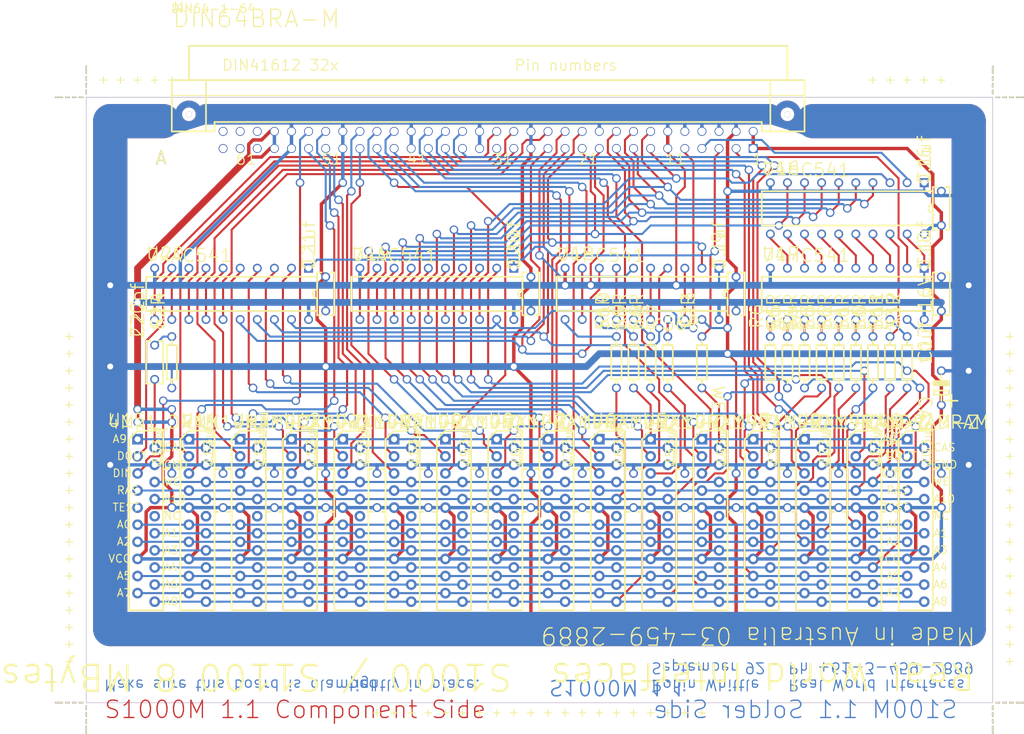
<source format=kicad_pcb>
(kicad_pcb (version 4) (host pcbnew 4.0.1-stable)

  (general
    (links 444)
    (no_connects 16)
    (area 140.805629 -1.926511 293.074702 103.273202)
    (thickness 1.6)
    (drawings 209)
    (tracks 1803)
    (zones 0)
    (modules 60)
    (nets 94)
  )

  (page A4)
  (layers
    (0 Top signal)
    (31 Bottom signal)
    (32 B.Adhes user)
    (33 F.Adhes user)
    (34 B.Paste user)
    (35 F.Paste user)
    (36 B.SilkS user)
    (37 F.SilkS user)
    (38 B.Mask user)
    (39 F.Mask user)
    (40 Dwgs.User user)
    (41 Cmts.User user)
    (42 Eco1.User user)
    (43 Eco2.User user)
    (44 Edge.Cuts user)
    (45 Margin user)
    (46 B.CrtYd user)
    (47 F.CrtYd user)
    (48 B.Fab user)
    (49 F.Fab user)
  )

  (setup
    (last_trace_width 0.25)
    (trace_clearance 0.2)
    (zone_clearance 0.508)
    (zone_45_only no)
    (trace_min 0.0254)
    (segment_width 0.2)
    (edge_width 0.15)
    (via_size 0.6)
    (via_drill 0.4)
    (via_min_size 0.4)
    (via_min_drill 0.3)
    (uvia_size 0.3)
    (uvia_drill 0.1)
    (uvias_allowed no)
    (uvia_min_size 0.2)
    (uvia_min_drill 0.1)
    (pcb_text_width 0.3)
    (pcb_text_size 1.5 1.5)
    (mod_edge_width 0.15)
    (mod_text_size 1 1)
    (mod_text_width 0.15)
    (pad_size 1.524 1.524)
    (pad_drill 0.762)
    (pad_to_mask_clearance 0.2)
    (aux_axis_origin 0 0)
    (visible_elements FFFFFF7F)
    (pcbplotparams
      (layerselection 0x00030_80000001)
      (usegerberextensions false)
      (excludeedgelayer true)
      (linewidth 0.100000)
      (plotframeref false)
      (viasonmask false)
      (mode 1)
      (useauxorigin false)
      (hpglpennumber 1)
      (hpglpenspeed 20)
      (hpglpendiameter 15)
      (hpglpenoverlay 2)
      (psnegative false)
      (psa4output false)
      (plotreference true)
      (plotvalue true)
      (plotinvisibletext false)
      (padsonsilk false)
      (subtractmaskfromsilk false)
      (outputformat 1)
      (mirror false)
      (drillshape 1)
      (scaleselection 1)
      (outputdirectory ""))
  )

  (net 0 "")
  (net 1 A0)
  (net 2 A1)
  (net 3 A2)
  (net 4 A3)
  (net 5 A4)
  (net 6 A5)
  (net 7 A6)
  (net 8 A7)
  (net 9 A8)
  (net 10 A9)
  (net 11 A10)
  (net 12 C22.1_R14.2)
  (net 13 CAS)
  (net 14 DIN0)
  (net 15 DIN1)
  (net 16 DIN2)
  (net 17 DIN3)
  (net 18 DIN4)
  (net 19 DIN5)
  (net 20 DIN6)
  (net 21 DIN7)
  (net 22 DIN8)
  (net 23 DIN9)
  (net 24 DIN10)
  (net 25 DIN11)
  (net 26 DIN12)
  (net 27 DIN13)
  (net 28 DIN14)
  (net 29 DIN15)
  (net 30 DO0)
  (net 31 DO1)
  (net 32 DO2)
  (net 33 DO3)
  (net 34 DO4)
  (net 35 DO5)
  (net 36 DO6)
  (net 37 DO7)
  (net 38 DO8)
  (net 39 DO9)
  (net 40 DO10)
  (net 41 DO11)
  (net 42 DO12)
  (net 43 DO13)
  (net 44 DO14)
  (net 45 DO15)
  (net 46 GND)
  (net 47 J1.3_U17.2)
  (net 48 J1.26_U20.15)
  (net 49 J1.29_U20.14)
  (net 50 J1.30_U20.13)
  (net 51 J1.31_U20.12)
  (net 52 J1.32_U20.11)
  (net 53 R11.1_U16.18)
  (net 54 R12.1_U17.18)
  (net 55 RAS)
  (net 56 U16.2_J1.7)
  (net 57 U16.3_U19.18)
  (net 58 U16.4_U19.17)
  (net 59 U16.5_U19.16)
  (net 60 U16.6_U19.15)
  (net 61 U16.7_U19.14)
  (net 62 U16.8_U19.13)
  (net 63 U16.9_U19.12)
  (net 64 U16.11_U17.9)
  (net 65 U16.12_U17.8)
  (net 66 U16.13_U17.7)
  (net 67 U16.14_U17.6)
  (net 68 U16.15_U17.5)
  (net 69 U16.16_U17.4)
  (net 70 U16.17_U17.3)
  (net 71 U17.11_R6.1)
  (net 72 U17.12_R5.1)
  (net 73 U17.13_R4.1)
  (net 74 U17.14_R3.1)
  (net 75 U17.15_R2.1)
  (net 76 U17.16_R1.1)
  (net 77 U17.17_R0.1)
  (net 78 U18.2_J1.22)
  (net 79 U18.3_U18.18)
  (net 80 U18.4_U20.18)
  (net 81 U18.5_U18.16)
  (net 82 U18.6_U20.17)
  (net 83 U18.7_U18.14)
  (net 84 U18.8_U20.16)
  (net 85 U18.9_U18.12)
  (net 86 U18.11_R10.1)
  (net 87 U18.13_R9.1)
  (net 88 U18.15_R8.1)
  (net 89 U18.17_R7.1)
  (net 90 U19.19_U20.19)
  (net 91 U20.1_U19.1)
  (net 92 VCC)
  (net 93 WE)

  (net_class Default "This is the default net class."
    (clearance 0.2)
    (trace_width 0.25)
    (via_dia 0.6)
    (via_drill 0.4)
    (uvia_dia 0.3)
    (uvia_drill 0.1)
    (add_net A0)
    (add_net A1)
    (add_net A10)
    (add_net A2)
    (add_net A3)
    (add_net A4)
    (add_net A5)
    (add_net A6)
    (add_net A7)
    (add_net A8)
    (add_net A9)
    (add_net C22.1_R14.2)
    (add_net CAS)
    (add_net DIN0)
    (add_net DIN1)
    (add_net DIN10)
    (add_net DIN11)
    (add_net DIN12)
    (add_net DIN13)
    (add_net DIN14)
    (add_net DIN15)
    (add_net DIN2)
    (add_net DIN3)
    (add_net DIN4)
    (add_net DIN5)
    (add_net DIN6)
    (add_net DIN7)
    (add_net DIN8)
    (add_net DIN9)
    (add_net DO0)
    (add_net DO1)
    (add_net DO10)
    (add_net DO11)
    (add_net DO12)
    (add_net DO13)
    (add_net DO14)
    (add_net DO15)
    (add_net DO2)
    (add_net DO3)
    (add_net DO4)
    (add_net DO5)
    (add_net DO6)
    (add_net DO7)
    (add_net DO8)
    (add_net DO9)
    (add_net GND)
    (add_net J1.26_U20.15)
    (add_net J1.29_U20.14)
    (add_net J1.30_U20.13)
    (add_net J1.31_U20.12)
    (add_net J1.32_U20.11)
    (add_net J1.3_U17.2)
    (add_net R11.1_U16.18)
    (add_net R12.1_U17.18)
    (add_net RAS)
    (add_net U16.11_U17.9)
    (add_net U16.12_U17.8)
    (add_net U16.13_U17.7)
    (add_net U16.14_U17.6)
    (add_net U16.15_U17.5)
    (add_net U16.16_U17.4)
    (add_net U16.17_U17.3)
    (add_net U16.2_J1.7)
    (add_net U16.3_U19.18)
    (add_net U16.4_U19.17)
    (add_net U16.5_U19.16)
    (add_net U16.6_U19.15)
    (add_net U16.7_U19.14)
    (add_net U16.8_U19.13)
    (add_net U16.9_U19.12)
    (add_net U17.11_R6.1)
    (add_net U17.12_R5.1)
    (add_net U17.13_R4.1)
    (add_net U17.14_R3.1)
    (add_net U17.15_R2.1)
    (add_net U17.16_R1.1)
    (add_net U17.17_R0.1)
    (add_net U18.11_R10.1)
    (add_net U18.13_R9.1)
    (add_net U18.15_R8.1)
    (add_net U18.17_R7.1)
    (add_net U18.2_J1.22)
    (add_net U18.3_U18.18)
    (add_net U18.4_U20.18)
    (add_net U18.5_U18.16)
    (add_net U18.6_U20.17)
    (add_net U18.7_U18.14)
    (add_net U18.8_U20.16)
    (add_net U18.9_U18.12)
    (add_net U19.19_U20.19)
    (add_net U20.1_U19.1)
    (add_net VCC)
    (add_net WE)
  )

  (module RAD0.2_1PRIMARY (layer Top) (tedit 0) (tstamp 56BFE69C)
    (at 280.5811 22.4536)
    (descr "Original name <b>RAD0.2</b><p>")
    (fp_text reference C16 (at -1.397 -1.016 270) (layer F.SilkS)
      (effects (font (size 1.9304 1.9304) (thickness 0.19304)) (justify left bottom))
    )
    (fp_text value 0.1uf (at -1.397 -0.762 270) (layer F.SilkS)
      (effects (font (size 1.9304 1.9304) (thickness 0.19304)) (justify left bottom))
    )
    (fp_line (start 0.635 -0.635) (end 1.27 -0.635) (layer F.SilkS) (width 0.254))
    (fp_line (start 0.635 5.715) (end 1.27 5.715) (layer F.SilkS) (width 0.254))
    (fp_line (start -1.27 5.715) (end -0.635 5.715) (layer F.SilkS) (width 0.254))
    (fp_line (start -1.27 5.715) (end -1.27 -0.635) (layer F.SilkS) (width 0.254))
    (fp_line (start -1.27 -0.635) (end -0.635 -0.635) (layer F.SilkS) (width 0.254))
    (fp_line (start 1.27 5.715) (end 1.27 -0.635) (layer F.SilkS) (width 0.254))
    (pad 1 thru_hole circle (at 0 0) (size 1.3208 1.3208) (drill 0.889) (layers *.Cu *.Mask)
      (net 46 GND))
    (pad 2 thru_hole circle (at 0 5.08) (size 1.3208 1.3208) (drill 0.889) (layers *.Cu *.Mask)
      (net 92 VCC))
  )

  (module ZIP20_4M-1_1PRIMARY (layer Top) (tedit 0) (tstamp 56BFE6A7)
    (at 161.2011 59.2836)
    (descr "Original name <b>ZIP20_4M-1</b><p>")
    (fp_text reference U15 (at -4.607559 -1.651) (layer F.SilkS)
      (effects (font (size 1.9304 1.9304) (thickness 0.19304)) (justify left bottom))
    )
    (fp_text value 4Mx1_DRAM (at -4.607559 -1.397) (layer F.SilkS)
      (effects (font (size 1.9304 1.9304) (thickness 0.19304)) (justify left bottom))
    )
    (fp_text user A10 (at 3.81 9.525) (layer F.SilkS)
      (effects (font (size 1.15824 1.15824) (thickness 0.158496)) (justify left bottom))
    )
    (fp_text user NC (at 3.81 12.065) (layer F.SilkS)
      (effects (font (size 1.15824 1.15824) (thickness 0.158496)) (justify left bottom))
    )
    (fp_text user DIN (at -3.81 5.715) (layer F.SilkS)
      (effects (font (size 1.15824 1.15824) (thickness 0.158496)) (justify left bottom))
    )
    (fp_text user RAS (at -3.175 8.255) (layer F.SilkS)
      (effects (font (size 1.15824 1.15824) (thickness 0.158496)) (justify left bottom))
    )
    (fp_text user A1 (at 3.81 14.605) (layer F.SilkS)
      (effects (font (size 1.15824 1.15824) (thickness 0.158496)) (justify left bottom))
    )
    (fp_text user GND (at 3.81 4.445) (layer F.SilkS)
      (effects (font (size 1.15824 1.15824) (thickness 0.158496)) (justify left bottom))
    )
    (fp_text user CAS (at 3.81 1.905) (layer F.SilkS)
      (effects (font (size 1.15824 1.15824) (thickness 0.158496)) (justify left bottom))
    )
    (fp_text user A3 (at 3.81 17.145) (layer F.SilkS)
      (effects (font (size 1.15824 1.15824) (thickness 0.158496)) (justify left bottom))
    )
    (fp_text user TEST (at -3.81 10.795) (layer F.SilkS)
      (effects (font (size 1.15824 1.15824) (thickness 0.158496)) (justify left bottom))
    )
    (fp_text user A0 (at -3.175 13.335) (layer F.SilkS)
      (effects (font (size 1.15824 1.15824) (thickness 0.158496)) (justify left bottom))
    )
    (fp_text user A4 (at 3.81 19.685) (layer F.SilkS)
      (effects (font (size 1.15824 1.15824) (thickness 0.158496)) (justify left bottom))
    )
    (fp_text user A2 (at -3.175 15.875) (layer F.SilkS)
      (effects (font (size 1.15824 1.15824) (thickness 0.158496)) (justify left bottom))
    )
    (fp_text user A6 (at 3.81 22.225) (layer F.SilkS)
      (effects (font (size 1.15824 1.15824) (thickness 0.158496)) (justify left bottom))
    )
    (fp_text user A8 (at 3.81 24.765) (layer F.SilkS)
      (effects (font (size 1.15824 1.15824) (thickness 0.158496)) (justify left bottom))
    )
    (fp_text user VCC (at -4.445 18.415) (layer F.SilkS)
      (effects (font (size 1.15824 1.15824) (thickness 0.158496)) (justify left bottom))
    )
    (fp_text user A5 (at -3.175 20.955) (layer F.SilkS)
      (effects (font (size 1.15824 1.15824) (thickness 0.158496)) (justify left bottom))
    )
    (fp_text user A7 (at -3.175 23.495) (layer F.SilkS)
      (effects (font (size 1.15824 1.15824) (thickness 0.158496)) (justify left bottom))
    )
    (fp_text user WE (at 3.81 6.985) (layer F.SilkS)
      (effects (font (size 1.15824 1.15824) (thickness 0.158496)) (justify left bottom))
    )
    (fp_text user A9 (at -3.81 0.635) (layer F.SilkS)
      (effects (font (size 1.15824 1.15824) (thickness 0.158496)) (justify left bottom))
    )
    (fp_text user DOUT (at -3.175 3.175) (layer F.SilkS)
      (effects (font (size 1.15824 1.15824) (thickness 0.158496)) (justify left bottom))
    )
    (fp_line (start -1.27 25.4) (end 3.81 25.4) (layer F.SilkS) (width 0.254))
    (fp_line (start 3.81 25.4) (end 3.81 -1.27) (layer F.SilkS) (width 0.254))
    (fp_line (start -1.27 25.4) (end -1.27 0) (layer F.SilkS) (width 0.254))
    (fp_line (start 0 -1.27) (end 3.81 -1.27) (layer F.SilkS) (width 0.254))
    (fp_line (start -1.27 0) (end 0 -1.27) (layer F.SilkS) (width 0.254))
    (pad 1 thru_hole rect (at 0 0) (size 1.5748 1.5748) (drill 0.889) (layers *.Cu *.Mask)
      (net 10 A9))
    (pad 2 thru_hole circle (at 2.54 1.27) (size 1.5748 1.5748) (drill 0.889) (layers *.Cu *.Mask)
      (net 13 CAS))
    (pad 3 thru_hole circle (at 0 2.54) (size 1.5748 1.5748) (drill 0.889) (layers *.Cu *.Mask)
      (net 45 DO15))
    (pad 4 thru_hole circle (at 2.54 3.81) (size 1.5748 1.5748) (drill 0.889) (layers *.Cu *.Mask)
      (net 46 GND))
    (pad 5 thru_hole circle (at 0 5.08) (size 1.5748 1.5748) (drill 0.889) (layers *.Cu *.Mask)
      (net 29 DIN15))
    (pad 6 thru_hole circle (at 2.54 6.35) (size 1.5748 1.5748) (drill 0.889) (layers *.Cu *.Mask)
      (net 93 WE))
    (pad 7 thru_hole circle (at 0 7.62) (size 1.5748 1.5748) (drill 0.889) (layers *.Cu *.Mask)
      (net 55 RAS))
    (pad 8 thru_hole circle (at 2.54 8.89) (size 1.5748 1.5748) (drill 0.889) (layers *.Cu *.Mask)
      (net 11 A10))
    (pad 9 thru_hole circle (at 0 10.16) (size 1.5748 1.5748) (drill 0.889) (layers *.Cu *.Mask))
    (pad 10 thru_hole circle (at 2.54 11.43) (size 1.5748 1.5748) (drill 0.889) (layers *.Cu *.Mask))
    (pad 11 thru_hole circle (at 0 12.7) (size 1.5748 1.5748) (drill 0.889) (layers *.Cu *.Mask)
      (net 1 A0))
    (pad 12 thru_hole circle (at 2.54 13.97) (size 1.5748 1.5748) (drill 0.889) (layers *.Cu *.Mask)
      (net 2 A1))
    (pad 13 thru_hole circle (at 0 15.24) (size 1.5748 1.5748) (drill 0.889) (layers *.Cu *.Mask)
      (net 3 A2))
    (pad 14 thru_hole circle (at 2.54 16.51) (size 1.5748 1.5748) (drill 0.889) (layers *.Cu *.Mask)
      (net 4 A3))
    (pad 15 thru_hole circle (at 0 17.78) (size 1.5748 1.5748) (drill 0.889) (layers *.Cu *.Mask)
      (net 92 VCC))
    (pad 16 thru_hole circle (at 2.54 19.05) (size 1.5748 1.5748) (drill 0.889) (layers *.Cu *.Mask)
      (net 5 A4))
    (pad 17 thru_hole circle (at 0 20.32) (size 1.5748 1.5748) (drill 0.889) (layers *.Cu *.Mask)
      (net 6 A5))
    (pad 18 thru_hole circle (at 2.54 21.59) (size 1.5748 1.5748) (drill 0.889) (layers *.Cu *.Mask)
      (net 7 A6))
    (pad 19 thru_hole circle (at 0 22.86) (size 1.5748 1.5748) (drill 0.889) (layers *.Cu *.Mask)
      (net 8 A7))
    (pad 20 thru_hole circle (at 2.54 24.13) (size 1.5748 1.5748) (drill 0.889) (layers *.Cu *.Mask)
      (net 9 A8))
  )

  (module ZIP20_4M-1_1PRIMARY (layer Top) (tedit 0) (tstamp 56BFE6D7)
    (at 275.5011 59.2836)
    (descr "Original name <b>ZIP20_4M-1</b><p>")
    (fp_text reference U0 (at -4.607559 -1.651) (layer F.SilkS)
      (effects (font (size 1.9304 1.9304) (thickness 0.19304)) (justify left bottom))
    )
    (fp_text value 4Mx1_DRAM (at -4.607559 -1.397) (layer F.SilkS)
      (effects (font (size 1.9304 1.9304) (thickness 0.19304)) (justify left bottom))
    )
    (fp_text user A10 (at 3.81 9.525) (layer F.SilkS)
      (effects (font (size 1.15824 1.15824) (thickness 0.158496)) (justify left bottom))
    )
    (fp_text user NC (at 3.81 12.065) (layer F.SilkS)
      (effects (font (size 1.15824 1.15824) (thickness 0.158496)) (justify left bottom))
    )
    (fp_text user DIN (at -3.81 5.715) (layer F.SilkS)
      (effects (font (size 1.15824 1.15824) (thickness 0.158496)) (justify left bottom))
    )
    (fp_text user RAS (at -3.175 8.255) (layer F.SilkS)
      (effects (font (size 1.15824 1.15824) (thickness 0.158496)) (justify left bottom))
    )
    (fp_text user A1 (at 3.81 14.605) (layer F.SilkS)
      (effects (font (size 1.15824 1.15824) (thickness 0.158496)) (justify left bottom))
    )
    (fp_text user GND (at 3.81 4.445) (layer F.SilkS)
      (effects (font (size 1.15824 1.15824) (thickness 0.158496)) (justify left bottom))
    )
    (fp_text user CAS (at 3.81 1.905) (layer F.SilkS)
      (effects (font (size 1.15824 1.15824) (thickness 0.158496)) (justify left bottom))
    )
    (fp_text user A3 (at 3.81 17.145) (layer F.SilkS)
      (effects (font (size 1.15824 1.15824) (thickness 0.158496)) (justify left bottom))
    )
    (fp_text user TEST (at -3.81 10.795) (layer F.SilkS)
      (effects (font (size 1.15824 1.15824) (thickness 0.158496)) (justify left bottom))
    )
    (fp_text user A0 (at -3.175 13.335) (layer F.SilkS)
      (effects (font (size 1.15824 1.15824) (thickness 0.158496)) (justify left bottom))
    )
    (fp_text user A4 (at 3.81 19.685) (layer F.SilkS)
      (effects (font (size 1.15824 1.15824) (thickness 0.158496)) (justify left bottom))
    )
    (fp_text user A2 (at -3.175 15.875) (layer F.SilkS)
      (effects (font (size 1.15824 1.15824) (thickness 0.158496)) (justify left bottom))
    )
    (fp_text user A6 (at 3.81 22.225) (layer F.SilkS)
      (effects (font (size 1.15824 1.15824) (thickness 0.158496)) (justify left bottom))
    )
    (fp_text user A8 (at 3.81 24.765) (layer F.SilkS)
      (effects (font (size 1.15824 1.15824) (thickness 0.158496)) (justify left bottom))
    )
    (fp_text user VCC (at -4.445 18.415) (layer F.SilkS)
      (effects (font (size 1.15824 1.15824) (thickness 0.158496)) (justify left bottom))
    )
    (fp_text user A5 (at -3.175 20.955) (layer F.SilkS)
      (effects (font (size 1.15824 1.15824) (thickness 0.158496)) (justify left bottom))
    )
    (fp_text user A7 (at -3.175 23.495) (layer F.SilkS)
      (effects (font (size 1.15824 1.15824) (thickness 0.158496)) (justify left bottom))
    )
    (fp_text user WE (at 3.81 6.985) (layer F.SilkS)
      (effects (font (size 1.15824 1.15824) (thickness 0.158496)) (justify left bottom))
    )
    (fp_text user A9 (at -3.81 0.635) (layer F.SilkS)
      (effects (font (size 1.15824 1.15824) (thickness 0.158496)) (justify left bottom))
    )
    (fp_text user DOUT (at -3.175 3.175) (layer F.SilkS)
      (effects (font (size 1.15824 1.15824) (thickness 0.158496)) (justify left bottom))
    )
    (fp_line (start -1.27 25.4) (end 3.81 25.4) (layer F.SilkS) (width 0.254))
    (fp_line (start 3.81 25.4) (end 3.81 -1.27) (layer F.SilkS) (width 0.254))
    (fp_line (start -1.27 25.4) (end -1.27 0) (layer F.SilkS) (width 0.254))
    (fp_line (start 0 -1.27) (end 3.81 -1.27) (layer F.SilkS) (width 0.254))
    (fp_line (start -1.27 0) (end 0 -1.27) (layer F.SilkS) (width 0.254))
    (pad 1 thru_hole rect (at 0 0) (size 1.5748 1.5748) (drill 0.889) (layers *.Cu *.Mask)
      (net 10 A9))
    (pad 2 thru_hole circle (at 2.54 1.27) (size 1.5748 1.5748) (drill 0.889) (layers *.Cu *.Mask)
      (net 13 CAS))
    (pad 3 thru_hole circle (at 0 2.54) (size 1.5748 1.5748) (drill 0.889) (layers *.Cu *.Mask)
      (net 30 DO0))
    (pad 4 thru_hole circle (at 2.54 3.81) (size 1.5748 1.5748) (drill 0.889) (layers *.Cu *.Mask)
      (net 46 GND))
    (pad 5 thru_hole circle (at 0 5.08) (size 1.5748 1.5748) (drill 0.889) (layers *.Cu *.Mask)
      (net 14 DIN0))
    (pad 6 thru_hole circle (at 2.54 6.35) (size 1.5748 1.5748) (drill 0.889) (layers *.Cu *.Mask)
      (net 93 WE))
    (pad 7 thru_hole circle (at 0 7.62) (size 1.5748 1.5748) (drill 0.889) (layers *.Cu *.Mask)
      (net 55 RAS))
    (pad 8 thru_hole circle (at 2.54 8.89) (size 1.5748 1.5748) (drill 0.889) (layers *.Cu *.Mask)
      (net 11 A10))
    (pad 9 thru_hole circle (at 0 10.16) (size 1.5748 1.5748) (drill 0.889) (layers *.Cu *.Mask)
      (net 92 VCC))
    (pad 10 thru_hole circle (at 2.54 11.43) (size 1.5748 1.5748) (drill 0.889) (layers *.Cu *.Mask))
    (pad 11 thru_hole circle (at 0 12.7) (size 1.5748 1.5748) (drill 0.889) (layers *.Cu *.Mask)
      (net 1 A0))
    (pad 12 thru_hole circle (at 2.54 13.97) (size 1.5748 1.5748) (drill 0.889) (layers *.Cu *.Mask)
      (net 2 A1))
    (pad 13 thru_hole circle (at 0 15.24) (size 1.5748 1.5748) (drill 0.889) (layers *.Cu *.Mask)
      (net 3 A2))
    (pad 14 thru_hole circle (at 2.54 16.51) (size 1.5748 1.5748) (drill 0.889) (layers *.Cu *.Mask)
      (net 4 A3))
    (pad 15 thru_hole circle (at 0 17.78) (size 1.5748 1.5748) (drill 0.889) (layers *.Cu *.Mask)
      (net 92 VCC))
    (pad 16 thru_hole circle (at 2.54 19.05) (size 1.5748 1.5748) (drill 0.889) (layers *.Cu *.Mask)
      (net 5 A4))
    (pad 17 thru_hole circle (at 0 20.32) (size 1.5748 1.5748) (drill 0.889) (layers *.Cu *.Mask)
      (net 6 A5))
    (pad 18 thru_hole circle (at 2.54 21.59) (size 1.5748 1.5748) (drill 0.889) (layers *.Cu *.Mask)
      (net 7 A6))
    (pad 19 thru_hole circle (at 0 22.86) (size 1.5748 1.5748) (drill 0.889) (layers *.Cu *.Mask)
      (net 8 A7))
    (pad 20 thru_hole circle (at 2.54 24.13) (size 1.5748 1.5748) (drill 0.889) (layers *.Cu *.Mask)
      (net 9 A8))
  )

  (module ZIP20_1PRIMARY (layer Top) (tedit 0) (tstamp 56BFE707)
    (at 267.8811 59.2836)
    (descr "Original name <b>ZIP20</b><p>")
    (fp_text reference U1 (at -1.397 -1.651) (layer F.SilkS)
      (effects (font (size 1.9304 1.9304) (thickness 0.19304)) (justify left bottom))
    )
    (fp_text value 4MX1DRAM-Z (at -1.397 -1.397) (layer F.SilkS)
      (effects (font (size 1.9304 1.9304) (thickness 0.19304)) (justify left bottom))
    )
    (fp_line (start -1.27 25.4) (end 3.81 25.4) (layer F.SilkS) (width 0.254))
    (fp_line (start 3.81 25.4) (end 3.81 -1.27) (layer F.SilkS) (width 0.254))
    (fp_line (start -1.27 25.4) (end -1.27 0) (layer F.SilkS) (width 0.254))
    (fp_line (start 0 -1.27) (end 3.81 -1.27) (layer F.SilkS) (width 0.254))
    (fp_line (start -1.27 0) (end 0 -1.27) (layer F.SilkS) (width 0.254))
    (pad 1 thru_hole rect (at 0 0) (size 1.5748 1.5748) (drill 0.889) (layers *.Cu *.Mask)
      (net 10 A9))
    (pad 2 thru_hole circle (at 2.54 1.27) (size 1.5748 1.5748) (drill 0.889) (layers *.Cu *.Mask)
      (net 13 CAS))
    (pad 3 thru_hole circle (at 0 2.54) (size 1.5748 1.5748) (drill 0.889) (layers *.Cu *.Mask)
      (net 31 DO1))
    (pad 4 thru_hole circle (at 2.54 3.81) (size 1.5748 1.5748) (drill 0.889) (layers *.Cu *.Mask)
      (net 46 GND))
    (pad 5 thru_hole circle (at 0 5.08) (size 1.5748 1.5748) (drill 0.889) (layers *.Cu *.Mask)
      (net 15 DIN1))
    (pad 6 thru_hole circle (at 2.54 6.35) (size 1.5748 1.5748) (drill 0.889) (layers *.Cu *.Mask)
      (net 93 WE))
    (pad 7 thru_hole circle (at 0 7.62) (size 1.5748 1.5748) (drill 0.889) (layers *.Cu *.Mask)
      (net 55 RAS))
    (pad 8 thru_hole circle (at 2.54 8.89) (size 1.5748 1.5748) (drill 0.889) (layers *.Cu *.Mask)
      (net 11 A10))
    (pad 9 thru_hole circle (at 0 10.16) (size 1.5748 1.5748) (drill 0.889) (layers *.Cu *.Mask)
      (net 92 VCC))
    (pad 10 thru_hole circle (at 2.54 11.43) (size 1.5748 1.5748) (drill 0.889) (layers *.Cu *.Mask))
    (pad 11 thru_hole circle (at 0 12.7) (size 1.5748 1.5748) (drill 0.889) (layers *.Cu *.Mask)
      (net 1 A0))
    (pad 12 thru_hole circle (at 2.54 13.97) (size 1.5748 1.5748) (drill 0.889) (layers *.Cu *.Mask)
      (net 2 A1))
    (pad 13 thru_hole circle (at 0 15.24) (size 1.5748 1.5748) (drill 0.889) (layers *.Cu *.Mask)
      (net 3 A2))
    (pad 14 thru_hole circle (at 2.54 16.51) (size 1.5748 1.5748) (drill 0.889) (layers *.Cu *.Mask)
      (net 4 A3))
    (pad 15 thru_hole circle (at 0 17.78) (size 1.5748 1.5748) (drill 0.889) (layers *.Cu *.Mask)
      (net 92 VCC))
    (pad 16 thru_hole circle (at 2.54 19.05) (size 1.5748 1.5748) (drill 0.889) (layers *.Cu *.Mask)
      (net 5 A4))
    (pad 17 thru_hole circle (at 0 20.32) (size 1.5748 1.5748) (drill 0.889) (layers *.Cu *.Mask)
      (net 6 A5))
    (pad 18 thru_hole circle (at 2.54 21.59) (size 1.5748 1.5748) (drill 0.889) (layers *.Cu *.Mask)
      (net 7 A6))
    (pad 19 thru_hole circle (at 0 22.86) (size 1.5748 1.5748) (drill 0.889) (layers *.Cu *.Mask)
      (net 8 A7))
    (pad 20 thru_hole circle (at 2.54 24.13) (size 1.5748 1.5748) (drill 0.889) (layers *.Cu *.Mask)
      (net 9 A8))
  )

  (module ZIP20_1PRIMARY (layer Top) (tedit 0) (tstamp 56BFE723)
    (at 260.2611 59.2836)
    (descr "Original name <b>ZIP20</b><p>")
    (fp_text reference U2 (at -1.397 -1.651) (layer F.SilkS)
      (effects (font (size 1.9304 1.9304) (thickness 0.19304)) (justify left bottom))
    )
    (fp_text value 4MX1DRAM-Z (at -1.397 -1.397) (layer F.SilkS)
      (effects (font (size 1.9304 1.9304) (thickness 0.19304)) (justify left bottom))
    )
    (fp_line (start -1.27 25.4) (end 3.81 25.4) (layer F.SilkS) (width 0.254))
    (fp_line (start 3.81 25.4) (end 3.81 -1.27) (layer F.SilkS) (width 0.254))
    (fp_line (start -1.27 25.4) (end -1.27 0) (layer F.SilkS) (width 0.254))
    (fp_line (start 0 -1.27) (end 3.81 -1.27) (layer F.SilkS) (width 0.254))
    (fp_line (start -1.27 0) (end 0 -1.27) (layer F.SilkS) (width 0.254))
    (pad 1 thru_hole rect (at 0 0) (size 1.5748 1.5748) (drill 0.889) (layers *.Cu *.Mask)
      (net 10 A9))
    (pad 2 thru_hole circle (at 2.54 1.27) (size 1.5748 1.5748) (drill 0.889) (layers *.Cu *.Mask)
      (net 13 CAS))
    (pad 3 thru_hole circle (at 0 2.54) (size 1.5748 1.5748) (drill 0.889) (layers *.Cu *.Mask)
      (net 32 DO2))
    (pad 4 thru_hole circle (at 2.54 3.81) (size 1.5748 1.5748) (drill 0.889) (layers *.Cu *.Mask)
      (net 46 GND))
    (pad 5 thru_hole circle (at 0 5.08) (size 1.5748 1.5748) (drill 0.889) (layers *.Cu *.Mask)
      (net 16 DIN2))
    (pad 6 thru_hole circle (at 2.54 6.35) (size 1.5748 1.5748) (drill 0.889) (layers *.Cu *.Mask)
      (net 93 WE))
    (pad 7 thru_hole circle (at 0 7.62) (size 1.5748 1.5748) (drill 0.889) (layers *.Cu *.Mask)
      (net 55 RAS))
    (pad 8 thru_hole circle (at 2.54 8.89) (size 1.5748 1.5748) (drill 0.889) (layers *.Cu *.Mask)
      (net 11 A10))
    (pad 9 thru_hole circle (at 0 10.16) (size 1.5748 1.5748) (drill 0.889) (layers *.Cu *.Mask)
      (net 92 VCC))
    (pad 10 thru_hole circle (at 2.54 11.43) (size 1.5748 1.5748) (drill 0.889) (layers *.Cu *.Mask))
    (pad 11 thru_hole circle (at 0 12.7) (size 1.5748 1.5748) (drill 0.889) (layers *.Cu *.Mask)
      (net 1 A0))
    (pad 12 thru_hole circle (at 2.54 13.97) (size 1.5748 1.5748) (drill 0.889) (layers *.Cu *.Mask)
      (net 2 A1))
    (pad 13 thru_hole circle (at 0 15.24) (size 1.5748 1.5748) (drill 0.889) (layers *.Cu *.Mask)
      (net 3 A2))
    (pad 14 thru_hole circle (at 2.54 16.51) (size 1.5748 1.5748) (drill 0.889) (layers *.Cu *.Mask)
      (net 4 A3))
    (pad 15 thru_hole circle (at 0 17.78) (size 1.5748 1.5748) (drill 0.889) (layers *.Cu *.Mask)
      (net 92 VCC))
    (pad 16 thru_hole circle (at 2.54 19.05) (size 1.5748 1.5748) (drill 0.889) (layers *.Cu *.Mask)
      (net 5 A4))
    (pad 17 thru_hole circle (at 0 20.32) (size 1.5748 1.5748) (drill 0.889) (layers *.Cu *.Mask)
      (net 6 A5))
    (pad 18 thru_hole circle (at 2.54 21.59) (size 1.5748 1.5748) (drill 0.889) (layers *.Cu *.Mask)
      (net 7 A6))
    (pad 19 thru_hole circle (at 0 22.86) (size 1.5748 1.5748) (drill 0.889) (layers *.Cu *.Mask)
      (net 8 A7))
    (pad 20 thru_hole circle (at 2.54 24.13) (size 1.5748 1.5748) (drill 0.889) (layers *.Cu *.Mask)
      (net 9 A8))
  )

  (module ZIP20_1PRIMARY (layer Top) (tedit 0) (tstamp 56BFE73F)
    (at 252.6411 59.2836)
    (descr "Original name <b>ZIP20</b><p>")
    (fp_text reference U3 (at -1.397 -1.651) (layer F.SilkS)
      (effects (font (size 1.9304 1.9304) (thickness 0.19304)) (justify left bottom))
    )
    (fp_text value 4MX1DRAM-Z (at -1.397 -1.397) (layer F.SilkS)
      (effects (font (size 1.9304 1.9304) (thickness 0.19304)) (justify left bottom))
    )
    (fp_line (start -1.27 25.4) (end 3.81 25.4) (layer F.SilkS) (width 0.254))
    (fp_line (start 3.81 25.4) (end 3.81 -1.27) (layer F.SilkS) (width 0.254))
    (fp_line (start -1.27 25.4) (end -1.27 0) (layer F.SilkS) (width 0.254))
    (fp_line (start 0 -1.27) (end 3.81 -1.27) (layer F.SilkS) (width 0.254))
    (fp_line (start -1.27 0) (end 0 -1.27) (layer F.SilkS) (width 0.254))
    (pad 1 thru_hole rect (at 0 0) (size 1.5748 1.5748) (drill 0.889) (layers *.Cu *.Mask)
      (net 10 A9))
    (pad 2 thru_hole circle (at 2.54 1.27) (size 1.5748 1.5748) (drill 0.889) (layers *.Cu *.Mask)
      (net 13 CAS))
    (pad 3 thru_hole circle (at 0 2.54) (size 1.5748 1.5748) (drill 0.889) (layers *.Cu *.Mask)
      (net 33 DO3))
    (pad 4 thru_hole circle (at 2.54 3.81) (size 1.5748 1.5748) (drill 0.889) (layers *.Cu *.Mask)
      (net 46 GND))
    (pad 5 thru_hole circle (at 0 5.08) (size 1.5748 1.5748) (drill 0.889) (layers *.Cu *.Mask)
      (net 17 DIN3))
    (pad 6 thru_hole circle (at 2.54 6.35) (size 1.5748 1.5748) (drill 0.889) (layers *.Cu *.Mask)
      (net 93 WE))
    (pad 7 thru_hole circle (at 0 7.62) (size 1.5748 1.5748) (drill 0.889) (layers *.Cu *.Mask)
      (net 55 RAS))
    (pad 8 thru_hole circle (at 2.54 8.89) (size 1.5748 1.5748) (drill 0.889) (layers *.Cu *.Mask)
      (net 11 A10))
    (pad 9 thru_hole circle (at 0 10.16) (size 1.5748 1.5748) (drill 0.889) (layers *.Cu *.Mask)
      (net 92 VCC))
    (pad 10 thru_hole circle (at 2.54 11.43) (size 1.5748 1.5748) (drill 0.889) (layers *.Cu *.Mask))
    (pad 11 thru_hole circle (at 0 12.7) (size 1.5748 1.5748) (drill 0.889) (layers *.Cu *.Mask)
      (net 1 A0))
    (pad 12 thru_hole circle (at 2.54 13.97) (size 1.5748 1.5748) (drill 0.889) (layers *.Cu *.Mask)
      (net 2 A1))
    (pad 13 thru_hole circle (at 0 15.24) (size 1.5748 1.5748) (drill 0.889) (layers *.Cu *.Mask)
      (net 3 A2))
    (pad 14 thru_hole circle (at 2.54 16.51) (size 1.5748 1.5748) (drill 0.889) (layers *.Cu *.Mask)
      (net 4 A3))
    (pad 15 thru_hole circle (at 0 17.78) (size 1.5748 1.5748) (drill 0.889) (layers *.Cu *.Mask)
      (net 92 VCC))
    (pad 16 thru_hole circle (at 2.54 19.05) (size 1.5748 1.5748) (drill 0.889) (layers *.Cu *.Mask)
      (net 5 A4))
    (pad 17 thru_hole circle (at 0 20.32) (size 1.5748 1.5748) (drill 0.889) (layers *.Cu *.Mask)
      (net 6 A5))
    (pad 18 thru_hole circle (at 2.54 21.59) (size 1.5748 1.5748) (drill 0.889) (layers *.Cu *.Mask)
      (net 7 A6))
    (pad 19 thru_hole circle (at 0 22.86) (size 1.5748 1.5748) (drill 0.889) (layers *.Cu *.Mask)
      (net 8 A7))
    (pad 20 thru_hole circle (at 2.54 24.13) (size 1.5748 1.5748) (drill 0.889) (layers *.Cu *.Mask)
      (net 9 A8))
  )

  (module AX0.3_1PRIMARY (layer Top) (tedit 0) (tstamp 56BFE75B)
    (at 245.0211 44.0436)
    (descr "Original name <b>AX0.3</b><p>")
    (fp_text reference R13 (at -0.889 -1.016 270) (layer F.SilkS)
      (effects (font (size 1.9304 1.9304) (thickness 0.19304)) (justify left bottom))
    )
    (fp_text value 22R (at -0.889 -0.762 270) (layer F.SilkS)
      (effects (font (size 1.9304 1.9304) (thickness 0.19304)) (justify left bottom))
    )
    (fp_line (start 0.762 6.35) (end 0.762 1.27) (layer F.SilkS) (width 0.254))
    (fp_line (start 0 6.35) (end 0.762 6.35) (layer F.SilkS) (width 0.254))
    (fp_line (start -0.762 6.35) (end 0 6.35) (layer F.SilkS) (width 0.254))
    (fp_line (start 0 6.985) (end 0 6.35) (layer F.SilkS) (width 0.254))
    (fp_line (start 0 1.27) (end 0 0.635) (layer F.SilkS) (width 0.254))
    (fp_line (start -0.762 1.27) (end 0.762 1.27) (layer F.SilkS) (width 0.254))
    (fp_line (start -0.762 6.35) (end -0.762 1.27) (layer F.SilkS) (width 0.254))
    (pad 1 thru_hole circle (at 0 0) (size 1.3208 1.3208) (drill 0.889) (layers *.Cu *.Mask)
      (net 91 U20.1_U19.1))
    (pad 2 thru_hole circle (at 0 7.62) (size 1.3208 1.3208) (drill 0.889) (layers *.Cu *.Mask)
      (net 13 CAS))
  )

  (module AX0.3_1PRIMARY (layer Top) (tedit 0) (tstamp 56BFE767)
    (at 272.9611 44.0436)
    (descr "Original name <b>AX0.3</b><p>")
    (fp_text reference R11 (at -0.889 -1.016 270) (layer F.SilkS)
      (effects (font (size 1.9304 1.9304) (thickness 0.19304)) (justify left bottom))
    )
    (fp_text value 56R (at -0.889 -0.762 270) (layer F.SilkS)
      (effects (font (size 1.9304 1.9304) (thickness 0.19304)) (justify left bottom))
    )
    (fp_line (start 0.762 6.35) (end 0.762 1.27) (layer F.SilkS) (width 0.254))
    (fp_line (start 0 6.35) (end 0.762 6.35) (layer F.SilkS) (width 0.254))
    (fp_line (start -0.762 6.35) (end 0 6.35) (layer F.SilkS) (width 0.254))
    (fp_line (start 0 6.985) (end 0 6.35) (layer F.SilkS) (width 0.254))
    (fp_line (start 0 1.27) (end 0 0.635) (layer F.SilkS) (width 0.254))
    (fp_line (start -0.762 1.27) (end 0.762 1.27) (layer F.SilkS) (width 0.254))
    (fp_line (start -0.762 6.35) (end -0.762 1.27) (layer F.SilkS) (width 0.254))
    (pad 1 thru_hole circle (at 0 0) (size 1.3208 1.3208) (drill 0.889) (layers *.Cu *.Mask)
      (net 53 R11.1_U16.18))
    (pad 2 thru_hole circle (at 0 7.62) (size 1.3208 1.3208) (drill 0.889) (layers *.Cu *.Mask)
      (net 55 RAS))
  )

  (module AX0.3_1PRIMARY (layer Top) (tedit 0) (tstamp 56BFE773)
    (at 232.3211 44.0436)
    (descr "Original name <b>AX0.3</b><p>")
    (fp_text reference R10 (at -0.889 -1.016 270) (layer F.SilkS)
      (effects (font (size 1.9304 1.9304) (thickness 0.19304)) (justify left bottom))
    )
    (fp_text value 56R (at -0.889 -0.762 270) (layer F.SilkS)
      (effects (font (size 1.9304 1.9304) (thickness 0.19304)) (justify left bottom))
    )
    (fp_line (start 0.762 6.35) (end 0.762 1.27) (layer F.SilkS) (width 0.254))
    (fp_line (start 0 6.35) (end 0.762 6.35) (layer F.SilkS) (width 0.254))
    (fp_line (start -0.762 6.35) (end 0 6.35) (layer F.SilkS) (width 0.254))
    (fp_line (start 0 6.985) (end 0 6.35) (layer F.SilkS) (width 0.254))
    (fp_line (start 0 1.27) (end 0 0.635) (layer F.SilkS) (width 0.254))
    (fp_line (start -0.762 1.27) (end 0.762 1.27) (layer F.SilkS) (width 0.254))
    (fp_line (start -0.762 6.35) (end -0.762 1.27) (layer F.SilkS) (width 0.254))
    (pad 1 thru_hole circle (at 0 0) (size 1.3208 1.3208) (drill 0.889) (layers *.Cu *.Mask)
      (net 86 U18.11_R10.1))
    (pad 2 thru_hole circle (at 0 7.62) (size 1.3208 1.3208) (drill 0.889) (layers *.Cu *.Mask)
      (net 11 A10))
  )

  (module AX0.3_1PRIMARY (layer Top) (tedit 0) (tstamp 56BFE77F)
    (at 234.8611 44.0436)
    (descr "Original name <b>AX0.3</b><p>")
    (fp_text reference R9 (at -0.889 -1.016 270) (layer F.SilkS)
      (effects (font (size 1.9304 1.9304) (thickness 0.19304)) (justify left bottom))
    )
    (fp_text value 56R (at -0.889 -0.762 270) (layer F.SilkS)
      (effects (font (size 1.9304 1.9304) (thickness 0.19304)) (justify left bottom))
    )
    (fp_line (start 0.762 6.35) (end 0.762 1.27) (layer F.SilkS) (width 0.254))
    (fp_line (start 0 6.35) (end 0.762 6.35) (layer F.SilkS) (width 0.254))
    (fp_line (start -0.762 6.35) (end 0 6.35) (layer F.SilkS) (width 0.254))
    (fp_line (start 0 6.985) (end 0 6.35) (layer F.SilkS) (width 0.254))
    (fp_line (start 0 1.27) (end 0 0.635) (layer F.SilkS) (width 0.254))
    (fp_line (start -0.762 1.27) (end 0.762 1.27) (layer F.SilkS) (width 0.254))
    (fp_line (start -0.762 6.35) (end -0.762 1.27) (layer F.SilkS) (width 0.254))
    (pad 1 thru_hole circle (at 0 0) (size 1.3208 1.3208) (drill 0.889) (layers *.Cu *.Mask)
      (net 87 U18.13_R9.1))
    (pad 2 thru_hole circle (at 0 7.62) (size 1.3208 1.3208) (drill 0.889) (layers *.Cu *.Mask)
      (net 10 A9))
  )

  (module AX0.3_1PRIMARY (layer Top) (tedit 0) (tstamp 56BFE78B)
    (at 237.4011 44.0436)
    (descr "Original name <b>AX0.3</b><p>")
    (fp_text reference R8 (at -0.889 -1.016 270) (layer F.SilkS)
      (effects (font (size 1.9304 1.9304) (thickness 0.19304)) (justify left bottom))
    )
    (fp_text value 56R (at -0.889 -0.762 270) (layer F.SilkS)
      (effects (font (size 1.9304 1.9304) (thickness 0.19304)) (justify left bottom))
    )
    (fp_line (start 0.762 6.35) (end 0.762 1.27) (layer F.SilkS) (width 0.254))
    (fp_line (start 0 6.35) (end 0.762 6.35) (layer F.SilkS) (width 0.254))
    (fp_line (start -0.762 6.35) (end 0 6.35) (layer F.SilkS) (width 0.254))
    (fp_line (start 0 6.985) (end 0 6.35) (layer F.SilkS) (width 0.254))
    (fp_line (start 0 1.27) (end 0 0.635) (layer F.SilkS) (width 0.254))
    (fp_line (start -0.762 1.27) (end 0.762 1.27) (layer F.SilkS) (width 0.254))
    (fp_line (start -0.762 6.35) (end -0.762 1.27) (layer F.SilkS) (width 0.254))
    (pad 1 thru_hole circle (at 0 0) (size 1.3208 1.3208) (drill 0.889) (layers *.Cu *.Mask)
      (net 88 U18.15_R8.1))
    (pad 2 thru_hole circle (at 0 7.62) (size 1.3208 1.3208) (drill 0.889) (layers *.Cu *.Mask)
      (net 9 A8))
  )

  (module AX0.3_1PRIMARY (layer Top) (tedit 0) (tstamp 56BFE797)
    (at 239.9411 44.0436)
    (descr "Original name <b>AX0.3</b><p>")
    (fp_text reference R7 (at -0.889 -1.016 270) (layer F.SilkS)
      (effects (font (size 1.9304 1.9304) (thickness 0.19304)) (justify left bottom))
    )
    (fp_text value 56R (at -0.889 -0.762) (layer F.SilkS)
      (effects (font (size 1.9304 1.9304) (thickness 0.19304)) (justify left bottom))
    )
    (fp_line (start 0.762 6.35) (end 0.762 1.27) (layer F.SilkS) (width 0.254))
    (fp_line (start 0 6.35) (end 0.762 6.35) (layer F.SilkS) (width 0.254))
    (fp_line (start -0.762 6.35) (end 0 6.35) (layer F.SilkS) (width 0.254))
    (fp_line (start 0 6.985) (end 0 6.35) (layer F.SilkS) (width 0.254))
    (fp_line (start 0 1.27) (end 0 0.635) (layer F.SilkS) (width 0.254))
    (fp_line (start -0.762 1.27) (end 0.762 1.27) (layer F.SilkS) (width 0.254))
    (fp_line (start -0.762 6.35) (end -0.762 1.27) (layer F.SilkS) (width 0.254))
    (pad 1 thru_hole circle (at 0 0) (size 1.3208 1.3208) (drill 0.889) (layers *.Cu *.Mask)
      (net 89 U18.17_R7.1))
    (pad 2 thru_hole circle (at 0 7.62) (size 1.3208 1.3208) (drill 0.889) (layers *.Cu *.Mask)
      (net 8 A7))
  )

  (module AX0.3_1PRIMARY (layer Top) (tedit 0) (tstamp 56BFE7A3)
    (at 255.1811 44.0436)
    (descr "Original name <b>AX0.3</b><p>")
    (fp_text reference R6 (at -0.889 -1.016 270) (layer F.SilkS)
      (effects (font (size 1.9304 1.9304) (thickness 0.19304)) (justify left bottom))
    )
    (fp_text value 56R (at -0.889 -0.762) (layer F.SilkS)
      (effects (font (size 1.9304 1.9304) (thickness 0.19304)) (justify left bottom))
    )
    (fp_line (start 0.762 6.35) (end 0.762 1.27) (layer F.SilkS) (width 0.254))
    (fp_line (start 0 6.35) (end 0.762 6.35) (layer F.SilkS) (width 0.254))
    (fp_line (start -0.762 6.35) (end 0 6.35) (layer F.SilkS) (width 0.254))
    (fp_line (start 0 6.985) (end 0 6.35) (layer F.SilkS) (width 0.254))
    (fp_line (start 0 1.27) (end 0 0.635) (layer F.SilkS) (width 0.254))
    (fp_line (start -0.762 1.27) (end 0.762 1.27) (layer F.SilkS) (width 0.254))
    (fp_line (start -0.762 6.35) (end -0.762 1.27) (layer F.SilkS) (width 0.254))
    (pad 1 thru_hole circle (at 0 0) (size 1.3208 1.3208) (drill 0.889) (layers *.Cu *.Mask)
      (net 71 U17.11_R6.1))
    (pad 2 thru_hole circle (at 0 7.62) (size 1.3208 1.3208) (drill 0.889) (layers *.Cu *.Mask)
      (net 7 A6))
  )

  (module AX0.3_1PRIMARY (layer Top) (tedit 0) (tstamp 56BFE7AF)
    (at 257.7211 44.0436)
    (descr "Original name <b>AX0.3</b><p>")
    (fp_text reference R5 (at -0.889 -1.016 270) (layer F.SilkS)
      (effects (font (size 1.9304 1.9304) (thickness 0.19304)) (justify left bottom))
    )
    (fp_text value 56R (at -0.889 -0.762 270) (layer F.SilkS)
      (effects (font (size 1.9304 1.9304) (thickness 0.19304)) (justify left bottom))
    )
    (fp_line (start 0.762 6.35) (end 0.762 1.27) (layer F.SilkS) (width 0.254))
    (fp_line (start 0 6.35) (end 0.762 6.35) (layer F.SilkS) (width 0.254))
    (fp_line (start -0.762 6.35) (end 0 6.35) (layer F.SilkS) (width 0.254))
    (fp_line (start 0 6.985) (end 0 6.35) (layer F.SilkS) (width 0.254))
    (fp_line (start 0 1.27) (end 0 0.635) (layer F.SilkS) (width 0.254))
    (fp_line (start -0.762 1.27) (end 0.762 1.27) (layer F.SilkS) (width 0.254))
    (fp_line (start -0.762 6.35) (end -0.762 1.27) (layer F.SilkS) (width 0.254))
    (pad 1 thru_hole circle (at 0 0) (size 1.3208 1.3208) (drill 0.889) (layers *.Cu *.Mask)
      (net 72 U17.12_R5.1))
    (pad 2 thru_hole circle (at 0 7.62) (size 1.3208 1.3208) (drill 0.889) (layers *.Cu *.Mask)
      (net 6 A5))
  )

  (module AX0.3_1PRIMARY (layer Top) (tedit 0) (tstamp 56BFE7BB)
    (at 260.2611 44.0436)
    (descr "Original name <b>AX0.3</b><p>")
    (fp_text reference R4 (at -0.889 -1.016 270) (layer F.SilkS)
      (effects (font (size 1.9304 1.9304) (thickness 0.19304)) (justify left bottom))
    )
    (fp_text value 56R (at -0.889 -0.762 270) (layer F.SilkS)
      (effects (font (size 1.9304 1.9304) (thickness 0.19304)) (justify left bottom))
    )
    (fp_line (start 0.762 6.35) (end 0.762 1.27) (layer F.SilkS) (width 0.254))
    (fp_line (start 0 6.35) (end 0.762 6.35) (layer F.SilkS) (width 0.254))
    (fp_line (start -0.762 6.35) (end 0 6.35) (layer F.SilkS) (width 0.254))
    (fp_line (start 0 6.985) (end 0 6.35) (layer F.SilkS) (width 0.254))
    (fp_line (start 0 1.27) (end 0 0.635) (layer F.SilkS) (width 0.254))
    (fp_line (start -0.762 1.27) (end 0.762 1.27) (layer F.SilkS) (width 0.254))
    (fp_line (start -0.762 6.35) (end -0.762 1.27) (layer F.SilkS) (width 0.254))
    (pad 1 thru_hole circle (at 0 0) (size 1.3208 1.3208) (drill 0.889) (layers *.Cu *.Mask)
      (net 73 U17.13_R4.1))
    (pad 2 thru_hole circle (at 0 7.62) (size 1.3208 1.3208) (drill 0.889) (layers *.Cu *.Mask)
      (net 5 A4))
  )

  (module AX0.3_1PRIMARY (layer Top) (tedit 0) (tstamp 56BFE7C7)
    (at 262.8011 44.0436)
    (descr "Original name <b>AX0.3</b><p>")
    (fp_text reference R3 (at -0.889 -1.016 270) (layer F.SilkS)
      (effects (font (size 1.9304 1.9304) (thickness 0.19304)) (justify left bottom))
    )
    (fp_text value 56R (at -0.889 -0.762 270) (layer F.SilkS)
      (effects (font (size 1.9304 1.9304) (thickness 0.19304)) (justify left bottom))
    )
    (fp_line (start 0.762 6.35) (end 0.762 1.27) (layer F.SilkS) (width 0.254))
    (fp_line (start 0 6.35) (end 0.762 6.35) (layer F.SilkS) (width 0.254))
    (fp_line (start -0.762 6.35) (end 0 6.35) (layer F.SilkS) (width 0.254))
    (fp_line (start 0 6.985) (end 0 6.35) (layer F.SilkS) (width 0.254))
    (fp_line (start 0 1.27) (end 0 0.635) (layer F.SilkS) (width 0.254))
    (fp_line (start -0.762 1.27) (end 0.762 1.27) (layer F.SilkS) (width 0.254))
    (fp_line (start -0.762 6.35) (end -0.762 1.27) (layer F.SilkS) (width 0.254))
    (pad 1 thru_hole circle (at 0 0) (size 1.3208 1.3208) (drill 0.889) (layers *.Cu *.Mask)
      (net 74 U17.14_R3.1))
    (pad 2 thru_hole circle (at 0 7.62) (size 1.3208 1.3208) (drill 0.889) (layers *.Cu *.Mask)
      (net 4 A3))
  )

  (module AX0.3_1PRIMARY (layer Top) (tedit 0) (tstamp 56BFE7D3)
    (at 265.3411 44.0436)
    (descr "Original name <b>AX0.3</b><p>")
    (fp_text reference R2 (at -0.889 -1.016 270) (layer F.SilkS)
      (effects (font (size 1.9304 1.9304) (thickness 0.19304)) (justify left bottom))
    )
    (fp_text value 56R (at -0.889 -0.762 270) (layer F.SilkS)
      (effects (font (size 1.9304 1.9304) (thickness 0.19304)) (justify left bottom))
    )
    (fp_line (start 0.762 6.35) (end 0.762 1.27) (layer F.SilkS) (width 0.254))
    (fp_line (start 0 6.35) (end 0.762 6.35) (layer F.SilkS) (width 0.254))
    (fp_line (start -0.762 6.35) (end 0 6.35) (layer F.SilkS) (width 0.254))
    (fp_line (start 0 6.985) (end 0 6.35) (layer F.SilkS) (width 0.254))
    (fp_line (start 0 1.27) (end 0 0.635) (layer F.SilkS) (width 0.254))
    (fp_line (start -0.762 1.27) (end 0.762 1.27) (layer F.SilkS) (width 0.254))
    (fp_line (start -0.762 6.35) (end -0.762 1.27) (layer F.SilkS) (width 0.254))
    (pad 1 thru_hole circle (at 0 0) (size 1.3208 1.3208) (drill 0.889) (layers *.Cu *.Mask)
      (net 75 U17.15_R2.1))
    (pad 2 thru_hole circle (at 0 7.62) (size 1.3208 1.3208) (drill 0.889) (layers *.Cu *.Mask)
      (net 3 A2))
  )

  (module AX0.3_1PRIMARY (layer Top) (tedit 0) (tstamp 56BFE7DF)
    (at 267.8811 44.0436)
    (descr "Original name <b>AX0.3</b><p>")
    (fp_text reference R1 (at -0.889 -1.016 270) (layer F.SilkS)
      (effects (font (size 1.9304 1.9304) (thickness 0.19304)) (justify left bottom))
    )
    (fp_text value 56R (at -0.889 -0.762 270) (layer F.SilkS)
      (effects (font (size 1.9304 1.9304) (thickness 0.19304)) (justify left bottom))
    )
    (fp_line (start 0.762 6.35) (end 0.762 1.27) (layer F.SilkS) (width 0.254))
    (fp_line (start 0 6.35) (end 0.762 6.35) (layer F.SilkS) (width 0.254))
    (fp_line (start -0.762 6.35) (end 0 6.35) (layer F.SilkS) (width 0.254))
    (fp_line (start 0 6.985) (end 0 6.35) (layer F.SilkS) (width 0.254))
    (fp_line (start 0 1.27) (end 0 0.635) (layer F.SilkS) (width 0.254))
    (fp_line (start -0.762 1.27) (end 0.762 1.27) (layer F.SilkS) (width 0.254))
    (fp_line (start -0.762 6.35) (end -0.762 1.27) (layer F.SilkS) (width 0.254))
    (pad 1 thru_hole circle (at 0 0) (size 1.3208 1.3208) (drill 0.889) (layers *.Cu *.Mask)
      (net 76 U17.16_R1.1))
    (pad 2 thru_hole circle (at 0 7.62) (size 1.3208 1.3208) (drill 0.889) (layers *.Cu *.Mask)
      (net 2 A1))
  )

  (module AX0.3_1PRIMARY (layer Top) (tedit 0) (tstamp 56BFE7EB)
    (at 270.4211 44.0436)
    (descr "Original name <b>AX0.3</b><p>")
    (fp_text reference R0 (at -0.889 -1.016 270) (layer F.SilkS)
      (effects (font (size 1.9304 1.9304) (thickness 0.19304)) (justify left bottom))
    )
    (fp_text value 56R (at -0.889 -0.762 270) (layer F.SilkS)
      (effects (font (size 1.9304 1.9304) (thickness 0.19304)) (justify left bottom))
    )
    (fp_line (start 0.762 6.35) (end 0.762 1.27) (layer F.SilkS) (width 0.254))
    (fp_line (start 0 6.35) (end 0.762 6.35) (layer F.SilkS) (width 0.254))
    (fp_line (start -0.762 6.35) (end 0 6.35) (layer F.SilkS) (width 0.254))
    (fp_line (start 0 6.985) (end 0 6.35) (layer F.SilkS) (width 0.254))
    (fp_line (start 0 1.27) (end 0 0.635) (layer F.SilkS) (width 0.254))
    (fp_line (start -0.762 1.27) (end 0.762 1.27) (layer F.SilkS) (width 0.254))
    (fp_line (start -0.762 6.35) (end -0.762 1.27) (layer F.SilkS) (width 0.254))
    (pad 1 thru_hole circle (at 0 0) (size 1.3208 1.3208) (drill 0.889) (layers *.Cu *.Mask)
      (net 77 U17.17_R0.1))
    (pad 2 thru_hole circle (at 0 7.62) (size 1.3208 1.3208) (drill 0.889) (layers *.Cu *.Mask)
      (net 1 A0))
  )

  (module ZIP20_1PRIMARY (layer Top) (tedit 0) (tstamp 56BFE7F7)
    (at 245.0211 59.2836)
    (descr "Original name <b>ZIP20</b><p>")
    (fp_text reference U4 (at -1.397 -1.651) (layer F.SilkS)
      (effects (font (size 1.9304 1.9304) (thickness 0.19304)) (justify left bottom))
    )
    (fp_text value 4MX1DRAM-Z (at -1.397 -1.397) (layer F.SilkS)
      (effects (font (size 1.9304 1.9304) (thickness 0.19304)) (justify left bottom))
    )
    (fp_line (start -1.27 25.4) (end 3.81 25.4) (layer F.SilkS) (width 0.254))
    (fp_line (start 3.81 25.4) (end 3.81 -1.27) (layer F.SilkS) (width 0.254))
    (fp_line (start -1.27 25.4) (end -1.27 0) (layer F.SilkS) (width 0.254))
    (fp_line (start 0 -1.27) (end 3.81 -1.27) (layer F.SilkS) (width 0.254))
    (fp_line (start -1.27 0) (end 0 -1.27) (layer F.SilkS) (width 0.254))
    (pad 1 thru_hole rect (at 0 0) (size 1.5748 1.5748) (drill 0.889) (layers *.Cu *.Mask)
      (net 10 A9))
    (pad 2 thru_hole circle (at 2.54 1.27) (size 1.5748 1.5748) (drill 0.889) (layers *.Cu *.Mask)
      (net 13 CAS))
    (pad 3 thru_hole circle (at 0 2.54) (size 1.5748 1.5748) (drill 0.889) (layers *.Cu *.Mask)
      (net 34 DO4))
    (pad 4 thru_hole circle (at 2.54 3.81) (size 1.5748 1.5748) (drill 0.889) (layers *.Cu *.Mask)
      (net 46 GND))
    (pad 5 thru_hole circle (at 0 5.08) (size 1.5748 1.5748) (drill 0.889) (layers *.Cu *.Mask)
      (net 18 DIN4))
    (pad 6 thru_hole circle (at 2.54 6.35) (size 1.5748 1.5748) (drill 0.889) (layers *.Cu *.Mask)
      (net 93 WE))
    (pad 7 thru_hole circle (at 0 7.62) (size 1.5748 1.5748) (drill 0.889) (layers *.Cu *.Mask)
      (net 55 RAS))
    (pad 8 thru_hole circle (at 2.54 8.89) (size 1.5748 1.5748) (drill 0.889) (layers *.Cu *.Mask)
      (net 11 A10))
    (pad 9 thru_hole circle (at 0 10.16) (size 1.5748 1.5748) (drill 0.889) (layers *.Cu *.Mask)
      (net 92 VCC))
    (pad 10 thru_hole circle (at 2.54 11.43) (size 1.5748 1.5748) (drill 0.889) (layers *.Cu *.Mask))
    (pad 11 thru_hole circle (at 0 12.7) (size 1.5748 1.5748) (drill 0.889) (layers *.Cu *.Mask)
      (net 1 A0))
    (pad 12 thru_hole circle (at 2.54 13.97) (size 1.5748 1.5748) (drill 0.889) (layers *.Cu *.Mask)
      (net 2 A1))
    (pad 13 thru_hole circle (at 0 15.24) (size 1.5748 1.5748) (drill 0.889) (layers *.Cu *.Mask)
      (net 3 A2))
    (pad 14 thru_hole circle (at 2.54 16.51) (size 1.5748 1.5748) (drill 0.889) (layers *.Cu *.Mask)
      (net 4 A3))
    (pad 15 thru_hole circle (at 0 17.78) (size 1.5748 1.5748) (drill 0.889) (layers *.Cu *.Mask)
      (net 92 VCC))
    (pad 16 thru_hole circle (at 2.54 19.05) (size 1.5748 1.5748) (drill 0.889) (layers *.Cu *.Mask)
      (net 5 A4))
    (pad 17 thru_hole circle (at 0 20.32) (size 1.5748 1.5748) (drill 0.889) (layers *.Cu *.Mask)
      (net 6 A5))
    (pad 18 thru_hole circle (at 2.54 21.59) (size 1.5748 1.5748) (drill 0.889) (layers *.Cu *.Mask)
      (net 7 A6))
    (pad 19 thru_hole circle (at 0 22.86) (size 1.5748 1.5748) (drill 0.889) (layers *.Cu *.Mask)
      (net 8 A7))
    (pad 20 thru_hole circle (at 2.54 24.13) (size 1.5748 1.5748) (drill 0.889) (layers *.Cu *.Mask)
      (net 9 A8))
  )

  (module ZIP20_1PRIMARY (layer Top) (tedit 0) (tstamp 56BFE813)
    (at 237.4011 59.2836)
    (descr "Original name <b>ZIP20</b><p>")
    (fp_text reference U5 (at -1.397 -1.651) (layer F.SilkS)
      (effects (font (size 1.9304 1.9304) (thickness 0.19304)) (justify left bottom))
    )
    (fp_text value 4MX1DRAM-Z (at -1.397 -1.397) (layer F.SilkS)
      (effects (font (size 1.9304 1.9304) (thickness 0.19304)) (justify left bottom))
    )
    (fp_line (start -1.27 25.4) (end 3.81 25.4) (layer F.SilkS) (width 0.254))
    (fp_line (start 3.81 25.4) (end 3.81 -1.27) (layer F.SilkS) (width 0.254))
    (fp_line (start -1.27 25.4) (end -1.27 0) (layer F.SilkS) (width 0.254))
    (fp_line (start 0 -1.27) (end 3.81 -1.27) (layer F.SilkS) (width 0.254))
    (fp_line (start -1.27 0) (end 0 -1.27) (layer F.SilkS) (width 0.254))
    (pad 1 thru_hole rect (at 0 0) (size 1.5748 1.5748) (drill 0.889) (layers *.Cu *.Mask)
      (net 10 A9))
    (pad 2 thru_hole circle (at 2.54 1.27) (size 1.5748 1.5748) (drill 0.889) (layers *.Cu *.Mask)
      (net 13 CAS))
    (pad 3 thru_hole circle (at 0 2.54) (size 1.5748 1.5748) (drill 0.889) (layers *.Cu *.Mask)
      (net 35 DO5))
    (pad 4 thru_hole circle (at 2.54 3.81) (size 1.5748 1.5748) (drill 0.889) (layers *.Cu *.Mask)
      (net 46 GND))
    (pad 5 thru_hole circle (at 0 5.08) (size 1.5748 1.5748) (drill 0.889) (layers *.Cu *.Mask)
      (net 19 DIN5))
    (pad 6 thru_hole circle (at 2.54 6.35) (size 1.5748 1.5748) (drill 0.889) (layers *.Cu *.Mask)
      (net 93 WE))
    (pad 7 thru_hole circle (at 0 7.62) (size 1.5748 1.5748) (drill 0.889) (layers *.Cu *.Mask)
      (net 55 RAS))
    (pad 8 thru_hole circle (at 2.54 8.89) (size 1.5748 1.5748) (drill 0.889) (layers *.Cu *.Mask)
      (net 11 A10))
    (pad 9 thru_hole circle (at 0 10.16) (size 1.5748 1.5748) (drill 0.889) (layers *.Cu *.Mask)
      (net 92 VCC))
    (pad 10 thru_hole circle (at 2.54 11.43) (size 1.5748 1.5748) (drill 0.889) (layers *.Cu *.Mask))
    (pad 11 thru_hole circle (at 0 12.7) (size 1.5748 1.5748) (drill 0.889) (layers *.Cu *.Mask)
      (net 1 A0))
    (pad 12 thru_hole circle (at 2.54 13.97) (size 1.5748 1.5748) (drill 0.889) (layers *.Cu *.Mask)
      (net 2 A1))
    (pad 13 thru_hole circle (at 0 15.24) (size 1.5748 1.5748) (drill 0.889) (layers *.Cu *.Mask)
      (net 3 A2))
    (pad 14 thru_hole circle (at 2.54 16.51) (size 1.5748 1.5748) (drill 0.889) (layers *.Cu *.Mask)
      (net 4 A3))
    (pad 15 thru_hole circle (at 0 17.78) (size 1.5748 1.5748) (drill 0.889) (layers *.Cu *.Mask)
      (net 92 VCC))
    (pad 16 thru_hole circle (at 2.54 19.05) (size 1.5748 1.5748) (drill 0.889) (layers *.Cu *.Mask)
      (net 5 A4))
    (pad 17 thru_hole circle (at 0 20.32) (size 1.5748 1.5748) (drill 0.889) (layers *.Cu *.Mask)
      (net 6 A5))
    (pad 18 thru_hole circle (at 2.54 21.59) (size 1.5748 1.5748) (drill 0.889) (layers *.Cu *.Mask)
      (net 7 A6))
    (pad 19 thru_hole circle (at 0 22.86) (size 1.5748 1.5748) (drill 0.889) (layers *.Cu *.Mask)
      (net 8 A7))
    (pad 20 thru_hole circle (at 2.54 24.13) (size 1.5748 1.5748) (drill 0.889) (layers *.Cu *.Mask)
      (net 9 A8))
  )

  (module ZIP20_1PRIMARY (layer Top) (tedit 0) (tstamp 56BFE82F)
    (at 229.7811 59.2836)
    (descr "Original name <b>ZIP20</b><p>")
    (fp_text reference U6 (at -1.397 -1.651) (layer F.SilkS)
      (effects (font (size 1.9304 1.9304) (thickness 0.19304)) (justify left bottom))
    )
    (fp_text value 4MX1DRAM-Z (at -1.397 -1.397) (layer F.SilkS)
      (effects (font (size 1.9304 1.9304) (thickness 0.19304)) (justify left bottom))
    )
    (fp_line (start -1.27 25.4) (end 3.81 25.4) (layer F.SilkS) (width 0.254))
    (fp_line (start 3.81 25.4) (end 3.81 -1.27) (layer F.SilkS) (width 0.254))
    (fp_line (start -1.27 25.4) (end -1.27 0) (layer F.SilkS) (width 0.254))
    (fp_line (start 0 -1.27) (end 3.81 -1.27) (layer F.SilkS) (width 0.254))
    (fp_line (start -1.27 0) (end 0 -1.27) (layer F.SilkS) (width 0.254))
    (pad 1 thru_hole rect (at 0 0) (size 1.5748 1.5748) (drill 0.889) (layers *.Cu *.Mask)
      (net 10 A9))
    (pad 2 thru_hole circle (at 2.54 1.27) (size 1.5748 1.5748) (drill 0.889) (layers *.Cu *.Mask)
      (net 13 CAS))
    (pad 3 thru_hole circle (at 0 2.54) (size 1.5748 1.5748) (drill 0.889) (layers *.Cu *.Mask)
      (net 36 DO6))
    (pad 4 thru_hole circle (at 2.54 3.81) (size 1.5748 1.5748) (drill 0.889) (layers *.Cu *.Mask)
      (net 46 GND))
    (pad 5 thru_hole circle (at 0 5.08) (size 1.5748 1.5748) (drill 0.889) (layers *.Cu *.Mask)
      (net 20 DIN6))
    (pad 6 thru_hole circle (at 2.54 6.35) (size 1.5748 1.5748) (drill 0.889) (layers *.Cu *.Mask)
      (net 93 WE))
    (pad 7 thru_hole circle (at 0 7.62) (size 1.5748 1.5748) (drill 0.889) (layers *.Cu *.Mask)
      (net 55 RAS))
    (pad 8 thru_hole circle (at 2.54 8.89) (size 1.5748 1.5748) (drill 0.889) (layers *.Cu *.Mask)
      (net 11 A10))
    (pad 9 thru_hole circle (at 0 10.16) (size 1.5748 1.5748) (drill 0.889) (layers *.Cu *.Mask)
      (net 92 VCC))
    (pad 10 thru_hole circle (at 2.54 11.43) (size 1.5748 1.5748) (drill 0.889) (layers *.Cu *.Mask))
    (pad 11 thru_hole circle (at 0 12.7) (size 1.5748 1.5748) (drill 0.889) (layers *.Cu *.Mask)
      (net 1 A0))
    (pad 12 thru_hole circle (at 2.54 13.97) (size 1.5748 1.5748) (drill 0.889) (layers *.Cu *.Mask)
      (net 2 A1))
    (pad 13 thru_hole circle (at 0 15.24) (size 1.5748 1.5748) (drill 0.889) (layers *.Cu *.Mask)
      (net 3 A2))
    (pad 14 thru_hole circle (at 2.54 16.51) (size 1.5748 1.5748) (drill 0.889) (layers *.Cu *.Mask)
      (net 4 A3))
    (pad 15 thru_hole circle (at 0 17.78) (size 1.5748 1.5748) (drill 0.889) (layers *.Cu *.Mask)
      (net 92 VCC))
    (pad 16 thru_hole circle (at 2.54 19.05) (size 1.5748 1.5748) (drill 0.889) (layers *.Cu *.Mask)
      (net 5 A4))
    (pad 17 thru_hole circle (at 0 20.32) (size 1.5748 1.5748) (drill 0.889) (layers *.Cu *.Mask)
      (net 6 A5))
    (pad 18 thru_hole circle (at 2.54 21.59) (size 1.5748 1.5748) (drill 0.889) (layers *.Cu *.Mask)
      (net 7 A6))
    (pad 19 thru_hole circle (at 0 22.86) (size 1.5748 1.5748) (drill 0.889) (layers *.Cu *.Mask)
      (net 8 A7))
    (pad 20 thru_hole circle (at 2.54 24.13) (size 1.5748 1.5748) (drill 0.889) (layers *.Cu *.Mask)
      (net 9 A8))
  )

  (module ZIP20_1PRIMARY (layer Top) (tedit 0) (tstamp 56BFE84B)
    (at 222.1611 59.2836)
    (descr "Original name <b>ZIP20</b><p>")
    (fp_text reference U7 (at -1.397 -1.651) (layer F.SilkS)
      (effects (font (size 1.9304 1.9304) (thickness 0.19304)) (justify left bottom))
    )
    (fp_text value 4MX1DRAM-Z (at -1.397 -1.397) (layer F.SilkS)
      (effects (font (size 1.9304 1.9304) (thickness 0.19304)) (justify left bottom))
    )
    (fp_line (start -1.27 25.4) (end 3.81 25.4) (layer F.SilkS) (width 0.254))
    (fp_line (start 3.81 25.4) (end 3.81 -1.27) (layer F.SilkS) (width 0.254))
    (fp_line (start -1.27 25.4) (end -1.27 0) (layer F.SilkS) (width 0.254))
    (fp_line (start 0 -1.27) (end 3.81 -1.27) (layer F.SilkS) (width 0.254))
    (fp_line (start -1.27 0) (end 0 -1.27) (layer F.SilkS) (width 0.254))
    (pad 1 thru_hole rect (at 0 0) (size 1.5748 1.5748) (drill 0.889) (layers *.Cu *.Mask)
      (net 10 A9))
    (pad 2 thru_hole circle (at 2.54 1.27) (size 1.5748 1.5748) (drill 0.889) (layers *.Cu *.Mask)
      (net 13 CAS))
    (pad 3 thru_hole circle (at 0 2.54) (size 1.5748 1.5748) (drill 0.889) (layers *.Cu *.Mask)
      (net 37 DO7))
    (pad 4 thru_hole circle (at 2.54 3.81) (size 1.5748 1.5748) (drill 0.889) (layers *.Cu *.Mask)
      (net 46 GND))
    (pad 5 thru_hole circle (at 0 5.08) (size 1.5748 1.5748) (drill 0.889) (layers *.Cu *.Mask)
      (net 21 DIN7))
    (pad 6 thru_hole circle (at 2.54 6.35) (size 1.5748 1.5748) (drill 0.889) (layers *.Cu *.Mask)
      (net 93 WE))
    (pad 7 thru_hole circle (at 0 7.62) (size 1.5748 1.5748) (drill 0.889) (layers *.Cu *.Mask)
      (net 55 RAS))
    (pad 8 thru_hole circle (at 2.54 8.89) (size 1.5748 1.5748) (drill 0.889) (layers *.Cu *.Mask)
      (net 11 A10))
    (pad 9 thru_hole circle (at 0 10.16) (size 1.5748 1.5748) (drill 0.889) (layers *.Cu *.Mask)
      (net 92 VCC))
    (pad 10 thru_hole circle (at 2.54 11.43) (size 1.5748 1.5748) (drill 0.889) (layers *.Cu *.Mask))
    (pad 11 thru_hole circle (at 0 12.7) (size 1.5748 1.5748) (drill 0.889) (layers *.Cu *.Mask)
      (net 1 A0))
    (pad 12 thru_hole circle (at 2.54 13.97) (size 1.5748 1.5748) (drill 0.889) (layers *.Cu *.Mask)
      (net 2 A1))
    (pad 13 thru_hole circle (at 0 15.24) (size 1.5748 1.5748) (drill 0.889) (layers *.Cu *.Mask)
      (net 3 A2))
    (pad 14 thru_hole circle (at 2.54 16.51) (size 1.5748 1.5748) (drill 0.889) (layers *.Cu *.Mask)
      (net 4 A3))
    (pad 15 thru_hole circle (at 0 17.78) (size 1.5748 1.5748) (drill 0.889) (layers *.Cu *.Mask)
      (net 92 VCC))
    (pad 16 thru_hole circle (at 2.54 19.05) (size 1.5748 1.5748) (drill 0.889) (layers *.Cu *.Mask)
      (net 5 A4))
    (pad 17 thru_hole circle (at 0 20.32) (size 1.5748 1.5748) (drill 0.889) (layers *.Cu *.Mask)
      (net 6 A5))
    (pad 18 thru_hole circle (at 2.54 21.59) (size 1.5748 1.5748) (drill 0.889) (layers *.Cu *.Mask)
      (net 7 A6))
    (pad 19 thru_hole circle (at 0 22.86) (size 1.5748 1.5748) (drill 0.889) (layers *.Cu *.Mask)
      (net 8 A7))
    (pad 20 thru_hole circle (at 2.54 24.13) (size 1.5748 1.5748) (drill 0.889) (layers *.Cu *.Mask)
      (net 9 A8))
  )

  (module ZIP20_1PRIMARY (layer Top) (tedit 0) (tstamp 56BFE867)
    (at 214.5411 59.2836)
    (descr "Original name <b>ZIP20</b><p>")
    (fp_text reference U8 (at -1.397 -1.651) (layer F.SilkS)
      (effects (font (size 1.9304 1.9304) (thickness 0.19304)) (justify left bottom))
    )
    (fp_text value 4MX1DRAM-Z (at -1.397 -1.397) (layer F.SilkS)
      (effects (font (size 1.9304 1.9304) (thickness 0.19304)) (justify left bottom))
    )
    (fp_line (start -1.27 25.4) (end 3.81 25.4) (layer F.SilkS) (width 0.254))
    (fp_line (start 3.81 25.4) (end 3.81 -1.27) (layer F.SilkS) (width 0.254))
    (fp_line (start -1.27 25.4) (end -1.27 0) (layer F.SilkS) (width 0.254))
    (fp_line (start 0 -1.27) (end 3.81 -1.27) (layer F.SilkS) (width 0.254))
    (fp_line (start -1.27 0) (end 0 -1.27) (layer F.SilkS) (width 0.254))
    (pad 1 thru_hole rect (at 0 0) (size 1.5748 1.5748) (drill 0.889) (layers *.Cu *.Mask)
      (net 10 A9))
    (pad 2 thru_hole circle (at 2.54 1.27) (size 1.5748 1.5748) (drill 0.889) (layers *.Cu *.Mask)
      (net 13 CAS))
    (pad 3 thru_hole circle (at 0 2.54) (size 1.5748 1.5748) (drill 0.889) (layers *.Cu *.Mask)
      (net 38 DO8))
    (pad 4 thru_hole circle (at 2.54 3.81) (size 1.5748 1.5748) (drill 0.889) (layers *.Cu *.Mask)
      (net 46 GND))
    (pad 5 thru_hole circle (at 0 5.08) (size 1.5748 1.5748) (drill 0.889) (layers *.Cu *.Mask)
      (net 22 DIN8))
    (pad 6 thru_hole circle (at 2.54 6.35) (size 1.5748 1.5748) (drill 0.889) (layers *.Cu *.Mask)
      (net 93 WE))
    (pad 7 thru_hole circle (at 0 7.62) (size 1.5748 1.5748) (drill 0.889) (layers *.Cu *.Mask)
      (net 55 RAS))
    (pad 8 thru_hole circle (at 2.54 8.89) (size 1.5748 1.5748) (drill 0.889) (layers *.Cu *.Mask)
      (net 11 A10))
    (pad 9 thru_hole circle (at 0 10.16) (size 1.5748 1.5748) (drill 0.889) (layers *.Cu *.Mask)
      (net 92 VCC))
    (pad 10 thru_hole circle (at 2.54 11.43) (size 1.5748 1.5748) (drill 0.889) (layers *.Cu *.Mask))
    (pad 11 thru_hole circle (at 0 12.7) (size 1.5748 1.5748) (drill 0.889) (layers *.Cu *.Mask)
      (net 1 A0))
    (pad 12 thru_hole circle (at 2.54 13.97) (size 1.5748 1.5748) (drill 0.889) (layers *.Cu *.Mask)
      (net 2 A1))
    (pad 13 thru_hole circle (at 0 15.24) (size 1.5748 1.5748) (drill 0.889) (layers *.Cu *.Mask)
      (net 3 A2))
    (pad 14 thru_hole circle (at 2.54 16.51) (size 1.5748 1.5748) (drill 0.889) (layers *.Cu *.Mask)
      (net 4 A3))
    (pad 15 thru_hole circle (at 0 17.78) (size 1.5748 1.5748) (drill 0.889) (layers *.Cu *.Mask)
      (net 92 VCC))
    (pad 16 thru_hole circle (at 2.54 19.05) (size 1.5748 1.5748) (drill 0.889) (layers *.Cu *.Mask)
      (net 5 A4))
    (pad 17 thru_hole circle (at 0 20.32) (size 1.5748 1.5748) (drill 0.889) (layers *.Cu *.Mask)
      (net 6 A5))
    (pad 18 thru_hole circle (at 2.54 21.59) (size 1.5748 1.5748) (drill 0.889) (layers *.Cu *.Mask)
      (net 7 A6))
    (pad 19 thru_hole circle (at 0 22.86) (size 1.5748 1.5748) (drill 0.889) (layers *.Cu *.Mask)
      (net 8 A7))
    (pad 20 thru_hole circle (at 2.54 24.13) (size 1.5748 1.5748) (drill 0.889) (layers *.Cu *.Mask)
      (net 9 A8))
  )

  (module ZIP20_1PRIMARY (layer Top) (tedit 0) (tstamp 56BFE883)
    (at 206.9211 59.2836)
    (descr "Original name <b>ZIP20</b><p>")
    (fp_text reference U9 (at -1.397 -1.651) (layer F.SilkS)
      (effects (font (size 1.9304 1.9304) (thickness 0.19304)) (justify left bottom))
    )
    (fp_text value 4MX1DRAM-Z (at -1.397 -1.397) (layer F.SilkS)
      (effects (font (size 1.9304 1.9304) (thickness 0.19304)) (justify left bottom))
    )
    (fp_line (start -1.27 25.4) (end 3.81 25.4) (layer F.SilkS) (width 0.254))
    (fp_line (start 3.81 25.4) (end 3.81 -1.27) (layer F.SilkS) (width 0.254))
    (fp_line (start -1.27 25.4) (end -1.27 0) (layer F.SilkS) (width 0.254))
    (fp_line (start 0 -1.27) (end 3.81 -1.27) (layer F.SilkS) (width 0.254))
    (fp_line (start -1.27 0) (end 0 -1.27) (layer F.SilkS) (width 0.254))
    (pad 1 thru_hole rect (at 0 0) (size 1.5748 1.5748) (drill 0.889) (layers *.Cu *.Mask)
      (net 10 A9))
    (pad 2 thru_hole circle (at 2.54 1.27) (size 1.5748 1.5748) (drill 0.889) (layers *.Cu *.Mask)
      (net 13 CAS))
    (pad 3 thru_hole circle (at 0 2.54) (size 1.5748 1.5748) (drill 0.889) (layers *.Cu *.Mask)
      (net 39 DO9))
    (pad 4 thru_hole circle (at 2.54 3.81) (size 1.5748 1.5748) (drill 0.889) (layers *.Cu *.Mask)
      (net 46 GND))
    (pad 5 thru_hole circle (at 0 5.08) (size 1.5748 1.5748) (drill 0.889) (layers *.Cu *.Mask)
      (net 23 DIN9))
    (pad 6 thru_hole circle (at 2.54 6.35) (size 1.5748 1.5748) (drill 0.889) (layers *.Cu *.Mask)
      (net 93 WE))
    (pad 7 thru_hole circle (at 0 7.62) (size 1.5748 1.5748) (drill 0.889) (layers *.Cu *.Mask)
      (net 55 RAS))
    (pad 8 thru_hole circle (at 2.54 8.89) (size 1.5748 1.5748) (drill 0.889) (layers *.Cu *.Mask)
      (net 11 A10))
    (pad 9 thru_hole circle (at 0 10.16) (size 1.5748 1.5748) (drill 0.889) (layers *.Cu *.Mask)
      (net 92 VCC))
    (pad 10 thru_hole circle (at 2.54 11.43) (size 1.5748 1.5748) (drill 0.889) (layers *.Cu *.Mask))
    (pad 11 thru_hole circle (at 0 12.7) (size 1.5748 1.5748) (drill 0.889) (layers *.Cu *.Mask)
      (net 1 A0))
    (pad 12 thru_hole circle (at 2.54 13.97) (size 1.5748 1.5748) (drill 0.889) (layers *.Cu *.Mask)
      (net 2 A1))
    (pad 13 thru_hole circle (at 0 15.24) (size 1.5748 1.5748) (drill 0.889) (layers *.Cu *.Mask)
      (net 3 A2))
    (pad 14 thru_hole circle (at 2.54 16.51) (size 1.5748 1.5748) (drill 0.889) (layers *.Cu *.Mask)
      (net 4 A3))
    (pad 15 thru_hole circle (at 0 17.78) (size 1.5748 1.5748) (drill 0.889) (layers *.Cu *.Mask)
      (net 92 VCC))
    (pad 16 thru_hole circle (at 2.54 19.05) (size 1.5748 1.5748) (drill 0.889) (layers *.Cu *.Mask)
      (net 5 A4))
    (pad 17 thru_hole circle (at 0 20.32) (size 1.5748 1.5748) (drill 0.889) (layers *.Cu *.Mask)
      (net 6 A5))
    (pad 18 thru_hole circle (at 2.54 21.59) (size 1.5748 1.5748) (drill 0.889) (layers *.Cu *.Mask)
      (net 7 A6))
    (pad 19 thru_hole circle (at 0 22.86) (size 1.5748 1.5748) (drill 0.889) (layers *.Cu *.Mask)
      (net 8 A7))
    (pad 20 thru_hole circle (at 2.54 24.13) (size 1.5748 1.5748) (drill 0.889) (layers *.Cu *.Mask)
      (net 9 A8))
  )

  (module ZIP20_1PRIMARY (layer Top) (tedit 0) (tstamp 56BFE89F)
    (at 199.3011 59.2836)
    (descr "Original name <b>ZIP20</b><p>")
    (fp_text reference U10 (at -1.397 -1.651) (layer F.SilkS)
      (effects (font (size 1.9304 1.9304) (thickness 0.19304)) (justify left bottom))
    )
    (fp_text value 4MX1DRAM-Z (at -1.397 -1.397) (layer F.SilkS)
      (effects (font (size 1.9304 1.9304) (thickness 0.19304)) (justify left bottom))
    )
    (fp_line (start -1.27 25.4) (end 3.81 25.4) (layer F.SilkS) (width 0.254))
    (fp_line (start 3.81 25.4) (end 3.81 -1.27) (layer F.SilkS) (width 0.254))
    (fp_line (start -1.27 25.4) (end -1.27 0) (layer F.SilkS) (width 0.254))
    (fp_line (start 0 -1.27) (end 3.81 -1.27) (layer F.SilkS) (width 0.254))
    (fp_line (start -1.27 0) (end 0 -1.27) (layer F.SilkS) (width 0.254))
    (pad 1 thru_hole rect (at 0 0) (size 1.5748 1.5748) (drill 0.889) (layers *.Cu *.Mask)
      (net 10 A9))
    (pad 2 thru_hole circle (at 2.54 1.27) (size 1.5748 1.5748) (drill 0.889) (layers *.Cu *.Mask)
      (net 13 CAS))
    (pad 3 thru_hole circle (at 0 2.54) (size 1.5748 1.5748) (drill 0.889) (layers *.Cu *.Mask)
      (net 40 DO10))
    (pad 4 thru_hole circle (at 2.54 3.81) (size 1.5748 1.5748) (drill 0.889) (layers *.Cu *.Mask)
      (net 46 GND))
    (pad 5 thru_hole circle (at 0 5.08) (size 1.5748 1.5748) (drill 0.889) (layers *.Cu *.Mask)
      (net 24 DIN10))
    (pad 6 thru_hole circle (at 2.54 6.35) (size 1.5748 1.5748) (drill 0.889) (layers *.Cu *.Mask)
      (net 93 WE))
    (pad 7 thru_hole circle (at 0 7.62) (size 1.5748 1.5748) (drill 0.889) (layers *.Cu *.Mask)
      (net 55 RAS))
    (pad 8 thru_hole circle (at 2.54 8.89) (size 1.5748 1.5748) (drill 0.889) (layers *.Cu *.Mask)
      (net 11 A10))
    (pad 9 thru_hole circle (at 0 10.16) (size 1.5748 1.5748) (drill 0.889) (layers *.Cu *.Mask)
      (net 92 VCC))
    (pad 10 thru_hole circle (at 2.54 11.43) (size 1.5748 1.5748) (drill 0.889) (layers *.Cu *.Mask))
    (pad 11 thru_hole circle (at 0 12.7) (size 1.5748 1.5748) (drill 0.889) (layers *.Cu *.Mask)
      (net 1 A0))
    (pad 12 thru_hole circle (at 2.54 13.97) (size 1.5748 1.5748) (drill 0.889) (layers *.Cu *.Mask)
      (net 2 A1))
    (pad 13 thru_hole circle (at 0 15.24) (size 1.5748 1.5748) (drill 0.889) (layers *.Cu *.Mask)
      (net 3 A2))
    (pad 14 thru_hole circle (at 2.54 16.51) (size 1.5748 1.5748) (drill 0.889) (layers *.Cu *.Mask)
      (net 4 A3))
    (pad 15 thru_hole circle (at 0 17.78) (size 1.5748 1.5748) (drill 0.889) (layers *.Cu *.Mask)
      (net 92 VCC))
    (pad 16 thru_hole circle (at 2.54 19.05) (size 1.5748 1.5748) (drill 0.889) (layers *.Cu *.Mask)
      (net 5 A4))
    (pad 17 thru_hole circle (at 0 20.32) (size 1.5748 1.5748) (drill 0.889) (layers *.Cu *.Mask)
      (net 6 A5))
    (pad 18 thru_hole circle (at 2.54 21.59) (size 1.5748 1.5748) (drill 0.889) (layers *.Cu *.Mask)
      (net 7 A6))
    (pad 19 thru_hole circle (at 0 22.86) (size 1.5748 1.5748) (drill 0.889) (layers *.Cu *.Mask)
      (net 8 A7))
    (pad 20 thru_hole circle (at 2.54 24.13) (size 1.5748 1.5748) (drill 0.889) (layers *.Cu *.Mask)
      (net 9 A8))
  )

  (module ZIP20_1PRIMARY (layer Top) (tedit 0) (tstamp 56BFE8BB)
    (at 191.6811 59.2836)
    (descr "Original name <b>ZIP20</b><p>")
    (fp_text reference U11 (at -1.397 -1.651) (layer F.SilkS)
      (effects (font (size 1.9304 1.9304) (thickness 0.19304)) (justify left bottom))
    )
    (fp_text value 4MX1DRAM-Z (at -1.397 -1.397) (layer F.SilkS)
      (effects (font (size 1.9304 1.9304) (thickness 0.19304)) (justify left bottom))
    )
    (fp_line (start -1.27 25.4) (end 3.81 25.4) (layer F.SilkS) (width 0.254))
    (fp_line (start 3.81 25.4) (end 3.81 -1.27) (layer F.SilkS) (width 0.254))
    (fp_line (start -1.27 25.4) (end -1.27 0) (layer F.SilkS) (width 0.254))
    (fp_line (start 0 -1.27) (end 3.81 -1.27) (layer F.SilkS) (width 0.254))
    (fp_line (start -1.27 0) (end 0 -1.27) (layer F.SilkS) (width 0.254))
    (pad 1 thru_hole rect (at 0 0) (size 1.5748 1.5748) (drill 0.889) (layers *.Cu *.Mask)
      (net 10 A9))
    (pad 2 thru_hole circle (at 2.54 1.27) (size 1.5748 1.5748) (drill 0.889) (layers *.Cu *.Mask)
      (net 13 CAS))
    (pad 3 thru_hole circle (at 0 2.54) (size 1.5748 1.5748) (drill 0.889) (layers *.Cu *.Mask)
      (net 41 DO11))
    (pad 4 thru_hole circle (at 2.54 3.81) (size 1.5748 1.5748) (drill 0.889) (layers *.Cu *.Mask)
      (net 46 GND))
    (pad 5 thru_hole circle (at 0 5.08) (size 1.5748 1.5748) (drill 0.889) (layers *.Cu *.Mask)
      (net 25 DIN11))
    (pad 6 thru_hole circle (at 2.54 6.35) (size 1.5748 1.5748) (drill 0.889) (layers *.Cu *.Mask)
      (net 93 WE))
    (pad 7 thru_hole circle (at 0 7.62) (size 1.5748 1.5748) (drill 0.889) (layers *.Cu *.Mask)
      (net 55 RAS))
    (pad 8 thru_hole circle (at 2.54 8.89) (size 1.5748 1.5748) (drill 0.889) (layers *.Cu *.Mask)
      (net 11 A10))
    (pad 9 thru_hole circle (at 0 10.16) (size 1.5748 1.5748) (drill 0.889) (layers *.Cu *.Mask)
      (net 92 VCC))
    (pad 10 thru_hole circle (at 2.54 11.43) (size 1.5748 1.5748) (drill 0.889) (layers *.Cu *.Mask))
    (pad 11 thru_hole circle (at 0 12.7) (size 1.5748 1.5748) (drill 0.889) (layers *.Cu *.Mask)
      (net 1 A0))
    (pad 12 thru_hole circle (at 2.54 13.97) (size 1.5748 1.5748) (drill 0.889) (layers *.Cu *.Mask)
      (net 2 A1))
    (pad 13 thru_hole circle (at 0 15.24) (size 1.5748 1.5748) (drill 0.889) (layers *.Cu *.Mask)
      (net 3 A2))
    (pad 14 thru_hole circle (at 2.54 16.51) (size 1.5748 1.5748) (drill 0.889) (layers *.Cu *.Mask)
      (net 4 A3))
    (pad 15 thru_hole circle (at 0 17.78) (size 1.5748 1.5748) (drill 0.889) (layers *.Cu *.Mask)
      (net 92 VCC))
    (pad 16 thru_hole circle (at 2.54 19.05) (size 1.5748 1.5748) (drill 0.889) (layers *.Cu *.Mask)
      (net 5 A4))
    (pad 17 thru_hole circle (at 0 20.32) (size 1.5748 1.5748) (drill 0.889) (layers *.Cu *.Mask)
      (net 6 A5))
    (pad 18 thru_hole circle (at 2.54 21.59) (size 1.5748 1.5748) (drill 0.889) (layers *.Cu *.Mask)
      (net 7 A6))
    (pad 19 thru_hole circle (at 0 22.86) (size 1.5748 1.5748) (drill 0.889) (layers *.Cu *.Mask)
      (net 8 A7))
    (pad 20 thru_hole circle (at 2.54 24.13) (size 1.5748 1.5748) (drill 0.889) (layers *.Cu *.Mask)
      (net 9 A8))
  )

  (module ZIP20_1PRIMARY (layer Top) (tedit 0) (tstamp 56BFE8D7)
    (at 184.0611 59.2836)
    (descr "Original name <b>ZIP20</b><p>")
    (fp_text reference U12 (at -1.397 -1.651) (layer F.SilkS)
      (effects (font (size 1.9304 1.9304) (thickness 0.19304)) (justify left bottom))
    )
    (fp_text value 4MX1DRAM-Z (at -1.397 -1.397) (layer F.SilkS)
      (effects (font (size 1.9304 1.9304) (thickness 0.19304)) (justify left bottom))
    )
    (fp_line (start -1.27 25.4) (end 3.81 25.4) (layer F.SilkS) (width 0.254))
    (fp_line (start 3.81 25.4) (end 3.81 -1.27) (layer F.SilkS) (width 0.254))
    (fp_line (start -1.27 25.4) (end -1.27 0) (layer F.SilkS) (width 0.254))
    (fp_line (start 0 -1.27) (end 3.81 -1.27) (layer F.SilkS) (width 0.254))
    (fp_line (start -1.27 0) (end 0 -1.27) (layer F.SilkS) (width 0.254))
    (pad 1 thru_hole rect (at 0 0) (size 1.5748 1.5748) (drill 0.889) (layers *.Cu *.Mask)
      (net 10 A9))
    (pad 2 thru_hole circle (at 2.54 1.27) (size 1.5748 1.5748) (drill 0.889) (layers *.Cu *.Mask)
      (net 13 CAS))
    (pad 3 thru_hole circle (at 0 2.54) (size 1.5748 1.5748) (drill 0.889) (layers *.Cu *.Mask)
      (net 42 DO12))
    (pad 4 thru_hole circle (at 2.54 3.81) (size 1.5748 1.5748) (drill 0.889) (layers *.Cu *.Mask)
      (net 46 GND))
    (pad 5 thru_hole circle (at 0 5.08) (size 1.5748 1.5748) (drill 0.889) (layers *.Cu *.Mask)
      (net 26 DIN12))
    (pad 6 thru_hole circle (at 2.54 6.35) (size 1.5748 1.5748) (drill 0.889) (layers *.Cu *.Mask)
      (net 93 WE))
    (pad 7 thru_hole circle (at 0 7.62) (size 1.5748 1.5748) (drill 0.889) (layers *.Cu *.Mask)
      (net 55 RAS))
    (pad 8 thru_hole circle (at 2.54 8.89) (size 1.5748 1.5748) (drill 0.889) (layers *.Cu *.Mask)
      (net 11 A10))
    (pad 9 thru_hole circle (at 0 10.16) (size 1.5748 1.5748) (drill 0.889) (layers *.Cu *.Mask)
      (net 92 VCC))
    (pad 10 thru_hole circle (at 2.54 11.43) (size 1.5748 1.5748) (drill 0.889) (layers *.Cu *.Mask))
    (pad 11 thru_hole circle (at 0 12.7) (size 1.5748 1.5748) (drill 0.889) (layers *.Cu *.Mask)
      (net 1 A0))
    (pad 12 thru_hole circle (at 2.54 13.97) (size 1.5748 1.5748) (drill 0.889) (layers *.Cu *.Mask)
      (net 2 A1))
    (pad 13 thru_hole circle (at 0 15.24) (size 1.5748 1.5748) (drill 0.889) (layers *.Cu *.Mask)
      (net 3 A2))
    (pad 14 thru_hole circle (at 2.54 16.51) (size 1.5748 1.5748) (drill 0.889) (layers *.Cu *.Mask)
      (net 4 A3))
    (pad 15 thru_hole circle (at 0 17.78) (size 1.5748 1.5748) (drill 0.889) (layers *.Cu *.Mask)
      (net 92 VCC))
    (pad 16 thru_hole circle (at 2.54 19.05) (size 1.5748 1.5748) (drill 0.889) (layers *.Cu *.Mask)
      (net 5 A4))
    (pad 17 thru_hole circle (at 0 20.32) (size 1.5748 1.5748) (drill 0.889) (layers *.Cu *.Mask)
      (net 6 A5))
    (pad 18 thru_hole circle (at 2.54 21.59) (size 1.5748 1.5748) (drill 0.889) (layers *.Cu *.Mask)
      (net 7 A6))
    (pad 19 thru_hole circle (at 0 22.86) (size 1.5748 1.5748) (drill 0.889) (layers *.Cu *.Mask)
      (net 8 A7))
    (pad 20 thru_hole circle (at 2.54 24.13) (size 1.5748 1.5748) (drill 0.889) (layers *.Cu *.Mask)
      (net 9 A8))
  )

  (module ZIP20_1PRIMARY (layer Top) (tedit 0) (tstamp 56BFE8F3)
    (at 176.4411 59.2836)
    (descr "Original name <b>ZIP20</b><p>")
    (fp_text reference U13 (at -1.397 -1.651) (layer F.SilkS)
      (effects (font (size 1.9304 1.9304) (thickness 0.19304)) (justify left bottom))
    )
    (fp_text value 4MX1DRAM-Z (at -1.397 -1.397) (layer F.SilkS)
      (effects (font (size 1.9304 1.9304) (thickness 0.19304)) (justify left bottom))
    )
    (fp_line (start -1.27 25.4) (end 3.81 25.4) (layer F.SilkS) (width 0.254))
    (fp_line (start 3.81 25.4) (end 3.81 -1.27) (layer F.SilkS) (width 0.254))
    (fp_line (start -1.27 25.4) (end -1.27 0) (layer F.SilkS) (width 0.254))
    (fp_line (start 0 -1.27) (end 3.81 -1.27) (layer F.SilkS) (width 0.254))
    (fp_line (start -1.27 0) (end 0 -1.27) (layer F.SilkS) (width 0.254))
    (pad 1 thru_hole rect (at 0 0) (size 1.5748 1.5748) (drill 0.889) (layers *.Cu *.Mask)
      (net 10 A9))
    (pad 2 thru_hole circle (at 2.54 1.27) (size 1.5748 1.5748) (drill 0.889) (layers *.Cu *.Mask)
      (net 13 CAS))
    (pad 3 thru_hole circle (at 0 2.54) (size 1.5748 1.5748) (drill 0.889) (layers *.Cu *.Mask)
      (net 43 DO13))
    (pad 4 thru_hole circle (at 2.54 3.81) (size 1.5748 1.5748) (drill 0.889) (layers *.Cu *.Mask)
      (net 46 GND))
    (pad 5 thru_hole circle (at 0 5.08) (size 1.5748 1.5748) (drill 0.889) (layers *.Cu *.Mask)
      (net 27 DIN13))
    (pad 6 thru_hole circle (at 2.54 6.35) (size 1.5748 1.5748) (drill 0.889) (layers *.Cu *.Mask)
      (net 93 WE))
    (pad 7 thru_hole circle (at 0 7.62) (size 1.5748 1.5748) (drill 0.889) (layers *.Cu *.Mask)
      (net 55 RAS))
    (pad 8 thru_hole circle (at 2.54 8.89) (size 1.5748 1.5748) (drill 0.889) (layers *.Cu *.Mask)
      (net 11 A10))
    (pad 9 thru_hole circle (at 0 10.16) (size 1.5748 1.5748) (drill 0.889) (layers *.Cu *.Mask)
      (net 92 VCC))
    (pad 10 thru_hole circle (at 2.54 11.43) (size 1.5748 1.5748) (drill 0.889) (layers *.Cu *.Mask))
    (pad 11 thru_hole circle (at 0 12.7) (size 1.5748 1.5748) (drill 0.889) (layers *.Cu *.Mask)
      (net 1 A0))
    (pad 12 thru_hole circle (at 2.54 13.97) (size 1.5748 1.5748) (drill 0.889) (layers *.Cu *.Mask)
      (net 2 A1))
    (pad 13 thru_hole circle (at 0 15.24) (size 1.5748 1.5748) (drill 0.889) (layers *.Cu *.Mask)
      (net 3 A2))
    (pad 14 thru_hole circle (at 2.54 16.51) (size 1.5748 1.5748) (drill 0.889) (layers *.Cu *.Mask)
      (net 4 A3))
    (pad 15 thru_hole circle (at 0 17.78) (size 1.5748 1.5748) (drill 0.889) (layers *.Cu *.Mask)
      (net 92 VCC))
    (pad 16 thru_hole circle (at 2.54 19.05) (size 1.5748 1.5748) (drill 0.889) (layers *.Cu *.Mask)
      (net 5 A4))
    (pad 17 thru_hole circle (at 0 20.32) (size 1.5748 1.5748) (drill 0.889) (layers *.Cu *.Mask)
      (net 6 A5))
    (pad 18 thru_hole circle (at 2.54 21.59) (size 1.5748 1.5748) (drill 0.889) (layers *.Cu *.Mask)
      (net 7 A6))
    (pad 19 thru_hole circle (at 0 22.86) (size 1.5748 1.5748) (drill 0.889) (layers *.Cu *.Mask)
      (net 8 A7))
    (pad 20 thru_hole circle (at 2.54 24.13) (size 1.5748 1.5748) (drill 0.889) (layers *.Cu *.Mask)
      (net 9 A8))
  )

  (module ZIP20_1PRIMARY (layer Top) (tedit 0) (tstamp 56BFE90F)
    (at 168.8211 59.2836)
    (descr "Original name <b>ZIP20</b><p>")
    (fp_text reference U14 (at -1.397 -1.651) (layer F.SilkS)
      (effects (font (size 1.9304 1.9304) (thickness 0.19304)) (justify left bottom))
    )
    (fp_text value 4MX1DRAM-Z (at -1.397 -1.397) (layer F.SilkS)
      (effects (font (size 1.9304 1.9304) (thickness 0.19304)) (justify left bottom))
    )
    (fp_line (start -1.27 25.4) (end 3.81 25.4) (layer F.SilkS) (width 0.254))
    (fp_line (start 3.81 25.4) (end 3.81 -1.27) (layer F.SilkS) (width 0.254))
    (fp_line (start -1.27 25.4) (end -1.27 0) (layer F.SilkS) (width 0.254))
    (fp_line (start 0 -1.27) (end 3.81 -1.27) (layer F.SilkS) (width 0.254))
    (fp_line (start -1.27 0) (end 0 -1.27) (layer F.SilkS) (width 0.254))
    (pad 1 thru_hole rect (at 0 0) (size 1.5748 1.5748) (drill 0.889) (layers *.Cu *.Mask)
      (net 10 A9))
    (pad 2 thru_hole circle (at 2.54 1.27) (size 1.5748 1.5748) (drill 0.889) (layers *.Cu *.Mask)
      (net 13 CAS))
    (pad 3 thru_hole circle (at 0 2.54) (size 1.5748 1.5748) (drill 0.889) (layers *.Cu *.Mask)
      (net 44 DO14))
    (pad 4 thru_hole circle (at 2.54 3.81) (size 1.5748 1.5748) (drill 0.889) (layers *.Cu *.Mask)
      (net 46 GND))
    (pad 5 thru_hole circle (at 0 5.08) (size 1.5748 1.5748) (drill 0.889) (layers *.Cu *.Mask)
      (net 28 DIN14))
    (pad 6 thru_hole circle (at 2.54 6.35) (size 1.5748 1.5748) (drill 0.889) (layers *.Cu *.Mask)
      (net 93 WE))
    (pad 7 thru_hole circle (at 0 7.62) (size 1.5748 1.5748) (drill 0.889) (layers *.Cu *.Mask)
      (net 55 RAS))
    (pad 8 thru_hole circle (at 2.54 8.89) (size 1.5748 1.5748) (drill 0.889) (layers *.Cu *.Mask)
      (net 11 A10))
    (pad 9 thru_hole circle (at 0 10.16) (size 1.5748 1.5748) (drill 0.889) (layers *.Cu *.Mask)
      (net 92 VCC))
    (pad 10 thru_hole circle (at 2.54 11.43) (size 1.5748 1.5748) (drill 0.889) (layers *.Cu *.Mask))
    (pad 11 thru_hole circle (at 0 12.7) (size 1.5748 1.5748) (drill 0.889) (layers *.Cu *.Mask)
      (net 1 A0))
    (pad 12 thru_hole circle (at 2.54 13.97) (size 1.5748 1.5748) (drill 0.889) (layers *.Cu *.Mask)
      (net 2 A1))
    (pad 13 thru_hole circle (at 0 15.24) (size 1.5748 1.5748) (drill 0.889) (layers *.Cu *.Mask)
      (net 3 A2))
    (pad 14 thru_hole circle (at 2.54 16.51) (size 1.5748 1.5748) (drill 0.889) (layers *.Cu *.Mask)
      (net 4 A3))
    (pad 15 thru_hole circle (at 0 17.78) (size 1.5748 1.5748) (drill 0.889) (layers *.Cu *.Mask)
      (net 92 VCC))
    (pad 16 thru_hole circle (at 2.54 19.05) (size 1.5748 1.5748) (drill 0.889) (layers *.Cu *.Mask)
      (net 5 A4))
    (pad 17 thru_hole circle (at 0 20.32) (size 1.5748 1.5748) (drill 0.889) (layers *.Cu *.Mask)
      (net 6 A5))
    (pad 18 thru_hole circle (at 2.54 21.59) (size 1.5748 1.5748) (drill 0.889) (layers *.Cu *.Mask)
      (net 7 A6))
    (pad 19 thru_hole circle (at 0 22.86) (size 1.5748 1.5748) (drill 0.889) (layers *.Cu *.Mask)
      (net 8 A7))
    (pad 20 thru_hole circle (at 2.54 24.13) (size 1.5748 1.5748) (drill 0.889) (layers *.Cu *.Mask)
      (net 9 A8))
  )

  (module TA0.2_1PRIMARY (layer Top) (tedit 0) (tstamp 56BFE92B)
    (at 280.5811 49.1236)
    (descr "Original name <b>TA0.2</b><p>")
    (fp_text reference C17 (at -1.27 -1.016 270) (layer F.SilkS)
      (effects (font (size 1.9304 1.9304) (thickness 0.19304)) (justify left bottom))
    )
    (fp_text value 10uf_16V (at -1.27 -0.762 270) (layer F.SilkS)
      (effects (font (size 1.9304 1.9304) (thickness 0.19304)) (justify left bottom))
    )
    (fp_line (start -1.143 2.159) (end -1.143 1.524) (layer F.SilkS) (width 0.254))
    (fp_line (start -1.143 1.905) (end 1.143 1.905) (layer F.SilkS) (width 0.254))
    (fp_line (start 0 4.445) (end 0 3.556) (layer F.SilkS) (width 0.254))
    (fp_line (start 1.143 2.159) (end 1.143 1.524) (layer F.SilkS) (width 0.254))
    (fp_line (start -1.143 3.556) (end -1.143 2.921) (layer F.SilkS) (width 0.254))
    (fp_line (start -1.143 2.159) (end 1.143 2.159) (layer F.SilkS) (width 0.254))
    (fp_line (start 0 1.524) (end 0 0.635) (layer F.SilkS) (width 0.254))
    (fp_line (start -1.143 1.778) (end 1.143 1.778) (layer F.SilkS) (width 0.254))
    (fp_line (start 1.143 3.556) (end 1.143 2.921) (layer F.SilkS) (width 0.254))
    (fp_line (start -1.143 2.921) (end 1.143 2.921) (layer F.SilkS) (width 0.254))
    (fp_line (start 0.635 4.445) (end 2.413 4.445) (layer F.SilkS) (width 0.254))
    (fp_line (start 1.524 5.334) (end 1.524 3.556) (layer F.SilkS) (width 0.254))
    (fp_line (start -1.143 1.524) (end 1.143 1.524) (layer F.SilkS) (width 0.254))
    (fp_line (start -1.143 3.556) (end 1.143 3.556) (layer F.SilkS) (width 0.254))
    (pad 1 thru_hole circle (at 0 0) (size 1.3208 1.3208) (drill 0.889) (layers *.Cu *.Mask)
      (net 46 GND))
    (pad 2 thru_hole circle (at 0 5.08) (size 1.3208 1.3208) (drill 0.889) (layers *.Cu *.Mask)
      (net 92 VCC))
  )

  (module RAD0.2_1PRIMARY (layer Top) (tedit 0) (tstamp 56BFE93E)
    (at 280.5811 64.3636)
    (descr "Original name <b>RAD0.2</b><p>")
    (fp_text reference C0 (at -1.397 -1.016 270) (layer F.SilkS)
      (effects (font (size 1.286926 1.286926) (thickness 0.1673)) (justify left bottom))
    )
    (fp_text value 0.33uf (at -1.397 -0.762 270) (layer F.SilkS)
      (effects (font (size 1.286926 1.286926) (thickness 0.1673)) (justify left bottom))
    )
    (fp_line (start 0.635 -0.635) (end 1.27 -0.635) (layer F.SilkS) (width 0.254))
    (fp_line (start 0.635 5.715) (end 1.27 5.715) (layer F.SilkS) (width 0.254))
    (fp_line (start -1.27 5.715) (end -0.635 5.715) (layer F.SilkS) (width 0.254))
    (fp_line (start -1.27 5.715) (end -1.27 -0.635) (layer F.SilkS) (width 0.254))
    (fp_line (start -1.27 -0.635) (end -0.635 -0.635) (layer F.SilkS) (width 0.254))
    (fp_line (start 1.27 5.715) (end 1.27 -0.635) (layer F.SilkS) (width 0.254))
    (pad 1 thru_hole circle (at 0 0) (size 1.3208 1.3208) (drill 0.889) (layers *.Cu *.Mask)
      (net 46 GND))
    (pad 2 thru_hole circle (at 0 5.08) (size 1.3208 1.3208) (drill 0.889) (layers *.Cu *.Mask)
      (net 92 VCC))
  )

  (module RAD0.2_1PRIMARY (layer Top) (tedit 0) (tstamp 56BFE949)
    (at 272.9611 64.3636)
    (descr "Original name <b>RAD0.2</b><p>")
    (fp_text reference C1 (at -1.397 -1.016 270) (layer F.SilkS)
      (effects (font (size 1.286926 1.286926) (thickness 0.1673)) (justify left bottom))
    )
    (fp_text value 0.33uf (at -1.397 -0.762 270) (layer F.SilkS)
      (effects (font (size 1.286926 1.286926) (thickness 0.1673)) (justify left bottom))
    )
    (fp_line (start 0.635 -0.635) (end 1.27 -0.635) (layer F.SilkS) (width 0.254))
    (fp_line (start 0.635 5.715) (end 1.27 5.715) (layer F.SilkS) (width 0.254))
    (fp_line (start -1.27 5.715) (end -0.635 5.715) (layer F.SilkS) (width 0.254))
    (fp_line (start -1.27 5.715) (end -1.27 -0.635) (layer F.SilkS) (width 0.254))
    (fp_line (start -1.27 -0.635) (end -0.635 -0.635) (layer F.SilkS) (width 0.254))
    (fp_line (start 1.27 5.715) (end 1.27 -0.635) (layer F.SilkS) (width 0.254))
    (pad 1 thru_hole circle (at 0 0) (size 1.3208 1.3208) (drill 0.889) (layers *.Cu *.Mask)
      (net 46 GND))
    (pad 2 thru_hole circle (at 0 5.08) (size 1.3208 1.3208) (drill 0.889) (layers *.Cu *.Mask)
      (net 92 VCC))
  )

  (module RAD0.2_1PRIMARY (layer Top) (tedit 0) (tstamp 56BFE954)
    (at 265.3411 64.3636)
    (descr "Original name <b>RAD0.2</b><p>")
    (fp_text reference C2 (at -1.397 -1.016 270) (layer F.SilkS)
      (effects (font (size 1.286926 1.286926) (thickness 0.1673)) (justify left bottom))
    )
    (fp_text value 0.33uf (at -1.397 -0.762 270) (layer F.SilkS)
      (effects (font (size 1.286926 1.286926) (thickness 0.1673)) (justify left bottom))
    )
    (fp_line (start 0.635 -0.635) (end 1.27 -0.635) (layer F.SilkS) (width 0.254))
    (fp_line (start 0.635 5.715) (end 1.27 5.715) (layer F.SilkS) (width 0.254))
    (fp_line (start -1.27 5.715) (end -0.635 5.715) (layer F.SilkS) (width 0.254))
    (fp_line (start -1.27 5.715) (end -1.27 -0.635) (layer F.SilkS) (width 0.254))
    (fp_line (start -1.27 -0.635) (end -0.635 -0.635) (layer F.SilkS) (width 0.254))
    (fp_line (start 1.27 5.715) (end 1.27 -0.635) (layer F.SilkS) (width 0.254))
    (pad 1 thru_hole circle (at 0 0) (size 1.3208 1.3208) (drill 0.889) (layers *.Cu *.Mask)
      (net 46 GND))
    (pad 2 thru_hole circle (at 0 5.08) (size 1.3208 1.3208) (drill 0.889) (layers *.Cu *.Mask)
      (net 92 VCC))
  )

  (module RAD0.2_1PRIMARY (layer Top) (tedit 0) (tstamp 56BFE95F)
    (at 257.7211 64.3636)
    (descr "Original name <b>RAD0.2</b><p>")
    (fp_text reference C3 (at -1.397 -1.016 270) (layer F.SilkS)
      (effects (font (size 1.286926 1.286926) (thickness 0.1673)) (justify left bottom))
    )
    (fp_text value 0.33uf (at -1.397 -0.762 270) (layer F.SilkS)
      (effects (font (size 1.286926 1.286926) (thickness 0.1673)) (justify left bottom))
    )
    (fp_line (start 0.635 -0.635) (end 1.27 -0.635) (layer F.SilkS) (width 0.254))
    (fp_line (start 0.635 5.715) (end 1.27 5.715) (layer F.SilkS) (width 0.254))
    (fp_line (start -1.27 5.715) (end -0.635 5.715) (layer F.SilkS) (width 0.254))
    (fp_line (start -1.27 5.715) (end -1.27 -0.635) (layer F.SilkS) (width 0.254))
    (fp_line (start -1.27 -0.635) (end -0.635 -0.635) (layer F.SilkS) (width 0.254))
    (fp_line (start 1.27 5.715) (end 1.27 -0.635) (layer F.SilkS) (width 0.254))
    (pad 1 thru_hole circle (at 0 0) (size 1.3208 1.3208) (drill 0.889) (layers *.Cu *.Mask)
      (net 46 GND))
    (pad 2 thru_hole circle (at 0 5.08) (size 1.3208 1.3208) (drill 0.889) (layers *.Cu *.Mask)
      (net 92 VCC))
  )

  (module RAD0.2_1PRIMARY (layer Top) (tedit 0) (tstamp 56BFE96A)
    (at 250.1011 64.3636)
    (descr "Original name <b>RAD0.2</b><p>")
    (fp_text reference C4 (at -1.397 -1.016 270) (layer F.SilkS)
      (effects (font (size 1.286926 1.286926) (thickness 0.1673)) (justify left bottom))
    )
    (fp_text value 0.33uf (at -1.397 -0.762 270) (layer F.SilkS)
      (effects (font (size 1.286926 1.286926) (thickness 0.1673)) (justify left bottom))
    )
    (fp_line (start 0.635 -0.635) (end 1.27 -0.635) (layer F.SilkS) (width 0.254))
    (fp_line (start 0.635 5.715) (end 1.27 5.715) (layer F.SilkS) (width 0.254))
    (fp_line (start -1.27 5.715) (end -0.635 5.715) (layer F.SilkS) (width 0.254))
    (fp_line (start -1.27 5.715) (end -1.27 -0.635) (layer F.SilkS) (width 0.254))
    (fp_line (start -1.27 -0.635) (end -0.635 -0.635) (layer F.SilkS) (width 0.254))
    (fp_line (start 1.27 5.715) (end 1.27 -0.635) (layer F.SilkS) (width 0.254))
    (pad 1 thru_hole circle (at 0 0) (size 1.3208 1.3208) (drill 0.889) (layers *.Cu *.Mask)
      (net 46 GND))
    (pad 2 thru_hole circle (at 0 5.08) (size 1.3208 1.3208) (drill 0.889) (layers *.Cu *.Mask)
      (net 92 VCC))
  )

  (module RAD0.2_1PRIMARY (layer Top) (tedit 0) (tstamp 56BFE975)
    (at 242.4811 64.3636)
    (descr "Original name <b>RAD0.2</b><p>")
    (fp_text reference C5 (at -1.397 -1.016 270) (layer F.SilkS)
      (effects (font (size 1.286926 1.286926) (thickness 0.1673)) (justify left bottom))
    )
    (fp_text value 0.33uf (at -1.397 -0.762 270) (layer F.SilkS)
      (effects (font (size 1.286926 1.286926) (thickness 0.1673)) (justify left bottom))
    )
    (fp_line (start 0.635 -0.635) (end 1.27 -0.635) (layer F.SilkS) (width 0.254))
    (fp_line (start 0.635 5.715) (end 1.27 5.715) (layer F.SilkS) (width 0.254))
    (fp_line (start -1.27 5.715) (end -0.635 5.715) (layer F.SilkS) (width 0.254))
    (fp_line (start -1.27 5.715) (end -1.27 -0.635) (layer F.SilkS) (width 0.254))
    (fp_line (start -1.27 -0.635) (end -0.635 -0.635) (layer F.SilkS) (width 0.254))
    (fp_line (start 1.27 5.715) (end 1.27 -0.635) (layer F.SilkS) (width 0.254))
    (pad 1 thru_hole circle (at 0 0) (size 1.3208 1.3208) (drill 0.889) (layers *.Cu *.Mask)
      (net 46 GND))
    (pad 2 thru_hole circle (at 0 5.08) (size 1.3208 1.3208) (drill 0.889) (layers *.Cu *.Mask)
      (net 92 VCC))
  )

  (module RAD0.2_1PRIMARY (layer Top) (tedit 0) (tstamp 56BFE980)
    (at 234.8611 64.3636)
    (descr "Original name <b>RAD0.2</b><p>")
    (fp_text reference C6 (at -1.397 -1.016 270) (layer F.SilkS)
      (effects (font (size 1.286926 1.286926) (thickness 0.1673)) (justify left bottom))
    )
    (fp_text value 0.33uf (at -1.397 -0.762 270) (layer F.SilkS)
      (effects (font (size 1.286926 1.286926) (thickness 0.1673)) (justify left bottom))
    )
    (fp_line (start 0.635 -0.635) (end 1.27 -0.635) (layer F.SilkS) (width 0.254))
    (fp_line (start 0.635 5.715) (end 1.27 5.715) (layer F.SilkS) (width 0.254))
    (fp_line (start -1.27 5.715) (end -0.635 5.715) (layer F.SilkS) (width 0.254))
    (fp_line (start -1.27 5.715) (end -1.27 -0.635) (layer F.SilkS) (width 0.254))
    (fp_line (start -1.27 -0.635) (end -0.635 -0.635) (layer F.SilkS) (width 0.254))
    (fp_line (start 1.27 5.715) (end 1.27 -0.635) (layer F.SilkS) (width 0.254))
    (pad 1 thru_hole circle (at 0 0) (size 1.3208 1.3208) (drill 0.889) (layers *.Cu *.Mask)
      (net 46 GND))
    (pad 2 thru_hole circle (at 0 5.08) (size 1.3208 1.3208) (drill 0.889) (layers *.Cu *.Mask)
      (net 92 VCC))
  )

  (module RAD0.2_1PRIMARY (layer Top) (tedit 0) (tstamp 56BFE98B)
    (at 227.2411 64.3636)
    (descr "Original name <b>RAD0.2</b><p>")
    (fp_text reference C7 (at -1.397 -1.016 270) (layer F.SilkS)
      (effects (font (size 1.286926 1.286926) (thickness 0.1673)) (justify left bottom))
    )
    (fp_text value 0.33uf (at -1.397 -0.762 270) (layer F.SilkS)
      (effects (font (size 1.286926 1.286926) (thickness 0.1673)) (justify left bottom))
    )
    (fp_line (start 0.635 -0.635) (end 1.27 -0.635) (layer F.SilkS) (width 0.254))
    (fp_line (start 0.635 5.715) (end 1.27 5.715) (layer F.SilkS) (width 0.254))
    (fp_line (start -1.27 5.715) (end -0.635 5.715) (layer F.SilkS) (width 0.254))
    (fp_line (start -1.27 5.715) (end -1.27 -0.635) (layer F.SilkS) (width 0.254))
    (fp_line (start -1.27 -0.635) (end -0.635 -0.635) (layer F.SilkS) (width 0.254))
    (fp_line (start 1.27 5.715) (end 1.27 -0.635) (layer F.SilkS) (width 0.254))
    (pad 1 thru_hole circle (at 0 0) (size 1.3208 1.3208) (drill 0.889) (layers *.Cu *.Mask)
      (net 46 GND))
    (pad 2 thru_hole circle (at 0 5.08) (size 1.3208 1.3208) (drill 0.889) (layers *.Cu *.Mask)
      (net 92 VCC))
  )

  (module RAD0.2_1PRIMARY (layer Top) (tedit 0) (tstamp 56BFE996)
    (at 219.6211 64.3636)
    (descr "Original name <b>RAD0.2</b><p>")
    (fp_text reference C8 (at -1.397 -1.016 270) (layer F.SilkS)
      (effects (font (size 1.286926 1.286926) (thickness 0.1673)) (justify left bottom))
    )
    (fp_text value 0.33uf (at -1.397 -0.762 270) (layer F.SilkS)
      (effects (font (size 1.286926 1.286926) (thickness 0.1673)) (justify left bottom))
    )
    (fp_line (start 0.635 -0.635) (end 1.27 -0.635) (layer F.SilkS) (width 0.254))
    (fp_line (start 0.635 5.715) (end 1.27 5.715) (layer F.SilkS) (width 0.254))
    (fp_line (start -1.27 5.715) (end -0.635 5.715) (layer F.SilkS) (width 0.254))
    (fp_line (start -1.27 5.715) (end -1.27 -0.635) (layer F.SilkS) (width 0.254))
    (fp_line (start -1.27 -0.635) (end -0.635 -0.635) (layer F.SilkS) (width 0.254))
    (fp_line (start 1.27 5.715) (end 1.27 -0.635) (layer F.SilkS) (width 0.254))
    (pad 1 thru_hole circle (at 0 0) (size 1.3208 1.3208) (drill 0.889) (layers *.Cu *.Mask)
      (net 46 GND))
    (pad 2 thru_hole circle (at 0 5.08) (size 1.3208 1.3208) (drill 0.889) (layers *.Cu *.Mask)
      (net 92 VCC))
  )

  (module RAD0.2_1PRIMARY (layer Top) (tedit 0) (tstamp 56BFE9A1)
    (at 212.0011 64.3636)
    (descr "Original name <b>RAD0.2</b><p>")
    (fp_text reference C9 (at -1.397 -1.016 270) (layer F.SilkS)
      (effects (font (size 1.286926 1.286926) (thickness 0.1673)) (justify left bottom))
    )
    (fp_text value 0.33uf (at -1.397 -0.762 270) (layer F.SilkS)
      (effects (font (size 1.286926 1.286926) (thickness 0.1673)) (justify left bottom))
    )
    (fp_line (start 0.635 -0.635) (end 1.27 -0.635) (layer F.SilkS) (width 0.254))
    (fp_line (start 0.635 5.715) (end 1.27 5.715) (layer F.SilkS) (width 0.254))
    (fp_line (start -1.27 5.715) (end -0.635 5.715) (layer F.SilkS) (width 0.254))
    (fp_line (start -1.27 5.715) (end -1.27 -0.635) (layer F.SilkS) (width 0.254))
    (fp_line (start -1.27 -0.635) (end -0.635 -0.635) (layer F.SilkS) (width 0.254))
    (fp_line (start 1.27 5.715) (end 1.27 -0.635) (layer F.SilkS) (width 0.254))
    (pad 1 thru_hole circle (at 0 0) (size 1.3208 1.3208) (drill 0.889) (layers *.Cu *.Mask)
      (net 46 GND))
    (pad 2 thru_hole circle (at 0 5.08) (size 1.3208 1.3208) (drill 0.889) (layers *.Cu *.Mask)
      (net 92 VCC))
  )

  (module RAD0.2_1PRIMARY (layer Top) (tedit 0) (tstamp 56BFE9AC)
    (at 204.3811 64.3636)
    (descr "Original name <b>RAD0.2</b><p>")
    (fp_text reference C10 (at -1.397 -1.016 270) (layer F.SilkS)
      (effects (font (size 1.286926 1.286926) (thickness 0.1673)) (justify left bottom))
    )
    (fp_text value 0.33uf (at -1.397 -0.762 270) (layer F.SilkS)
      (effects (font (size 1.286926 1.286926) (thickness 0.1673)) (justify left bottom))
    )
    (fp_line (start 0.635 -0.635) (end 1.27 -0.635) (layer F.SilkS) (width 0.254))
    (fp_line (start 0.635 5.715) (end 1.27 5.715) (layer F.SilkS) (width 0.254))
    (fp_line (start -1.27 5.715) (end -0.635 5.715) (layer F.SilkS) (width 0.254))
    (fp_line (start -1.27 5.715) (end -1.27 -0.635) (layer F.SilkS) (width 0.254))
    (fp_line (start -1.27 -0.635) (end -0.635 -0.635) (layer F.SilkS) (width 0.254))
    (fp_line (start 1.27 5.715) (end 1.27 -0.635) (layer F.SilkS) (width 0.254))
    (pad 1 thru_hole circle (at 0 0) (size 1.3208 1.3208) (drill 0.889) (layers *.Cu *.Mask)
      (net 46 GND))
    (pad 2 thru_hole circle (at 0 5.08) (size 1.3208 1.3208) (drill 0.889) (layers *.Cu *.Mask)
      (net 92 VCC))
  )

  (module RAD0.2_1PRIMARY (layer Top) (tedit 0) (tstamp 56BFE9B7)
    (at 196.7611 64.3636)
    (descr "Original name <b>RAD0.2</b><p>")
    (fp_text reference C11 (at -1.397 -1.016 270) (layer F.SilkS)
      (effects (font (size 1.286926 1.286926) (thickness 0.1673)) (justify left bottom))
    )
    (fp_text value 0.33uf (at -1.397 -0.762 270) (layer F.SilkS)
      (effects (font (size 1.286926 1.286926) (thickness 0.1673)) (justify left bottom))
    )
    (fp_line (start 0.635 -0.635) (end 1.27 -0.635) (layer F.SilkS) (width 0.254))
    (fp_line (start 0.635 5.715) (end 1.27 5.715) (layer F.SilkS) (width 0.254))
    (fp_line (start -1.27 5.715) (end -0.635 5.715) (layer F.SilkS) (width 0.254))
    (fp_line (start -1.27 5.715) (end -1.27 -0.635) (layer F.SilkS) (width 0.254))
    (fp_line (start -1.27 -0.635) (end -0.635 -0.635) (layer F.SilkS) (width 0.254))
    (fp_line (start 1.27 5.715) (end 1.27 -0.635) (layer F.SilkS) (width 0.254))
    (pad 1 thru_hole circle (at 0 0) (size 1.3208 1.3208) (drill 0.889) (layers *.Cu *.Mask)
      (net 46 GND))
    (pad 2 thru_hole circle (at 0 5.08) (size 1.3208 1.3208) (drill 0.889) (layers *.Cu *.Mask)
      (net 92 VCC))
  )

  (module RAD0.2_1PRIMARY (layer Top) (tedit 0) (tstamp 56BFE9C2)
    (at 189.1411 64.3636)
    (descr "Original name <b>RAD0.2</b><p>")
    (fp_text reference C12 (at -1.397 -1.016 270) (layer F.SilkS)
      (effects (font (size 1.286926 1.286926) (thickness 0.1673)) (justify left bottom))
    )
    (fp_text value 0.33uf (at -1.397 -0.762 270) (layer F.SilkS)
      (effects (font (size 1.286926 1.286926) (thickness 0.1673)) (justify left bottom))
    )
    (fp_line (start 0.635 -0.635) (end 1.27 -0.635) (layer F.SilkS) (width 0.254))
    (fp_line (start 0.635 5.715) (end 1.27 5.715) (layer F.SilkS) (width 0.254))
    (fp_line (start -1.27 5.715) (end -0.635 5.715) (layer F.SilkS) (width 0.254))
    (fp_line (start -1.27 5.715) (end -1.27 -0.635) (layer F.SilkS) (width 0.254))
    (fp_line (start -1.27 -0.635) (end -0.635 -0.635) (layer F.SilkS) (width 0.254))
    (fp_line (start 1.27 5.715) (end 1.27 -0.635) (layer F.SilkS) (width 0.254))
    (pad 1 thru_hole circle (at 0 0) (size 1.3208 1.3208) (drill 0.889) (layers *.Cu *.Mask)
      (net 46 GND))
    (pad 2 thru_hole circle (at 0 5.08) (size 1.3208 1.3208) (drill 0.889) (layers *.Cu *.Mask)
      (net 92 VCC))
  )

  (module RAD0.2_1PRIMARY (layer Top) (tedit 0) (tstamp 56BFE9CD)
    (at 181.5211 64.3636)
    (descr "Original name <b>RAD0.2</b><p>")
    (fp_text reference C13 (at -1.397 -1.016 270) (layer F.SilkS)
      (effects (font (size 1.286926 1.286926) (thickness 0.1673)) (justify left bottom))
    )
    (fp_text value 0.33uf (at -1.397 -0.762 270) (layer F.SilkS)
      (effects (font (size 1.286926 1.286926) (thickness 0.1673)) (justify left bottom))
    )
    (fp_line (start 0.635 -0.635) (end 1.27 -0.635) (layer F.SilkS) (width 0.254))
    (fp_line (start 0.635 5.715) (end 1.27 5.715) (layer F.SilkS) (width 0.254))
    (fp_line (start -1.27 5.715) (end -0.635 5.715) (layer F.SilkS) (width 0.254))
    (fp_line (start -1.27 5.715) (end -1.27 -0.635) (layer F.SilkS) (width 0.254))
    (fp_line (start -1.27 -0.635) (end -0.635 -0.635) (layer F.SilkS) (width 0.254))
    (fp_line (start 1.27 5.715) (end 1.27 -0.635) (layer F.SilkS) (width 0.254))
    (pad 1 thru_hole circle (at 0 0) (size 1.3208 1.3208) (drill 0.889) (layers *.Cu *.Mask)
      (net 46 GND))
    (pad 2 thru_hole circle (at 0 5.08) (size 1.3208 1.3208) (drill 0.889) (layers *.Cu *.Mask)
      (net 92 VCC))
  )

  (module RAD0.2_1PRIMARY (layer Top) (tedit 0) (tstamp 56BFE9D8)
    (at 173.9011 64.3636)
    (descr "Original name <b>RAD0.2</b><p>")
    (fp_text reference C14 (at -1.397 -1.016 270) (layer F.SilkS)
      (effects (font (size 1.286926 1.286926) (thickness 0.1673)) (justify left bottom))
    )
    (fp_text value 0.33uf (at -1.397 -0.762 270) (layer F.SilkS)
      (effects (font (size 1.286926 1.286926) (thickness 0.1673)) (justify left bottom))
    )
    (fp_line (start 0.635 -0.635) (end 1.27 -0.635) (layer F.SilkS) (width 0.254))
    (fp_line (start 0.635 5.715) (end 1.27 5.715) (layer F.SilkS) (width 0.254))
    (fp_line (start -1.27 5.715) (end -0.635 5.715) (layer F.SilkS) (width 0.254))
    (fp_line (start -1.27 5.715) (end -1.27 -0.635) (layer F.SilkS) (width 0.254))
    (fp_line (start -1.27 -0.635) (end -0.635 -0.635) (layer F.SilkS) (width 0.254))
    (fp_line (start 1.27 5.715) (end 1.27 -0.635) (layer F.SilkS) (width 0.254))
    (pad 1 thru_hole circle (at 0 0) (size 1.3208 1.3208) (drill 0.889) (layers *.Cu *.Mask)
      (net 46 GND))
    (pad 2 thru_hole circle (at 0 5.08) (size 1.3208 1.3208) (drill 0.889) (layers *.Cu *.Mask)
      (net 92 VCC))
  )

  (module RAD0.2_1PRIMARY (layer Top) (tedit 0) (tstamp 56BFE9E3)
    (at 166.2811 64.3636)
    (descr "Original name <b>RAD0.2</b><p>")
    (fp_text reference C15 (at -1.397 -1.016 270) (layer F.SilkS)
      (effects (font (size 1.286926 1.286926) (thickness 0.1673)) (justify left bottom))
    )
    (fp_text value 0.33uf (at -1.397 -0.762 270) (layer F.SilkS)
      (effects (font (size 1.286926 1.286926) (thickness 0.1673)) (justify left bottom))
    )
    (fp_line (start 0.635 -0.635) (end 1.27 -0.635) (layer F.SilkS) (width 0.254))
    (fp_line (start 0.635 5.715) (end 1.27 5.715) (layer F.SilkS) (width 0.254))
    (fp_line (start -1.27 5.715) (end -0.635 5.715) (layer F.SilkS) (width 0.254))
    (fp_line (start -1.27 5.715) (end -1.27 -0.635) (layer F.SilkS) (width 0.254))
    (fp_line (start -1.27 -0.635) (end -0.635 -0.635) (layer F.SilkS) (width 0.254))
    (fp_line (start 1.27 5.715) (end 1.27 -0.635) (layer F.SilkS) (width 0.254))
    (pad 1 thru_hole circle (at 0 0) (size 1.3208 1.3208) (drill 0.889) (layers *.Cu *.Mask)
      (net 46 GND))
    (pad 2 thru_hole circle (at 0 5.08) (size 1.3208 1.3208) (drill 0.889) (layers *.Cu *.Mask)
      (net 92 VCC))
  )

  (module RAD0.2_1PRIMARY (layer Top) (tedit 0) (tstamp 56BFE9EE)
    (at 280.5811 35.1536)
    (descr "Original name <b>RAD0.2</b><p>")
    (fp_text reference C18 (at -1.397 -1.016 270) (layer F.SilkS)
      (effects (font (size 1.9304 1.9304) (thickness 0.19304)) (justify left bottom))
    )
    (fp_text value 0.1uf (at -1.397 -0.762 270) (layer F.SilkS)
      (effects (font (size 1.9304 1.9304) (thickness 0.19304)) (justify left bottom))
    )
    (fp_line (start 0.635 -0.635) (end 1.27 -0.635) (layer F.SilkS) (width 0.254))
    (fp_line (start 0.635 5.715) (end 1.27 5.715) (layer F.SilkS) (width 0.254))
    (fp_line (start -1.27 5.715) (end -0.635 5.715) (layer F.SilkS) (width 0.254))
    (fp_line (start -1.27 5.715) (end -1.27 -0.635) (layer F.SilkS) (width 0.254))
    (fp_line (start -1.27 -0.635) (end -0.635 -0.635) (layer F.SilkS) (width 0.254))
    (fp_line (start 1.27 5.715) (end 1.27 -0.635) (layer F.SilkS) (width 0.254))
    (pad 1 thru_hole circle (at 0 0) (size 1.3208 1.3208) (drill 0.889) (layers *.Cu *.Mask)
      (net 46 GND))
    (pad 2 thru_hole circle (at 0 5.08) (size 1.3208 1.3208) (drill 0.889) (layers *.Cu *.Mask)
      (net 92 VCC))
  )

  (module RAD0.2_1PRIMARY (layer Top) (tedit 0) (tstamp 56BFE9F9)
    (at 250.1011 35.1536)
    (descr "Original name <b>RAD0.2</b><p>")
    (fp_text reference C19 (at -1.397 -1.016 270) (layer F.SilkS)
      (effects (font (size 1.9304 1.9304) (thickness 0.19304)) (justify left bottom))
    )
    (fp_text value 0.1uf (at -1.397 -0.762 270) (layer F.SilkS)
      (effects (font (size 1.9304 1.9304) (thickness 0.19304)) (justify left bottom))
    )
    (fp_line (start 0.635 -0.635) (end 1.27 -0.635) (layer F.SilkS) (width 0.254))
    (fp_line (start 0.635 5.715) (end 1.27 5.715) (layer F.SilkS) (width 0.254))
    (fp_line (start -1.27 5.715) (end -0.635 5.715) (layer F.SilkS) (width 0.254))
    (fp_line (start -1.27 5.715) (end -1.27 -0.635) (layer F.SilkS) (width 0.254))
    (fp_line (start -1.27 -0.635) (end -0.635 -0.635) (layer F.SilkS) (width 0.254))
    (fp_line (start 1.27 5.715) (end 1.27 -0.635) (layer F.SilkS) (width 0.254))
    (pad 1 thru_hole circle (at 0 0) (size 1.3208 1.3208) (drill 0.889) (layers *.Cu *.Mask)
      (net 46 GND))
    (pad 2 thru_hole circle (at 0 5.08) (size 1.3208 1.3208) (drill 0.889) (layers *.Cu *.Mask)
      (net 92 VCC))
  )

  (module RAD0.2_1PRIMARY (layer Top) (tedit 0) (tstamp 56BFEA04)
    (at 219.6211 35.1536)
    (descr "Original name <b>RAD0.2</b><p>")
    (fp_text reference C20 (at -1.397 -1.016 270) (layer F.SilkS)
      (effects (font (size 1.9304 1.9304) (thickness 0.19304)) (justify left bottom))
    )
    (fp_text value 0.1uf (at -1.397 -0.762 270) (layer F.SilkS)
      (effects (font (size 1.9304 1.9304) (thickness 0.19304)) (justify left bottom))
    )
    (fp_line (start 0.635 -0.635) (end 1.27 -0.635) (layer F.SilkS) (width 0.254))
    (fp_line (start 0.635 5.715) (end 1.27 5.715) (layer F.SilkS) (width 0.254))
    (fp_line (start -1.27 5.715) (end -0.635 5.715) (layer F.SilkS) (width 0.254))
    (fp_line (start -1.27 5.715) (end -1.27 -0.635) (layer F.SilkS) (width 0.254))
    (fp_line (start -1.27 -0.635) (end -0.635 -0.635) (layer F.SilkS) (width 0.254))
    (fp_line (start 1.27 5.715) (end 1.27 -0.635) (layer F.SilkS) (width 0.254))
    (pad 1 thru_hole circle (at 0 0) (size 1.3208 1.3208) (drill 0.889) (layers *.Cu *.Mask)
      (net 46 GND))
    (pad 2 thru_hole circle (at 0 5.08) (size 1.3208 1.3208) (drill 0.889) (layers *.Cu *.Mask)
      (net 92 VCC))
  )

  (module RAD0.2_1PRIMARY (layer Top) (tedit 0) (tstamp 56BFEA0F)
    (at 189.1411 35.1536)
    (descr "Original name <b>RAD0.2</b><p>")
    (fp_text reference C21 (at -1.397 -1.016 270) (layer F.SilkS)
      (effects (font (size 1.9304 1.9304) (thickness 0.19304)) (justify left bottom))
    )
    (fp_text value 0.1uf (at -1.397 -0.762 270) (layer F.SilkS)
      (effects (font (size 1.9304 1.9304) (thickness 0.19304)) (justify left bottom))
    )
    (fp_line (start 0.635 -0.635) (end 1.27 -0.635) (layer F.SilkS) (width 0.254))
    (fp_line (start 0.635 5.715) (end 1.27 5.715) (layer F.SilkS) (width 0.254))
    (fp_line (start -1.27 5.715) (end -0.635 5.715) (layer F.SilkS) (width 0.254))
    (fp_line (start -1.27 5.715) (end -1.27 -0.635) (layer F.SilkS) (width 0.254))
    (fp_line (start -1.27 -0.635) (end -0.635 -0.635) (layer F.SilkS) (width 0.254))
    (fp_line (start 1.27 5.715) (end 1.27 -0.635) (layer F.SilkS) (width 0.254))
    (pad 1 thru_hole circle (at 0 0) (size 1.3208 1.3208) (drill 0.889) (layers *.Cu *.Mask)
      (net 46 GND))
    (pad 2 thru_hole circle (at 0 5.08) (size 1.3208 1.3208) (drill 0.889) (layers *.Cu *.Mask)
      (net 92 VCC))
  )

  (module DIP20_1PRIMARY (layer Top) (tedit 0) (tstamp 56BFEA1A)
    (at 186.6011 33.8836)
    (descr "Original name <b>DIP20</b><p>")
    (fp_text reference U20 (at -24.257 -1.016) (layer F.SilkS)
      (effects (font (size 1.9304 1.9304) (thickness 0.19304)) (justify left bottom))
    )
    (fp_text value 74AC541 (at -24.257 -0.762) (layer F.SilkS)
      (effects (font (size 1.9304 1.9304) (thickness 0.19304)) (justify left bottom))
    )
    (fp_arc (start 1.27 3.81) (end 1.27 3.175) (angle -180) (layer F.SilkS) (width 0.254))
    (fp_line (start -24.13 6.35) (end -24.13 1.27) (layer F.SilkS) (width 0.254))
    (fp_line (start 1.27 6.35) (end 1.27 4.445) (layer F.SilkS) (width 0.254))
    (fp_line (start 1.27 3.175) (end 1.27 1.27) (layer F.SilkS) (width 0.254))
    (fp_line (start -24.13 6.35) (end 1.27 6.35) (layer F.SilkS) (width 0.254))
    (fp_line (start -24.13 1.27) (end 1.27 1.27) (layer F.SilkS) (width 0.254))
    (pad 1 thru_hole rect (at 0 0) (size 1.3208 1.3208) (drill 0.889) (layers *.Cu *.Mask)
      (net 91 U20.1_U19.1))
    (pad 2 thru_hole circle (at -2.54 0) (size 1.3208 1.3208) (drill 0.889) (layers *.Cu *.Mask)
      (net 38 DO8))
    (pad 3 thru_hole circle (at -5.08 0) (size 1.3208 1.3208) (drill 0.889) (layers *.Cu *.Mask)
      (net 39 DO9))
    (pad 4 thru_hole circle (at -7.62 0) (size 1.3208 1.3208) (drill 0.889) (layers *.Cu *.Mask)
      (net 40 DO10))
    (pad 5 thru_hole circle (at -10.16 0) (size 1.3208 1.3208) (drill 0.889) (layers *.Cu *.Mask)
      (net 41 DO11))
    (pad 6 thru_hole circle (at -12.7 0) (size 1.3208 1.3208) (drill 0.889) (layers *.Cu *.Mask)
      (net 42 DO12))
    (pad 7 thru_hole circle (at -15.24 0) (size 1.3208 1.3208) (drill 0.889) (layers *.Cu *.Mask)
      (net 43 DO13))
    (pad 8 thru_hole circle (at -17.78 0) (size 1.3208 1.3208) (drill 0.889) (layers *.Cu *.Mask)
      (net 44 DO14))
    (pad 9 thru_hole circle (at -20.32 0) (size 1.3208 1.3208) (drill 0.889) (layers *.Cu *.Mask)
      (net 45 DO15))
    (pad 10 thru_hole circle (at -22.86 0) (size 1.3208 1.3208) (drill 0.889) (layers *.Cu *.Mask)
      (net 46 GND))
    (pad 11 thru_hole circle (at -22.86 7.62) (size 1.3208 1.3208) (drill 0.889) (layers *.Cu *.Mask)
      (net 52 J1.32_U20.11))
    (pad 12 thru_hole circle (at -20.32 7.62) (size 1.3208 1.3208) (drill 0.889) (layers *.Cu *.Mask)
      (net 51 J1.31_U20.12))
    (pad 13 thru_hole circle (at -17.78 7.62) (size 1.3208 1.3208) (drill 0.889) (layers *.Cu *.Mask)
      (net 50 J1.30_U20.13))
    (pad 14 thru_hole circle (at -15.24 7.62) (size 1.3208 1.3208) (drill 0.889) (layers *.Cu *.Mask)
      (net 49 J1.29_U20.14))
    (pad 15 thru_hole circle (at -12.7 7.62) (size 1.3208 1.3208) (drill 0.889) (layers *.Cu *.Mask)
      (net 48 J1.26_U20.15))
    (pad 16 thru_hole circle (at -10.16 7.62) (size 1.3208 1.3208) (drill 0.889) (layers *.Cu *.Mask)
      (net 84 U18.8_U20.16))
    (pad 17 thru_hole circle (at -7.62 7.62) (size 1.3208 1.3208) (drill 0.889) (layers *.Cu *.Mask)
      (net 82 U18.6_U20.17))
    (pad 18 thru_hole circle (at -5.08 7.62) (size 1.3208 1.3208) (drill 0.889) (layers *.Cu *.Mask)
      (net 80 U18.4_U20.18))
    (pad 19 thru_hole circle (at -2.54 7.62) (size 1.3208 1.3208) (drill 0.889) (layers *.Cu *.Mask)
      (net 90 U19.19_U20.19))
    (pad 20 thru_hole circle (at 0 7.62) (size 1.3208 1.3208) (drill 0.889) (layers *.Cu *.Mask)
      (net 92 VCC))
  )

  (module DIP20_1PRIMARY (layer Top) (tedit 0) (tstamp 56BFEA37)
    (at 217.0811 33.8836)
    (descr "Original name <b>DIP20</b><p>")
    (fp_text reference U19 (at -24.257 -1.016) (layer F.SilkS)
      (effects (font (size 1.9304 1.9304) (thickness 0.19304)) (justify left bottom))
    )
    (fp_text value 74AC541 (at -24.257 -0.762) (layer F.SilkS)
      (effects (font (size 1.9304 1.9304) (thickness 0.19304)) (justify left bottom))
    )
    (fp_arc (start 1.27 3.81) (end 1.27 3.175) (angle -180) (layer F.SilkS) (width 0.254))
    (fp_line (start -24.13 6.35) (end -24.13 1.27) (layer F.SilkS) (width 0.254))
    (fp_line (start 1.27 6.35) (end 1.27 4.445) (layer F.SilkS) (width 0.254))
    (fp_line (start 1.27 3.175) (end 1.27 1.27) (layer F.SilkS) (width 0.254))
    (fp_line (start -24.13 6.35) (end 1.27 6.35) (layer F.SilkS) (width 0.254))
    (fp_line (start -24.13 1.27) (end 1.27 1.27) (layer F.SilkS) (width 0.254))
    (pad 1 thru_hole rect (at 0 0) (size 1.3208 1.3208) (drill 0.889) (layers *.Cu *.Mask)
      (net 91 U20.1_U19.1))
    (pad 2 thru_hole circle (at -2.54 0) (size 1.3208 1.3208) (drill 0.889) (layers *.Cu *.Mask)
      (net 30 DO0))
    (pad 3 thru_hole circle (at -5.08 0) (size 1.3208 1.3208) (drill 0.889) (layers *.Cu *.Mask)
      (net 31 DO1))
    (pad 4 thru_hole circle (at -7.62 0) (size 1.3208 1.3208) (drill 0.889) (layers *.Cu *.Mask)
      (net 32 DO2))
    (pad 5 thru_hole circle (at -10.16 0) (size 1.3208 1.3208) (drill 0.889) (layers *.Cu *.Mask)
      (net 33 DO3))
    (pad 6 thru_hole circle (at -12.7 0) (size 1.3208 1.3208) (drill 0.889) (layers *.Cu *.Mask)
      (net 34 DO4))
    (pad 7 thru_hole circle (at -15.24 0) (size 1.3208 1.3208) (drill 0.889) (layers *.Cu *.Mask)
      (net 35 DO5))
    (pad 8 thru_hole circle (at -17.78 0) (size 1.3208 1.3208) (drill 0.889) (layers *.Cu *.Mask)
      (net 36 DO6))
    (pad 9 thru_hole circle (at -20.32 0) (size 1.3208 1.3208) (drill 0.889) (layers *.Cu *.Mask)
      (net 37 DO7))
    (pad 10 thru_hole circle (at -22.86 0) (size 1.3208 1.3208) (drill 0.889) (layers *.Cu *.Mask)
      (net 46 GND))
    (pad 11 thru_hole circle (at -22.86 7.62) (size 1.3208 1.3208) (drill 0.889) (layers *.Cu *.Mask)
      (net 78 U18.2_J1.22))
    (pad 12 thru_hole circle (at -20.32 7.62) (size 1.3208 1.3208) (drill 0.889) (layers *.Cu *.Mask)
      (net 63 U16.9_U19.12))
    (pad 13 thru_hole circle (at -17.78 7.62) (size 1.3208 1.3208) (drill 0.889) (layers *.Cu *.Mask)
      (net 62 U16.8_U19.13))
    (pad 14 thru_hole circle (at -15.24 7.62) (size 1.3208 1.3208) (drill 0.889) (layers *.Cu *.Mask)
      (net 61 U16.7_U19.14))
    (pad 15 thru_hole circle (at -12.7 7.62) (size 1.3208 1.3208) (drill 0.889) (layers *.Cu *.Mask)
      (net 60 U16.6_U19.15))
    (pad 16 thru_hole circle (at -10.16 7.62) (size 1.3208 1.3208) (drill 0.889) (layers *.Cu *.Mask)
      (net 59 U16.5_U19.16))
    (pad 17 thru_hole circle (at -7.62 7.62) (size 1.3208 1.3208) (drill 0.889) (layers *.Cu *.Mask)
      (net 58 U16.4_U19.17))
    (pad 18 thru_hole circle (at -5.08 7.62) (size 1.3208 1.3208) (drill 0.889) (layers *.Cu *.Mask)
      (net 57 U16.3_U19.18))
    (pad 19 thru_hole circle (at -2.54 7.62) (size 1.3208 1.3208) (drill 0.889) (layers *.Cu *.Mask)
      (net 90 U19.19_U20.19))
    (pad 20 thru_hole circle (at 0 7.62) (size 1.3208 1.3208) (drill 0.889) (layers *.Cu *.Mask)
      (net 92 VCC))
  )

  (module DIP20_1PRIMARY (layer Top) (tedit 0) (tstamp 56BFEA54)
    (at 278.0411 33.8836)
    (descr "Original name <b>DIP20</b><p>")
    (fp_text reference U17 (at -24.257 -1.016) (layer F.SilkS)
      (effects (font (size 1.9304 1.9304) (thickness 0.19304)) (justify left bottom))
    )
    (fp_text value 74HC541 (at -24.257 -0.762) (layer F.SilkS)
      (effects (font (size 1.9304 1.9304) (thickness 0.19304)) (justify left bottom))
    )
    (fp_arc (start 1.27 3.81) (end 1.27 3.175) (angle -180) (layer F.SilkS) (width 0.254))
    (fp_line (start -24.13 6.35) (end -24.13 1.27) (layer F.SilkS) (width 0.254))
    (fp_line (start 1.27 6.35) (end 1.27 4.445) (layer F.SilkS) (width 0.254))
    (fp_line (start 1.27 3.175) (end 1.27 1.27) (layer F.SilkS) (width 0.254))
    (fp_line (start -24.13 6.35) (end 1.27 6.35) (layer F.SilkS) (width 0.254))
    (fp_line (start -24.13 1.27) (end 1.27 1.27) (layer F.SilkS) (width 0.254))
    (pad 1 thru_hole rect (at 0 0) (size 1.3208 1.3208) (drill 0.889) (layers *.Cu *.Mask)
      (net 46 GND))
    (pad 2 thru_hole circle (at -2.54 0) (size 1.3208 1.3208) (drill 0.889) (layers *.Cu *.Mask)
      (net 47 J1.3_U17.2))
    (pad 3 thru_hole circle (at -5.08 0) (size 1.3208 1.3208) (drill 0.889) (layers *.Cu *.Mask)
      (net 70 U16.17_U17.3))
    (pad 4 thru_hole circle (at -7.62 0) (size 1.3208 1.3208) (drill 0.889) (layers *.Cu *.Mask)
      (net 69 U16.16_U17.4))
    (pad 5 thru_hole circle (at -10.16 0) (size 1.3208 1.3208) (drill 0.889) (layers *.Cu *.Mask)
      (net 68 U16.15_U17.5))
    (pad 6 thru_hole circle (at -12.7 0) (size 1.3208 1.3208) (drill 0.889) (layers *.Cu *.Mask)
      (net 67 U16.14_U17.6))
    (pad 7 thru_hole circle (at -15.24 0) (size 1.3208 1.3208) (drill 0.889) (layers *.Cu *.Mask)
      (net 66 U16.13_U17.7))
    (pad 8 thru_hole circle (at -17.78 0) (size 1.3208 1.3208) (drill 0.889) (layers *.Cu *.Mask)
      (net 65 U16.12_U17.8))
    (pad 9 thru_hole circle (at -20.32 0) (size 1.3208 1.3208) (drill 0.889) (layers *.Cu *.Mask)
      (net 64 U16.11_U17.9))
    (pad 10 thru_hole circle (at -22.86 0) (size 1.3208 1.3208) (drill 0.889) (layers *.Cu *.Mask)
      (net 46 GND))
    (pad 11 thru_hole circle (at -22.86 7.62) (size 1.3208 1.3208) (drill 0.889) (layers *.Cu *.Mask)
      (net 71 U17.11_R6.1))
    (pad 12 thru_hole circle (at -20.32 7.62) (size 1.3208 1.3208) (drill 0.889) (layers *.Cu *.Mask)
      (net 72 U17.12_R5.1))
    (pad 13 thru_hole circle (at -17.78 7.62) (size 1.3208 1.3208) (drill 0.889) (layers *.Cu *.Mask)
      (net 73 U17.13_R4.1))
    (pad 14 thru_hole circle (at -15.24 7.62) (size 1.3208 1.3208) (drill 0.889) (layers *.Cu *.Mask)
      (net 74 U17.14_R3.1))
    (pad 15 thru_hole circle (at -12.7 7.62) (size 1.3208 1.3208) (drill 0.889) (layers *.Cu *.Mask)
      (net 75 U17.15_R2.1))
    (pad 16 thru_hole circle (at -10.16 7.62) (size 1.3208 1.3208) (drill 0.889) (layers *.Cu *.Mask)
      (net 76 U17.16_R1.1))
    (pad 17 thru_hole circle (at -7.62 7.62) (size 1.3208 1.3208) (drill 0.889) (layers *.Cu *.Mask)
      (net 77 U17.17_R0.1))
    (pad 18 thru_hole circle (at -5.08 7.62) (size 1.3208 1.3208) (drill 0.889) (layers *.Cu *.Mask)
      (net 54 R12.1_U17.18))
    (pad 19 thru_hole circle (at -2.54 7.62) (size 1.3208 1.3208) (drill 0.889) (layers *.Cu *.Mask)
      (net 46 GND))
    (pad 20 thru_hole circle (at 0 7.62) (size 1.3208 1.3208) (drill 0.889) (layers *.Cu *.Mask)
      (net 92 VCC))
  )

  (module DIP20_1PRIMARY (layer Top) (tedit 0) (tstamp 56BFEA71)
    (at 247.5611 33.8836)
    (descr "Original name <b>DIP20</b><p>")
    (fp_text reference U18 (at -24.257 -1.016) (layer F.SilkS)
      (effects (font (size 1.9304 1.9304) (thickness 0.19304)) (justify left bottom))
    )
    (fp_text value 74HC541 (at -24.257 -0.762) (layer F.SilkS)
      (effects (font (size 1.9304 1.9304) (thickness 0.19304)) (justify left bottom))
    )
    (fp_arc (start 1.27 3.81) (end 1.27 3.175) (angle -180) (layer F.SilkS) (width 0.254))
    (fp_line (start -24.13 6.35) (end -24.13 1.27) (layer F.SilkS) (width 0.254))
    (fp_line (start 1.27 6.35) (end 1.27 4.445) (layer F.SilkS) (width 0.254))
    (fp_line (start 1.27 3.175) (end 1.27 1.27) (layer F.SilkS) (width 0.254))
    (fp_line (start -24.13 6.35) (end 1.27 6.35) (layer F.SilkS) (width 0.254))
    (fp_line (start -24.13 1.27) (end 1.27 1.27) (layer F.SilkS) (width 0.254))
    (pad 1 thru_hole rect (at 0 0) (size 1.3208 1.3208) (drill 0.889) (layers *.Cu *.Mask)
      (net 46 GND))
    (pad 2 thru_hole circle (at -2.54 0) (size 1.3208 1.3208) (drill 0.889) (layers *.Cu *.Mask)
      (net 78 U18.2_J1.22))
    (pad 3 thru_hole circle (at -5.08 0) (size 1.3208 1.3208) (drill 0.889) (layers *.Cu *.Mask)
      (net 79 U18.3_U18.18))
    (pad 4 thru_hole circle (at -7.62 0) (size 1.3208 1.3208) (drill 0.889) (layers *.Cu *.Mask)
      (net 80 U18.4_U20.18))
    (pad 5 thru_hole circle (at -10.16 0) (size 1.3208 1.3208) (drill 0.889) (layers *.Cu *.Mask)
      (net 81 U18.5_U18.16))
    (pad 6 thru_hole circle (at -12.7 0) (size 1.3208 1.3208) (drill 0.889) (layers *.Cu *.Mask)
      (net 82 U18.6_U20.17))
    (pad 7 thru_hole circle (at -15.24 0) (size 1.3208 1.3208) (drill 0.889) (layers *.Cu *.Mask)
      (net 83 U18.7_U18.14))
    (pad 8 thru_hole circle (at -17.78 0) (size 1.3208 1.3208) (drill 0.889) (layers *.Cu *.Mask)
      (net 84 U18.8_U20.16))
    (pad 9 thru_hole circle (at -20.32 0) (size 1.3208 1.3208) (drill 0.889) (layers *.Cu *.Mask)
      (net 85 U18.9_U18.12))
    (pad 10 thru_hole circle (at -22.86 0) (size 1.3208 1.3208) (drill 0.889) (layers *.Cu *.Mask)
      (net 46 GND))
    (pad 11 thru_hole circle (at -22.86 7.62) (size 1.3208 1.3208) (drill 0.889) (layers *.Cu *.Mask)
      (net 86 U18.11_R10.1))
    (pad 12 thru_hole circle (at -20.32 7.62) (size 1.3208 1.3208) (drill 0.889) (layers *.Cu *.Mask)
      (net 85 U18.9_U18.12))
    (pad 13 thru_hole circle (at -17.78 7.62) (size 1.3208 1.3208) (drill 0.889) (layers *.Cu *.Mask)
      (net 87 U18.13_R9.1))
    (pad 14 thru_hole circle (at -15.24 7.62) (size 1.3208 1.3208) (drill 0.889) (layers *.Cu *.Mask)
      (net 83 U18.7_U18.14))
    (pad 15 thru_hole circle (at -12.7 7.62) (size 1.3208 1.3208) (drill 0.889) (layers *.Cu *.Mask)
      (net 88 U18.15_R8.1))
    (pad 16 thru_hole circle (at -10.16 7.62) (size 1.3208 1.3208) (drill 0.889) (layers *.Cu *.Mask)
      (net 81 U18.5_U18.16))
    (pad 17 thru_hole circle (at -7.62 7.62) (size 1.3208 1.3208) (drill 0.889) (layers *.Cu *.Mask)
      (net 89 U18.17_R7.1))
    (pad 18 thru_hole circle (at -5.08 7.62) (size 1.3208 1.3208) (drill 0.889) (layers *.Cu *.Mask)
      (net 79 U18.3_U18.18))
    (pad 19 thru_hole circle (at -2.54 7.62) (size 1.3208 1.3208) (drill 0.889) (layers *.Cu *.Mask)
      (net 46 GND))
    (pad 20 thru_hole circle (at 0 7.62) (size 1.3208 1.3208) (drill 0.889) (layers *.Cu *.Mask)
      (net 92 VCC))
  )

  (module DIN64BRA-M_1PRIMARY (layer Top) (tedit 0) (tstamp 56BFEA8E)
    (at 252.6411 16.1036)
    (descr "Original name <b>DIN64BRA-M</b><p>")
    (fp_text reference J1 (at -86.5632 -20.268541) (layer F.SilkS)
      (effects (font (size 1.286926 1.286926) (thickness 0.1673)) (justify left bottom))
    )
    (fp_text value DIN64-1-64 (at -86.5632 -20.014541) (layer F.SilkS)
      (effects (font (size 1.286926 1.286926) (thickness 0.1673)) (justify left bottom))
    )
    (fp_text user "Pin numbers" (at -35.56 -11.43) (layer F.SilkS)
      (effects (font (size 1.608673 1.608673) (thickness 0.169334)) (justify left bottom))
    )
    (fp_text user DIN64BRA-M (at -86.36 -17.78) (layer F.SilkS)
      (effects (font (size 2.573873 2.573873) (thickness 0.189654)) (justify left bottom))
    )
    (fp_text user "DIN41612 32x" (at -78.994 -11.43) (layer F.SilkS)
      (effects (font (size 1.608673 1.608673) (thickness 0.169334)) (justify left bottom))
    )
    (fp_line (start -80.01 -3.937) (end 1.27 -3.937) (layer F.SilkS) (width 0.254))
    (fp_line (start 5.08 -10.16) (end 5.08 -15.24) (layer F.SilkS) (width 0.254))
    (fp_line (start -81.28 -10.16) (end 2.54 -10.16) (layer F.SilkS) (width 0.254))
    (fp_line (start -86.36 -2.54) (end -81.28 -2.54) (layer F.SilkS) (width 0.254))
    (fp_line (start 1.27 -2.54) (end 2.54 -2.54) (layer F.SilkS) (width 0.254))
    (fp_line (start 1.27 -2.54) (end 1.27 -3.937) (layer F.SilkS) (width 0.254))
    (fp_line (start -86.36 -7.874) (end 7.62 -7.874) (layer F.SilkS) (width 0.1524))
    (fp_line (start -81.28 -2.54) (end -80.01 -2.54) (layer F.SilkS) (width 0.254))
    (fp_line (start -86.36 -2.54) (end -86.36 -10.16) (layer F.SilkS) (width 0.254))
    (fp_line (start -80.01 -2.54) (end -80.01 -3.937) (layer F.SilkS) (width 0.254))
    (fp_line (start 2.54 -2.54) (end 7.62 -2.54) (layer F.SilkS) (width 0.254))
    (fp_line (start -86.36 -10.16) (end -83.82 -10.16) (layer F.SilkS) (width 0.254))
    (fp_line (start -83.82 -15.24) (end 5.08 -15.24) (layer F.SilkS) (width 0.254))
    (fp_line (start 2.54 -2.54) (end 2.54 -10.16) (layer F.SilkS) (width 0.254))
    (fp_line (start -81.28 -2.54) (end -81.28 -10.16) (layer F.SilkS) (width 0.254))
    (fp_line (start -83.82 -10.16) (end -81.28 -10.16) (layer F.SilkS) (width 0.254))
    (fp_line (start -83.82 -10.16) (end -83.82 -15.24) (layer F.SilkS) (width 0.254))
    (fp_line (start 2.54 -10.16) (end 5.08 -10.16) (layer F.SilkS) (width 0.254))
    (fp_line (start 7.62 -2.54) (end 7.62 -10.16) (layer F.SilkS) (width 0.254))
    (fp_line (start 5.08 -10.16) (end 7.62 -10.16) (layer F.SilkS) (width 0.254))
    (fp_text user 61 (at -76.962 2.54) (layer F.SilkS)
      (effects (font (size 1.608673 1.608673) (thickness 0.169334)) (justify left bottom))
    )
    (fp_text user 11 (at -13.208 2.54) (layer F.SilkS)
      (effects (font (size 1.608673 1.608673) (thickness 0.169334)) (justify left bottom))
    )
    (fp_text user 21 (at -26.162 2.54) (layer F.SilkS)
      (effects (font (size 1.608673 1.608673) (thickness 0.169334)) (justify left bottom))
    )
    (fp_text user 1 (at -0.254 2.54) (layer F.SilkS)
      (effects (font (size 1.608673 1.608673) (thickness 0.169334)) (justify left bottom))
    )
    (fp_text user 31 (at -38.862 2.54) (layer F.SilkS)
      (effects (font (size 1.608673 1.608673) (thickness 0.169334)) (justify left bottom))
    )
    (fp_text user 41 (at -51.562 2.54) (layer F.SilkS)
      (effects (font (size 1.608673 1.608673) (thickness 0.169334)) (justify left bottom))
    )
    (fp_text user 51 (at -64.262 2.54) (layer F.SilkS)
      (effects (font (size 1.608673 1.608673) (thickness 0.169334)) (justify left bottom))
    )
    (pad 1 thru_hole circle (at 5.08 -5.08) (size 0.889 0.889) (drill 0.889) (layers *.Cu *.Mask))
    (pad 2 thru_hole circle (at -83.82 -5.08) (size 0.889 0.889) (drill 0.889) (layers *.Cu *.Mask))
    (pad 3 thru_hole rect (at 0 0) (size 1.3208 1.3208) (drill 1.0922) (layers *.Cu *.Mask)
      (net 92 VCC))
    (pad 4 thru_hole circle (at 0 -2.54) (size 1.3208 1.3208) (drill 1.0922) (layers *.Cu *.Mask)
      (net 92 VCC))
    (pad 5 thru_hole circle (at -2.54 0) (size 1.3208 1.3208) (drill 1.0922) (layers *.Cu *.Mask)
      (net 47 J1.3_U17.2))
    (pad 6 thru_hole circle (at -2.54 -2.54) (size 1.3208 1.3208) (drill 1.0922) (layers *.Cu *.Mask)
      (net 46 GND))
    (pad 7 thru_hole circle (at -5.08 0) (size 1.3208 1.3208) (drill 1.0922) (layers *.Cu *.Mask)
      (net 91 U20.1_U19.1))
    (pad 8 thru_hole circle (at -5.08 -2.54) (size 1.3208 1.3208) (drill 1.0922) (layers *.Cu *.Mask)
      (net 46 GND))
    (pad 9 thru_hole circle (at -7.62 0) (size 1.3208 1.3208) (drill 1.0922) (layers *.Cu *.Mask)
      (net 56 U16.2_J1.7))
    (pad 10 thru_hole circle (at -7.62 -2.54) (size 1.3208 1.3208) (drill 1.0922) (layers *.Cu *.Mask)
      (net 46 GND))
    (pad 11 thru_hole circle (at -10.16 0) (size 1.3208 1.3208) (drill 1.0922) (layers *.Cu *.Mask)
      (net 90 U19.19_U20.19))
    (pad 12 thru_hole circle (at -10.16 -2.54) (size 1.3208 1.3208) (drill 1.0922) (layers *.Cu *.Mask)
      (net 46 GND))
    (pad 13 thru_hole circle (at -12.7 0) (size 1.3208 1.3208) (drill 1.0922) (layers *.Cu *.Mask)
      (net 46 GND))
    (pad 14 thru_hole circle (at -12.7 -2.54) (size 1.3208 1.3208) (drill 1.0922) (layers *.Cu *.Mask)
      (net 46 GND))
    (pad 15 thru_hole circle (at -15.24 0) (size 1.3208 1.3208) (drill 1.0922) (layers *.Cu *.Mask)
      (net 57 U16.3_U19.18))
    (pad 16 thru_hole circle (at -15.24 -2.54) (size 1.3208 1.3208) (drill 1.0922) (layers *.Cu *.Mask)
      (net 58 U16.4_U19.17))
    (pad 17 thru_hole circle (at -17.78 0) (size 1.3208 1.3208) (drill 1.0922) (layers *.Cu *.Mask)
      (net 59 U16.5_U19.16))
    (pad 18 thru_hole circle (at -17.78 -2.54) (size 1.3208 1.3208) (drill 1.0922) (layers *.Cu *.Mask)
      (net 60 U16.6_U19.15))
    (pad 19 thru_hole circle (at -20.32 0) (size 1.3208 1.3208) (drill 1.0922) (layers *.Cu *.Mask)
      (net 61 U16.7_U19.14))
    (pad 20 thru_hole circle (at -20.32 -2.54) (size 1.3208 1.3208) (drill 1.0922) (layers *.Cu *.Mask)
      (net 62 U16.8_U19.13))
    (pad 21 thru_hole circle (at -22.86 0) (size 1.3208 1.3208) (drill 1.0922) (layers *.Cu *.Mask)
      (net 46 GND))
    (pad 22 thru_hole circle (at -22.86 -2.54) (size 1.3208 1.3208) (drill 1.0922) (layers *.Cu *.Mask)
      (net 46 GND))
    (pad 23 thru_hole circle (at -25.4 0) (size 1.3208 1.3208) (drill 1.0922) (layers *.Cu *.Mask)
      (net 63 U16.9_U19.12))
    (pad 24 thru_hole circle (at -25.4 -2.54) (size 1.3208 1.3208) (drill 1.0922) (layers *.Cu *.Mask)
      (net 78 U18.2_J1.22))
    (pad 25 thru_hole circle (at -27.94 0) (size 1.3208 1.3208) (drill 1.0922) (layers *.Cu *.Mask)
      (net 80 U18.4_U20.18))
    (pad 26 thru_hole circle (at -27.94 -2.54) (size 1.3208 1.3208) (drill 1.0922) (layers *.Cu *.Mask)
      (net 82 U18.6_U20.17))
    (pad 27 thru_hole circle (at -30.48 0) (size 1.3208 1.3208) (drill 1.0922) (layers *.Cu *.Mask)
      (net 84 U18.8_U20.16))
    (pad 28 thru_hole circle (at -30.48 -2.54) (size 1.3208 1.3208) (drill 1.0922) (layers *.Cu *.Mask)
      (net 48 J1.26_U20.15))
    (pad 29 thru_hole circle (at -33.02 0) (size 1.3208 1.3208) (drill 1.0922) (layers *.Cu *.Mask)
      (net 46 GND))
    (pad 30 thru_hole circle (at -33.02 -2.54) (size 1.3208 1.3208) (drill 1.0922) (layers *.Cu *.Mask)
      (net 46 GND))
    (pad 31 thru_hole circle (at -35.56 0) (size 1.3208 1.3208) (drill 1.0922) (layers *.Cu *.Mask)
      (net 49 J1.29_U20.14))
    (pad 32 thru_hole circle (at -35.56 -2.54) (size 1.3208 1.3208) (drill 1.0922) (layers *.Cu *.Mask)
      (net 50 J1.30_U20.13))
    (pad 33 thru_hole circle (at -38.1 0) (size 1.3208 1.3208) (drill 1.0922) (layers *.Cu *.Mask)
      (net 51 J1.31_U20.12))
    (pad 34 thru_hole circle (at -38.1 -2.54) (size 1.3208 1.3208) (drill 1.0922) (layers *.Cu *.Mask)
      (net 52 J1.32_U20.11))
    (pad 35 thru_hole circle (at -40.64 0) (size 1.3208 1.3208) (drill 1.0922) (layers *.Cu *.Mask)
      (net 46 GND))
    (pad 36 thru_hole circle (at -40.64 -2.54) (size 1.3208 1.3208) (drill 1.0922) (layers *.Cu *.Mask)
      (net 46 GND))
    (pad 37 thru_hole circle (at -43.18 0) (size 1.3208 1.3208) (drill 1.0922) (layers *.Cu *.Mask)
      (net 14 DIN0))
    (pad 38 thru_hole circle (at -43.18 -2.54) (size 1.3208 1.3208) (drill 1.0922) (layers *.Cu *.Mask)
      (net 15 DIN1))
    (pad 39 thru_hole circle (at -45.72 0) (size 1.3208 1.3208) (drill 1.0922) (layers *.Cu *.Mask)
      (net 16 DIN2))
    (pad 40 thru_hole circle (at -45.72 -2.54) (size 1.3208 1.3208) (drill 1.0922) (layers *.Cu *.Mask)
      (net 17 DIN3))
    (pad 41 thru_hole circle (at -48.26 0) (size 1.3208 1.3208) (drill 1.0922) (layers *.Cu *.Mask)
      (net 18 DIN4))
    (pad 42 thru_hole circle (at -48.26 -2.54) (size 1.3208 1.3208) (drill 1.0922) (layers *.Cu *.Mask)
      (net 19 DIN5))
    (pad 43 thru_hole circle (at -50.8 0) (size 1.3208 1.3208) (drill 1.0922) (layers *.Cu *.Mask)
      (net 46 GND))
    (pad 44 thru_hole circle (at -50.8 -2.54) (size 1.3208 1.3208) (drill 1.0922) (layers *.Cu *.Mask)
      (net 46 GND))
    (pad 45 thru_hole circle (at -53.34 0) (size 1.3208 1.3208) (drill 1.0922) (layers *.Cu *.Mask)
      (net 20 DIN6))
    (pad 46 thru_hole circle (at -53.34 -2.54) (size 1.3208 1.3208) (drill 1.0922) (layers *.Cu *.Mask)
      (net 21 DIN7))
    (pad 47 thru_hole circle (at -55.88 0) (size 1.3208 1.3208) (drill 1.0922) (layers *.Cu *.Mask)
      (net 22 DIN8))
    (pad 48 thru_hole circle (at -55.88 -2.54) (size 1.3208 1.3208) (drill 1.0922) (layers *.Cu *.Mask)
      (net 23 DIN9))
    (pad 49 thru_hole circle (at -58.42 0) (size 1.3208 1.3208) (drill 1.0922) (layers *.Cu *.Mask)
      (net 24 DIN10))
    (pad 50 thru_hole circle (at -58.42 -2.54) (size 1.3208 1.3208) (drill 1.0922) (layers *.Cu *.Mask)
      (net 25 DIN11))
    (pad 51 thru_hole circle (at -60.96 0) (size 1.3208 1.3208) (drill 1.0922) (layers *.Cu *.Mask)
      (net 46 GND))
    (pad 52 thru_hole circle (at -60.96 -2.54) (size 1.3208 1.3208) (drill 1.0922) (layers *.Cu *.Mask)
      (net 46 GND))
    (pad 53 thru_hole circle (at -63.5 0) (size 1.3208 1.3208) (drill 1.0922) (layers *.Cu *.Mask)
      (net 26 DIN12))
    (pad 54 thru_hole circle (at -63.5 -2.54) (size 1.3208 1.3208) (drill 1.0922) (layers *.Cu *.Mask)
      (net 27 DIN13))
    (pad 55 thru_hole circle (at -66.04 0) (size 1.3208 1.3208) (drill 1.0922) (layers *.Cu *.Mask)
      (net 28 DIN14))
    (pad 56 thru_hole circle (at -66.04 -2.54) (size 1.3208 1.3208) (drill 1.0922) (layers *.Cu *.Mask)
      (net 29 DIN15))
    (pad 57 thru_hole circle (at -68.58 0) (size 1.3208 1.3208) (drill 1.0922) (layers *.Cu *.Mask)
      (net 46 GND))
    (pad 58 thru_hole circle (at -68.58 -2.54) (size 1.3208 1.3208) (drill 1.0922) (layers *.Cu *.Mask)
      (net 46 GND))
    (pad 59 thru_hole circle (at -71.12 0) (size 1.3208 1.3208) (drill 1.0922) (layers *.Cu *.Mask)
      (net 92 VCC))
    (pad 60 thru_hole circle (at -71.12 -2.54) (size 1.3208 1.3208) (drill 1.0922) (layers *.Cu *.Mask)
      (net 92 VCC))
    (pad 61 thru_hole circle (at -73.66 0) (size 1.3208 1.3208) (drill 1.0922) (layers *.Cu *.Mask))
    (pad 62 thru_hole circle (at -73.66 -2.54) (size 1.3208 1.3208) (drill 1.0922) (layers *.Cu *.Mask))
    (pad 63 thru_hole circle (at -76.2 0) (size 1.3208 1.3208) (drill 1.0922) (layers *.Cu *.Mask))
    (pad 64 thru_hole circle (at -76.2 -2.54) (size 1.3208 1.3208) (drill 1.0922) (layers *.Cu *.Mask))
    (pad 65 thru_hole circle (at -78.74 0) (size 1.3208 1.3208) (drill 1.0922) (layers *.Cu *.Mask))
    (pad 66 thru_hole circle (at -78.74 -2.54) (size 1.3208 1.3208) (drill 1.0922) (layers *.Cu *.Mask))
  )

  (module DIP20_1PRIMARY (layer Top) (tedit 0) (tstamp 56BFEAF1)
    (at 278.0411 21.1836)
    (descr "Original name <b>DIP20</b><p>")
    (fp_text reference U16 (at -24.257 -1.016) (layer F.SilkS)
      (effects (font (size 1.9304 1.9304) (thickness 0.19304)) (justify left bottom))
    )
    (fp_text value 74HC541 (at -24.257 -0.762) (layer F.SilkS)
      (effects (font (size 1.9304 1.9304) (thickness 0.19304)) (justify left bottom))
    )
    (fp_arc (start 1.27 3.81) (end 1.27 3.175) (angle -180) (layer F.SilkS) (width 0.254))
    (fp_line (start -24.13 6.35) (end -24.13 1.27) (layer F.SilkS) (width 0.254))
    (fp_line (start 1.27 6.35) (end 1.27 4.445) (layer F.SilkS) (width 0.254))
    (fp_line (start 1.27 3.175) (end 1.27 1.27) (layer F.SilkS) (width 0.254))
    (fp_line (start -24.13 6.35) (end 1.27 6.35) (layer F.SilkS) (width 0.254))
    (fp_line (start -24.13 1.27) (end 1.27 1.27) (layer F.SilkS) (width 0.254))
    (pad 1 thru_hole rect (at 0 0) (size 1.3208 1.3208) (drill 0.889) (layers *.Cu *.Mask)
      (net 46 GND))
    (pad 2 thru_hole circle (at -2.54 0) (size 1.3208 1.3208) (drill 0.889) (layers *.Cu *.Mask)
      (net 56 U16.2_J1.7))
    (pad 3 thru_hole circle (at -5.08 0) (size 1.3208 1.3208) (drill 0.889) (layers *.Cu *.Mask)
      (net 57 U16.3_U19.18))
    (pad 4 thru_hole circle (at -7.62 0) (size 1.3208 1.3208) (drill 0.889) (layers *.Cu *.Mask)
      (net 58 U16.4_U19.17))
    (pad 5 thru_hole circle (at -10.16 0) (size 1.3208 1.3208) (drill 0.889) (layers *.Cu *.Mask)
      (net 59 U16.5_U19.16))
    (pad 6 thru_hole circle (at -12.7 0) (size 1.3208 1.3208) (drill 0.889) (layers *.Cu *.Mask)
      (net 60 U16.6_U19.15))
    (pad 7 thru_hole circle (at -15.24 0) (size 1.3208 1.3208) (drill 0.889) (layers *.Cu *.Mask)
      (net 61 U16.7_U19.14))
    (pad 8 thru_hole circle (at -17.78 0) (size 1.3208 1.3208) (drill 0.889) (layers *.Cu *.Mask)
      (net 62 U16.8_U19.13))
    (pad 9 thru_hole circle (at -20.32 0) (size 1.3208 1.3208) (drill 0.889) (layers *.Cu *.Mask)
      (net 63 U16.9_U19.12))
    (pad 10 thru_hole circle (at -22.86 0) (size 1.3208 1.3208) (drill 0.889) (layers *.Cu *.Mask)
      (net 46 GND))
    (pad 11 thru_hole circle (at -22.86 7.62) (size 1.3208 1.3208) (drill 0.889) (layers *.Cu *.Mask)
      (net 64 U16.11_U17.9))
    (pad 12 thru_hole circle (at -20.32 7.62) (size 1.3208 1.3208) (drill 0.889) (layers *.Cu *.Mask)
      (net 65 U16.12_U17.8))
    (pad 13 thru_hole circle (at -17.78 7.62) (size 1.3208 1.3208) (drill 0.889) (layers *.Cu *.Mask)
      (net 66 U16.13_U17.7))
    (pad 14 thru_hole circle (at -15.24 7.62) (size 1.3208 1.3208) (drill 0.889) (layers *.Cu *.Mask)
      (net 67 U16.14_U17.6))
    (pad 15 thru_hole circle (at -12.7 7.62) (size 1.3208 1.3208) (drill 0.889) (layers *.Cu *.Mask)
      (net 68 U16.15_U17.5))
    (pad 16 thru_hole circle (at -10.16 7.62) (size 1.3208 1.3208) (drill 0.889) (layers *.Cu *.Mask)
      (net 69 U16.16_U17.4))
    (pad 17 thru_hole circle (at -7.62 7.62) (size 1.3208 1.3208) (drill 0.889) (layers *.Cu *.Mask)
      (net 70 U16.17_U17.3))
    (pad 18 thru_hole circle (at -5.08 7.62) (size 1.3208 1.3208) (drill 0.889) (layers *.Cu *.Mask)
      (net 53 R11.1_U16.18))
    (pad 19 thru_hole circle (at -2.54 7.62) (size 1.3208 1.3208) (drill 0.889) (layers *.Cu *.Mask)
      (net 46 GND))
    (pad 20 thru_hole circle (at 0 7.62) (size 1.3208 1.3208) (drill 0.889) (layers *.Cu *.Mask)
      (net 92 VCC))
  )

  (module AX0.3_2PRIMARY (layer Top) (tedit 0) (tstamp 56BFEB0E)
    (at 166.2811 51.6636)
    (descr "Original name <b>AX0.3</b><p>")
    (fp_text reference R14 (at -0.889 -8.636 270) (layer F.SilkS)
      (effects (font (size 1.9304 1.9304) (thickness 0.19304)) (justify left bottom))
    )
    (fp_text value 82R (at -0.889 -8.382 270) (layer F.SilkS)
      (effects (font (size 1.9304 1.9304) (thickness 0.19304)) (justify left bottom))
    )
    (fp_line (start 0 -0.635) (end 0 -1.27) (layer F.SilkS) (width 0.254))
    (fp_line (start -0.762 -1.27) (end 0.762 -1.27) (layer F.SilkS) (width 0.254))
    (fp_line (start -0.762 -1.27) (end -0.762 -6.35) (layer F.SilkS) (width 0.254))
    (fp_line (start -0.762 -6.35) (end 0 -6.35) (layer F.SilkS) (width 0.254))
    (fp_line (start 0.762 -1.27) (end 0.762 -6.35) (layer F.SilkS) (width 0.254))
    (fp_line (start 0 -6.35) (end 0 -6.985) (layer F.SilkS) (width 0.254))
    (fp_line (start 0 -6.35) (end 0.762 -6.35) (layer F.SilkS) (width 0.254))
    (pad 1 thru_hole circle (at 0 0) (size 1.3208 1.3208) (drill 0.889) (layers *.Cu *.Mask)
      (net 46 GND))
    (pad 2 thru_hole circle (at 0 -7.62) (size 1.3208 1.3208) (drill 0.889) (layers *.Cu *.Mask)
      (net 12 C22.1_R14.2))
  )

  (module RAD0.2_1PRIMARY (layer Top) (tedit 0) (tstamp 56BFEB1A)
    (at 163.7411 45.3136)
    (descr "Original name <b>RAD0.2</b><p>")
    (fp_text reference C22 (at -1.397 -1.016 270) (layer F.SilkS)
      (effects (font (size 1.9304 1.9304) (thickness 0.19304)) (justify left bottom))
    )
    (fp_text value 220pf (at -1.397 -0.762 270) (layer F.SilkS)
      (effects (font (size 1.9304 1.9304) (thickness 0.19304)) (justify left bottom))
    )
    (fp_line (start 0.635 -0.635) (end 1.27 -0.635) (layer F.SilkS) (width 0.254))
    (fp_line (start 0.635 5.715) (end 1.27 5.715) (layer F.SilkS) (width 0.254))
    (fp_line (start -1.27 5.715) (end -0.635 5.715) (layer F.SilkS) (width 0.254))
    (fp_line (start -1.27 5.715) (end -1.27 -0.635) (layer F.SilkS) (width 0.254))
    (fp_line (start -1.27 -0.635) (end -0.635 -0.635) (layer F.SilkS) (width 0.254))
    (fp_line (start 1.27 5.715) (end 1.27 -0.635) (layer F.SilkS) (width 0.254))
    (pad 1 thru_hole circle (at 0 0) (size 1.3208 1.3208) (drill 0.889) (layers *.Cu *.Mask)
      (net 12 C22.1_R14.2))
    (pad 2 thru_hole circle (at 0 5.08) (size 1.3208 1.3208) (drill 0.889) (layers *.Cu *.Mask)
      (net 13 CAS))
  )

  (module AX0.3_1PRIMARY (layer Top) (tedit 0) (tstamp 56BFEB25)
    (at 275.5011 44.0436)
    (descr "Original name <b>AX0.3</b><p>")
    (fp_text reference R12 (at -0.889 -1.016 270) (layer F.SilkS)
      (effects (font (size 1.9304 1.9304) (thickness 0.19304)) (justify left bottom))
    )
    (fp_text value 33R (at -0.889 -0.762 270) (layer F.SilkS)
      (effects (font (size 1.9304 1.9304) (thickness 0.19304)) (justify left bottom))
    )
    (fp_line (start 0.762 6.35) (end 0.762 1.27) (layer F.SilkS) (width 0.254))
    (fp_line (start 0 6.35) (end 0.762 6.35) (layer F.SilkS) (width 0.254))
    (fp_line (start -0.762 6.35) (end 0 6.35) (layer F.SilkS) (width 0.254))
    (fp_line (start 0 6.985) (end 0 6.35) (layer F.SilkS) (width 0.254))
    (fp_line (start 0 1.27) (end 0 0.635) (layer F.SilkS) (width 0.254))
    (fp_line (start -0.762 1.27) (end 0.762 1.27) (layer F.SilkS) (width 0.254))
    (fp_line (start -0.762 6.35) (end -0.762 1.27) (layer F.SilkS) (width 0.254))
    (pad 1 thru_hole circle (at 0 0) (size 1.3208 1.3208) (drill 0.889) (layers *.Cu *.Mask)
      (net 54 R12.1_U17.18))
    (pad 2 thru_hole circle (at 0 7.62) (size 1.3208 1.3208) (drill 0.889) (layers *.Cu *.Mask)
      (net 93 WE))
  )

  (gr_circle (center 168.8211 11.0236) (end 170.3451 11.0236) (layer Top) (width 1.016) (tstamp 56AFF60))
  (gr_circle (center 257.7211 11.0236) (end 259.2451 11.0236) (layer Top) (width 1.016) (tstamp 56B0660))
  (gr_text A (at 163.7411 18.6436) (layer Top) (tstamp 56B0D60)
    (effects (font (size 1.9304 1.9304) (thickness 0.2032)) (justify left bottom))
  )
  (gr_text "S1000M 1.1 Component Side" (at 156.1211 100.9396) (layer Top) (tstamp 551FB60)
    (effects (font (size 2.573873 2.573873) (thickness 0.189654)) (justify left bottom))
  )
  (gr_circle (center 168.8211 11.0236) (end 170.3451 11.0236) (layer Bottom) (width 1.016) (tstamp 5520460))
  (gr_circle (center 257.7211 11.0236) (end 259.2451 11.0236) (layer Bottom) (width 1.016) (tstamp 5520B60))
  (gr_text A (at 163.7411 18.6436) (layer Bottom) (tstamp 5521260)
    (effects (font (size 1.9304 1.9304) (thickness 0.2032)) (justify left bottom))
  )
  (gr_text "tightly in place." (at 192.4431 94.8436 180) (layer Bottom) (tstamp 5521B60)
    (effects (font (size 1.608673 1.608673) (thickness 0.169334)) (justify left bottom mirror))
  )
  (gr_text "Make sure this board is clamped" (at 156.1211 94.8436 180) (layer Bottom) (tstamp 5522460)
    (effects (font (size 1.608673 1.608673) (thickness 0.169334)) (justify left bottom mirror))
  )
  (gr_text "S1000M 1.1" (at 222.1611 94.8436 180) (layer Bottom) (tstamp 5522D60)
    (effects (font (size 2.252126 2.252126) (thickness 0.213359)) (justify left bottom mirror))
  )
  (gr_text "September 92" (at 237.4011 92.3036 180) (layer Bottom) (tstamp 51BC2D0)
    (effects (font (size 1.608673 1.608673) (thickness 0.169334)) (justify left bottom mirror))
  )
  (gr_text "Robin Whittle" (at 237.4011 94.8436 180) (layer Bottom) (tstamp 51BCBD0)
    (effects (font (size 1.608673 1.608673) (thickness 0.169334)) (justify left bottom mirror))
  )
  (gr_text "Ph +61-3-459-2889" (at 257.7211 92.3036 180) (layer Bottom) (tstamp 51BD4D0)
    (effects (font (size 1.608673 1.608673) (thickness 0.169334)) (justify left bottom mirror))
  )
  (gr_text "Real World Interfaces" (at 257.7211 94.8436 180) (layer Bottom) (tstamp 51BDDD0)
    (effects (font (size 1.608673 1.608673) (thickness 0.169334)) (justify left bottom mirror))
  )
  (gr_text "S100M 1.1 Solder Side" (at 283.1211 100.9396) (layer Bottom) (tstamp 51BE6D0)
    (effects (font (size 2.573873 2.573873) (thickness 0.189654)) (justify left bottom mirror))
  )
  (gr_line (start 272.9611 43.2816) (end 272.9611 42.7736) (layer F.SilkS) (width 0.15) (tstamp 51BEFD0))
  (gr_line (start 270.4211 42.7736) (end 272.9611 42.7736) (layer F.SilkS) (width 0.15) (tstamp 51BF7D0))
  (gr_line (start 270.4211 43.2816) (end 270.4211 42.7736) (layer F.SilkS) (width 0.15) (tstamp 51BFFD0))
  (gr_line (start 267.8811 43.2816) (end 267.8811 42.7736) (layer F.SilkS) (width 0.15) (tstamp 589A4E0))
  (gr_line (start 265.3411 43.2816) (end 265.3411 42.7736) (layer F.SilkS) (width 0.15) (tstamp 589ACE0))
  (gr_line (start 262.8011 43.2816) (end 262.8011 42.7736) (layer F.SilkS) (width 0.15) (tstamp 589B4E0))
  (gr_line (start 260.2611 43.2816) (end 260.2611 42.7736) (layer F.SilkS) (width 0.15) (tstamp 589BCE0))
  (gr_line (start 257.7211 43.2816) (end 257.7211 42.7736) (layer F.SilkS) (width 0.15) (tstamp 589C4E0))
  (gr_line (start 255.1811 43.2816) (end 255.1811 42.7736) (layer F.SilkS) (width 0.15) (tstamp 589CCE0))
  (gr_line (start 232.3211 43.2816) (end 232.3211 42.7736) (layer F.SilkS) (width 0.15) (tstamp 589D4E0))
  (gr_line (start 234.8611 43.2816) (end 234.8611 42.7736) (layer F.SilkS) (width 0.15) (tstamp 4420F50))
  (gr_line (start 237.4011 43.2816) (end 237.4011 42.7736) (layer F.SilkS) (width 0.15) (tstamp 4421750))
  (gr_line (start 239.9411 43.2816) (end 239.9411 42.7736) (layer F.SilkS) (width 0.15) (tstamp 4421F50))
  (gr_line (start 232.3211 42.7736) (end 239.9411 42.7736) (layer F.SilkS) (width 0.15) (tstamp 4422750))
  (gr_line (start 255.1811 42.7736) (end 270.4211 42.7736) (layer F.SilkS) (width 0.15) (tstamp 4422F50))
  (gr_line (start 155.6131 5.9436) (end 156.6291 5.9436) (layer F.SilkS) (width 0.15) (tstamp 4423750))
  (gr_line (start 156.1211 6.4516) (end 156.1211 5.4356) (layer F.SilkS) (width 0.15) (tstamp 4423F50))
  (gr_line (start 158.1531 5.9436) (end 159.1691 5.9436) (layer F.SilkS) (width 0.15) (tstamp 4424750))
  (gr_line (start 158.6611 6.4516) (end 158.6611 5.4356) (layer F.SilkS) (width 0.15) (tstamp 516C150))
  (gr_line (start 160.6931 5.9436) (end 161.7091 5.9436) (layer F.SilkS) (width 0.15) (tstamp 516C950))
  (gr_line (start 161.2011 6.4516) (end 161.2011 5.4356) (layer F.SilkS) (width 0.15) (tstamp 516D150))
  (gr_line (start 163.2331 5.9436) (end 164.2491 5.9436) (layer F.SilkS) (width 0.15) (tstamp 516D950))
  (gr_line (start 163.7411 6.4516) (end 163.7411 5.4356) (layer F.SilkS) (width 0.15) (tstamp 516E150))
  (gr_line (start 165.7731 5.9436) (end 166.7891 5.9436) (layer F.SilkS) (width 0.15) (tstamp 516E950))
  (gr_line (start 166.2811 6.4516) (end 166.2811 5.4356) (layer F.SilkS) (width 0.15) (tstamp 516F150))
  (gr_line (start 152.5651 8.4836) (end 153.0731 8.4836) (layer F.SilkS) (width 0.15) (tstamp 516F950))
  (gr_line (start 151.5491 8.4836) (end 152.0571 8.4836) (layer F.SilkS) (width 0.15) (tstamp 56B4160))
  (gr_line (start 150.5331 8.4836) (end 151.0411 8.4836) (layer F.SilkS) (width 0.15) (tstamp 56B4960))
  (gr_line (start 149.0091 8.4836) (end 150.0251 8.4836) (layer F.SilkS) (width 0.15) (tstamp 56B5160))
  (gr_line (start 153.5811 7.9756) (end 153.5811 7.4676) (layer F.SilkS) (width 0.15) (tstamp 56B5960))
  (gr_line (start 153.5811 6.9596) (end 153.5811 6.4516) (layer F.SilkS) (width 0.15) (tstamp 56B6160))
  (gr_line (start 153.5811 5.9436) (end 153.5811 5.4356) (layer F.SilkS) (width 0.15) (tstamp 56B6960))
  (gr_line (start 153.5811 4.9276) (end 153.5811 3.9116) (layer F.SilkS) (width 0.15) (tstamp 56B7160))
  (gr_line (start 269.9131 5.9436) (end 270.9291 5.9436) (layer F.SilkS) (width 0.15) (tstamp 56B7960))
  (gr_line (start 270.4211 6.4516) (end 270.4211 5.4356) (layer F.SilkS) (width 0.15) (tstamp 56B8160))
  (gr_line (start 272.4531 5.9436) (end 273.4691 5.9436) (layer F.SilkS) (width 0.15) (tstamp 56B8960))
  (gr_line (start 272.9611 6.4516) (end 272.9611 5.4356) (layer F.SilkS) (width 0.15) (tstamp 56B9160))
  (gr_line (start 274.9931 5.9436) (end 276.0091 5.9436) (layer F.SilkS) (width 0.15) (tstamp 56B9960))
  (gr_line (start 275.5011 6.4516) (end 275.5011 5.4356) (layer F.SilkS) (width 0.15) (tstamp 56BA160))
  (gr_line (start 277.5331 5.9436) (end 278.5491 5.9436) (layer F.SilkS) (width 0.15) (tstamp 56BA960))
  (gr_line (start 278.0411 6.4516) (end 278.0411 5.4356) (layer F.SilkS) (width 0.15) (tstamp 56BB160))
  (gr_line (start 280.0731 5.9436) (end 281.0891 5.9436) (layer F.SilkS) (width 0.15) (tstamp 56BB960))
  (gr_line (start 280.5811 6.4516) (end 280.5811 5.4356) (layer F.SilkS) (width 0.15) (tstamp 8DE1050))
  (gr_line (start 288.2011 7.9756) (end 288.2011 7.4676) (layer F.SilkS) (width 0.15) (tstamp 8DE1850))
  (gr_line (start 288.2011 6.9596) (end 288.2011 6.4516) (layer F.SilkS) (width 0.15) (tstamp 8DE2050))
  (gr_line (start 288.2011 5.9436) (end 288.2011 5.4356) (layer F.SilkS) (width 0.15) (tstamp 8DE2850))
  (gr_line (start 288.2011 4.9276) (end 288.2011 3.9116) (layer F.SilkS) (width 0.15) (tstamp 8DE3050))
  (gr_line (start 288.7091 8.4836) (end 289.2171 8.4836) (layer F.SilkS) (width 0.15) (tstamp 8DE3850))
  (gr_line (start 289.7251 8.4836) (end 290.2331 8.4836) (layer F.SilkS) (width 0.15) (tstamp 8DE4050))
  (gr_line (start 290.7411 8.4836) (end 291.2491 8.4836) (layer F.SilkS) (width 0.15) (tstamp 8DE4850))
  (gr_line (start 291.7571 8.4836) (end 292.7731 8.4836) (layer F.SilkS) (width 0.15) (tstamp 8DE5050))
  (gr_line (start 290.7411 92.8116) (end 290.7411 91.7956) (layer F.SilkS) (width 0.15) (tstamp 8DE5850))
  (gr_line (start 290.2331 92.3036) (end 291.2491 92.3036) (layer F.SilkS) (width 0.15) (tstamp 8DE6050))
  (gr_line (start 290.7411 90.2716) (end 290.7411 89.2556) (layer F.SilkS) (width 0.15) (tstamp 8DE6850))
  (gr_line (start 290.2331 89.7636) (end 291.2491 89.7636) (layer F.SilkS) (width 0.15) (tstamp 8DE7050))
  (gr_line (start 290.7411 87.7316) (end 290.7411 86.7156) (layer F.SilkS) (width 0.15) (tstamp 8DE7850))
  (gr_line (start 290.2331 87.2236) (end 291.2491 87.2236) (layer F.SilkS) (width 0.15) (tstamp 8DE8050))
  (gr_line (start 290.7411 85.1916) (end 290.7411 84.1756) (layer F.SilkS) (width 0.15) (tstamp 8DE8850))
  (gr_line (start 290.2331 84.6836) (end 291.2491 84.6836) (layer F.SilkS) (width 0.15) (tstamp 530B2D0))
  (gr_line (start 290.7411 82.6516) (end 290.7411 81.6356) (layer F.SilkS) (width 0.15) (tstamp 530BAD0))
  (gr_line (start 290.2331 82.1436) (end 291.2491 82.1436) (layer F.SilkS) (width 0.15) (tstamp 530C2D0))
  (gr_line (start 290.7411 80.1116) (end 290.7411 79.0956) (layer F.SilkS) (width 0.15) (tstamp 530CAD0))
  (gr_line (start 290.2331 79.6036) (end 291.2491 79.6036) (layer F.SilkS) (width 0.15) (tstamp 530D2D0))
  (gr_line (start 290.7411 77.5716) (end 290.7411 76.5556) (layer F.SilkS) (width 0.15) (tstamp 530DAD0))
  (gr_line (start 290.2331 77.0636) (end 291.2491 77.0636) (layer F.SilkS) (width 0.15) (tstamp 530E2D0))
  (gr_line (start 290.7411 75.0316) (end 290.7411 74.0156) (layer F.SilkS) (width 0.15) (tstamp 530EAD0))
  (gr_line (start 290.2331 74.5236) (end 291.2491 74.5236) (layer F.SilkS) (width 0.15) (tstamp 530F2D0))
  (gr_line (start 290.7411 72.4916) (end 290.7411 71.4756) (layer F.SilkS) (width 0.15) (tstamp 530FAD0))
  (gr_line (start 290.2331 71.9836) (end 291.2491 71.9836) (layer F.SilkS) (width 0.15) (tstamp 53102D0))
  (gr_line (start 290.7411 69.9516) (end 290.7411 68.9356) (layer F.SilkS) (width 0.15) (tstamp 5310AD0))
  (gr_line (start 290.2331 69.4436) (end 291.2491 69.4436) (layer F.SilkS) (width 0.15) (tstamp 53112D0))
  (gr_line (start 290.7411 67.4116) (end 290.7411 66.3956) (layer F.SilkS) (width 0.15) (tstamp 5311AD0))
  (gr_line (start 290.2331 66.9036) (end 291.2491 66.9036) (layer F.SilkS) (width 0.15) (tstamp 53122D0))
  (gr_line (start 290.7411 64.8716) (end 290.7411 63.8556) (layer F.SilkS) (width 0.15) (tstamp 5312AD0))
  (gr_line (start 290.2331 64.3636) (end 291.2491 64.3636) (layer F.SilkS) (width 0.15) (tstamp 4B851F0))
  (gr_line (start 290.7411 62.3316) (end 290.7411 61.3156) (layer F.SilkS) (width 0.15) (tstamp 4B859F0))
  (gr_line (start 290.2331 61.8236) (end 291.2491 61.8236) (layer F.SilkS) (width 0.15) (tstamp 4B861F0))
  (gr_line (start 290.7411 59.7916) (end 290.7411 58.7756) (layer F.SilkS) (width 0.15) (tstamp 4B869F0))
  (gr_line (start 290.2331 59.2836) (end 291.2491 59.2836) (layer F.SilkS) (width 0.15) (tstamp 4B871F0))
  (gr_line (start 290.7411 57.2516) (end 290.7411 56.2356) (layer F.SilkS) (width 0.15) (tstamp 4B879F0))
  (gr_line (start 290.2331 56.7436) (end 291.2491 56.7436) (layer F.SilkS) (width 0.15) (tstamp 4B881F0))
  (gr_line (start 290.7411 54.7116) (end 290.7411 53.6956) (layer F.SilkS) (width 0.15) (tstamp 4B889F0))
  (gr_line (start 290.2331 54.2036) (end 291.2491 54.2036) (layer F.SilkS) (width 0.15) (tstamp 4B891F0))
  (gr_line (start 290.7411 52.1716) (end 290.7411 51.1556) (layer F.SilkS) (width 0.15) (tstamp 4B899F0))
  (gr_line (start 290.2331 51.6636) (end 291.2491 51.6636) (layer F.SilkS) (width 0.15) (tstamp 4B8A1F0))
  (gr_line (start 290.7411 49.6316) (end 290.7411 48.6156) (layer F.SilkS) (width 0.15) (tstamp 4B8A9F0))
  (gr_line (start 290.2331 49.1236) (end 291.2491 49.1236) (layer F.SilkS) (width 0.15) (tstamp 4B8B1F0))
  (gr_line (start 290.7411 47.0916) (end 290.7411 46.0756) (layer F.SilkS) (width 0.15) (tstamp 4B8B9F0))
  (gr_line (start 290.2331 46.5836) (end 291.2491 46.5836) (layer F.SilkS) (width 0.15) (tstamp 4B8C1F0))
  (gr_line (start 290.7411 44.5516) (end 290.7411 43.5356) (layer F.SilkS) (width 0.15) (tstamp 4B8C9F0))
  (gr_line (start 290.2331 44.0436) (end 291.2491 44.0436) (layer F.SilkS) (width 0.15) (tstamp 9650370))
  (gr_line (start 288.7091 98.3996) (end 289.2171 98.3996) (layer F.SilkS) (width 0.15) (tstamp 9650B70))
  (gr_line (start 289.7251 98.3996) (end 290.2331 98.3996) (layer F.SilkS) (width 0.15) (tstamp 9651370))
  (gr_line (start 290.7411 98.3996) (end 291.2491 98.3996) (layer F.SilkS) (width 0.15) (tstamp 9651B70))
  (gr_line (start 291.7571 98.3996) (end 292.7731 98.3996) (layer F.SilkS) (width 0.15) (tstamp 9652370))
  (gr_line (start 288.2011 99.4156) (end 288.2011 98.9076) (layer F.SilkS) (width 0.15) (tstamp 9652B70))
  (gr_line (start 288.2011 100.4316) (end 288.2011 99.9236) (layer F.SilkS) (width 0.15) (tstamp 9653370))
  (gr_line (start 288.2011 101.4476) (end 288.2011 100.9396) (layer F.SilkS) (width 0.15) (tstamp 9653B70))
  (gr_line (start 288.2011 102.9716) (end 288.2011 101.9556) (layer F.SilkS) (width 0.15) (tstamp 9654370))
  (gr_line (start 196.2531 99.9236) (end 197.2691 99.9236) (layer F.SilkS) (width 0.15) (tstamp 9654B70))
  (gr_line (start 196.7611 100.4316) (end 196.7611 99.4156) (layer F.SilkS) (width 0.15) (tstamp 9655370))
  (gr_line (start 198.7931 99.9236) (end 199.8091 99.9236) (layer F.SilkS) (width 0.15) (tstamp 9655B70))
  (gr_line (start 199.3011 100.4316) (end 199.3011 99.4156) (layer F.SilkS) (width 0.15) (tstamp 9656370))
  (gr_line (start 201.3331 99.9236) (end 202.3491 99.9236) (layer F.SilkS) (width 0.15) (tstamp 9656B70))
  (gr_line (start 201.8411 100.4316) (end 201.8411 99.4156) (layer F.SilkS) (width 0.15) (tstamp 9657370))
  (gr_line (start 203.8731 99.9236) (end 204.8891 99.9236) (layer F.SilkS) (width 0.15) (tstamp 9657B70))
  (gr_line (start 204.3811 100.4316) (end 204.3811 99.4156) (layer F.SilkS) (width 0.15) (tstamp 79E93A0))
  (gr_line (start 206.4131 99.9236) (end 207.4291 99.9236) (layer F.SilkS) (width 0.15) (tstamp 79E9BA0))
  (gr_line (start 206.9211 100.4316) (end 206.9211 99.4156) (layer F.SilkS) (width 0.15) (tstamp 79EA3A0))
  (gr_line (start 208.9531 99.9236) (end 209.9691 99.9236) (layer F.SilkS) (width 0.15) (tstamp 79EABA0))
  (gr_line (start 209.4611 100.4316) (end 209.4611 99.4156) (layer F.SilkS) (width 0.15) (tstamp 79EB3A0))
  (gr_line (start 211.4931 99.9236) (end 212.5091 99.9236) (layer F.SilkS) (width 0.15) (tstamp 79EBBA0))
  (gr_line (start 212.0011 100.4316) (end 212.0011 99.4156) (layer F.SilkS) (width 0.15) (tstamp 79EC3A0))
  (gr_line (start 214.0331 99.9236) (end 215.0491 99.9236) (layer F.SilkS) (width 0.15) (tstamp 79ECBA0))
  (gr_line (start 214.5411 100.4316) (end 214.5411 99.4156) (layer F.SilkS) (width 0.15) (tstamp 79ED3A0))
  (gr_line (start 216.5731 99.9236) (end 217.5891 99.9236) (layer F.SilkS) (width 0.15) (tstamp 79EDBA0))
  (gr_line (start 217.0811 100.4316) (end 217.0811 99.4156) (layer F.SilkS) (width 0.15) (tstamp 79EE3A0))
  (gr_line (start 219.1131 99.9236) (end 220.1291 99.9236) (layer F.SilkS) (width 0.15) (tstamp 79EEBA0))
  (gr_line (start 219.6211 100.4316) (end 219.6211 99.4156) (layer F.SilkS) (width 0.15) (tstamp 79EF3A0))
  (gr_line (start 221.6531 99.9236) (end 222.6691 99.9236) (layer F.SilkS) (width 0.15) (tstamp 79EFBA0))
  (gr_line (start 222.1611 100.4316) (end 222.1611 99.4156) (layer F.SilkS) (width 0.15) (tstamp 79F03A0))
  (gr_line (start 224.1931 99.9236) (end 225.2091 99.9236) (layer F.SilkS) (width 0.15) (tstamp 79F0BA0))
  (gr_line (start 224.7011 100.4316) (end 224.7011 99.4156) (layer F.SilkS) (width 0.15) (tstamp 9658470))
  (gr_line (start 226.7331 99.9236) (end 227.7491 99.9236) (layer F.SilkS) (width 0.15) (tstamp 9658C70))
  (gr_line (start 227.2411 100.4316) (end 227.2411 99.4156) (layer F.SilkS) (width 0.15) (tstamp 9659470))
  (gr_line (start 229.2731 99.9236) (end 230.2891 99.9236) (layer F.SilkS) (width 0.15) (tstamp 9659C70))
  (gr_line (start 229.7811 100.4316) (end 229.7811 99.4156) (layer F.SilkS) (width 0.15) (tstamp 965A470))
  (gr_line (start 231.8131 99.9236) (end 232.8291 99.9236) (layer F.SilkS) (width 0.15) (tstamp 965AC70))
  (gr_line (start 232.3211 100.4316) (end 232.3211 99.4156) (layer F.SilkS) (width 0.15) (tstamp 965B470))
  (gr_line (start 234.3531 99.9236) (end 235.3691 99.9236) (layer F.SilkS) (width 0.15) (tstamp 965BC70))
  (gr_line (start 234.8611 100.4316) (end 234.8611 99.4156) (layer F.SilkS) (width 0.15) (tstamp 965C470))
  (gr_line (start 236.8931 99.9236) (end 237.9091 99.9236) (layer F.SilkS) (width 0.15) (tstamp 965CC70))
  (gr_line (start 237.4011 100.4316) (end 237.4011 99.4156) (layer F.SilkS) (width 0.15) (tstamp 965D470))
  (gr_line (start 239.4331 99.9236) (end 240.4491 99.9236) (layer F.SilkS) (width 0.15) (tstamp 965DC70))
  (gr_line (start 239.9411 100.4316) (end 239.9411 99.4156) (layer F.SilkS) (width 0.15) (tstamp 965E470))
  (gr_line (start 241.9731 99.9236) (end 242.9891 99.9236) (layer F.SilkS) (width 0.15) (tstamp 965EC70))
  (gr_line (start 242.4811 100.4316) (end 242.4811 99.4156) (layer F.SilkS) (width 0.15) (tstamp 965F470))
  (gr_line (start 244.5131 99.9236) (end 245.5291 99.9236) (layer F.SilkS) (width 0.15) (tstamp 965FC70))
  (gr_line (start 245.0211 100.4316) (end 245.0211 99.4156) (layer F.SilkS) (width 0.15) (tstamp 5824950))
  (gr_line (start 153.5811 99.4156) (end 153.5811 98.9076) (layer F.SilkS) (width 0.15) (tstamp 5825150))
  (gr_line (start 153.5811 100.4316) (end 153.5811 99.9236) (layer F.SilkS) (width 0.15) (tstamp 5825950))
  (gr_line (start 153.5811 101.4476) (end 153.5811 100.9396) (layer F.SilkS) (width 0.15) (tstamp 5826150))
  (gr_line (start 153.5811 102.9716) (end 153.5811 101.9556) (layer F.SilkS) (width 0.15) (tstamp 5826950))
  (gr_line (start 152.5651 98.3996) (end 153.0731 98.3996) (layer F.SilkS) (width 0.15) (tstamp 5827150))
  (gr_line (start 151.5491 98.3996) (end 152.0571 98.3996) (layer F.SilkS) (width 0.15) (tstamp 5827950))
  (gr_line (start 150.5331 98.3996) (end 151.0411 98.3996) (layer F.SilkS) (width 0.15) (tstamp 5828150))
  (gr_line (start 149.0091 98.3996) (end 150.0251 98.3996) (layer F.SilkS) (width 0.15) (tstamp 5828950))
  (gr_line (start 151.0411 92.8116) (end 151.0411 91.7956) (layer F.SilkS) (width 0.15) (tstamp 5829150))
  (gr_line (start 150.5331 92.3036) (end 151.5491 92.3036) (layer F.SilkS) (width 0.15) (tstamp 5829950))
  (gr_line (start 151.0411 90.2716) (end 151.0411 89.2556) (layer F.SilkS) (width 0.15) (tstamp 582A150))
  (gr_line (start 150.5331 89.7636) (end 151.5491 89.7636) (layer F.SilkS) (width 0.15) (tstamp 582A950))
  (gr_line (start 151.0411 87.7316) (end 151.0411 86.7156) (layer F.SilkS) (width 0.15) (tstamp 582B150))
  (gr_line (start 150.5331 87.2236) (end 151.5491 87.2236) (layer F.SilkS) (width 0.15) (tstamp 582B950))
  (gr_line (start 151.0411 85.1916) (end 151.0411 84.1756) (layer F.SilkS) (width 0.15) (tstamp 582C150))
  (gr_line (start 150.5331 84.6836) (end 151.5491 84.6836) (layer F.SilkS) (width 0.15) (tstamp 60DA2D0))
  (gr_line (start 151.0411 82.6516) (end 151.0411 81.6356) (layer F.SilkS) (width 0.15) (tstamp 60DAAD0))
  (gr_line (start 150.5331 82.1436) (end 151.5491 82.1436) (layer F.SilkS) (width 0.15) (tstamp 60DB2D0))
  (gr_line (start 151.0411 80.1116) (end 151.0411 79.0956) (layer F.SilkS) (width 0.15) (tstamp 60DBAD0))
  (gr_line (start 150.5331 79.6036) (end 151.5491 79.6036) (layer F.SilkS) (width 0.15) (tstamp 60DC2D0))
  (gr_line (start 151.0411 77.5716) (end 151.0411 76.5556) (layer F.SilkS) (width 0.15) (tstamp 60DCAD0))
  (gr_line (start 150.5331 77.0636) (end 151.5491 77.0636) (layer F.SilkS) (width 0.15) (tstamp 60DD2D0))
  (gr_line (start 151.0411 75.0316) (end 151.0411 74.0156) (layer F.SilkS) (width 0.15) (tstamp 60DDAD0))
  (gr_line (start 150.5331 74.5236) (end 151.5491 74.5236) (layer F.SilkS) (width 0.15) (tstamp 60DE2D0))
  (gr_line (start 151.0411 72.4916) (end 151.0411 71.4756) (layer F.SilkS) (width 0.15) (tstamp 60DEAD0))
  (gr_line (start 150.5331 71.9836) (end 151.5491 71.9836) (layer F.SilkS) (width 0.15) (tstamp 60DF2D0))
  (gr_line (start 151.0411 69.9516) (end 151.0411 68.9356) (layer F.SilkS) (width 0.15) (tstamp 60DFAD0))
  (gr_line (start 150.5331 69.4436) (end 151.5491 69.4436) (layer F.SilkS) (width 0.15) (tstamp 60E02D0))
  (gr_line (start 151.0411 67.4116) (end 151.0411 66.3956) (layer F.SilkS) (width 0.15) (tstamp 60E0AD0))
  (gr_line (start 150.5331 66.9036) (end 151.5491 66.9036) (layer F.SilkS) (width 0.15) (tstamp 60E12D0))
  (gr_line (start 151.0411 64.8716) (end 151.0411 63.8556) (layer F.SilkS) (width 0.15) (tstamp 60E1AD0))
  (gr_line (start 150.5331 64.3636) (end 151.5491 64.3636) (layer F.SilkS) (width 0.15) (tstamp 60E22D0))
  (gr_line (start 151.0411 62.3316) (end 151.0411 61.3156) (layer F.SilkS) (width 0.15) (tstamp 60E2AD0))
  (gr_line (start 150.5331 61.8236) (end 151.5491 61.8236) (layer F.SilkS) (width 0.15) (tstamp 60E32D0))
  (gr_line (start 151.0411 59.7916) (end 151.0411 58.7756) (layer F.SilkS) (width 0.15) (tstamp 60E3AD0))
  (gr_line (start 150.5331 59.2836) (end 151.5491 59.2836) (layer F.SilkS) (width 0.15) (tstamp 60E42D0))
  (gr_line (start 151.0411 57.2516) (end 151.0411 56.2356) (layer F.SilkS) (width 0.15) (tstamp 60E4AD0))
  (gr_line (start 150.5331 56.7436) (end 151.5491 56.7436) (layer F.SilkS) (width 0.15) (tstamp 60E52D0))
  (gr_line (start 151.0411 54.7116) (end 151.0411 53.6956) (layer F.SilkS) (width 0.15) (tstamp 60E5AD0))
  (gr_line (start 150.5331 54.2036) (end 151.5491 54.2036) (layer F.SilkS) (width 0.15) (tstamp 60E62D0))
  (gr_line (start 151.0411 52.1716) (end 151.0411 51.1556) (layer F.SilkS) (width 0.15) (tstamp 60E6AD0))
  (gr_line (start 150.5331 51.6636) (end 151.5491 51.6636) (layer F.SilkS) (width 0.15) (tstamp 60E72D0))
  (gr_line (start 151.0411 49.6316) (end 151.0411 48.6156) (layer F.SilkS) (width 0.15) (tstamp 60E7AD0))
  (gr_line (start 150.5331 49.1236) (end 151.5491 49.1236) (layer F.SilkS) (width 0.15) (tstamp 60E82D0))
  (gr_line (start 151.0411 47.0916) (end 151.0411 46.0756) (layer F.SilkS) (width 0.15) (tstamp 60E8AD0))
  (gr_line (start 150.5331 46.5836) (end 151.5491 46.5836) (layer F.SilkS) (width 0.15) (tstamp 60E92D0))
  (gr_line (start 151.0411 44.5516) (end 151.0411 43.5356) (layer F.SilkS) (width 0.15) (tstamp 60E9AD0))
  (gr_line (start 150.5331 44.0436) (end 151.5491 44.0436) (layer F.SilkS) (width 0.15) (tstamp 46F85E0))
  (gr_text A (at 163.7411 18.6436) (layer F.SilkS) (tstamp 46F8DE0)
    (effects (font (size 1.9304 1.9304) (thickness 0.2032)) (justify left bottom))
  )
  (gr_text "Made in Australia 03-459-2889" (at 285.7881 86.9696 180) (layer F.SilkS) (tstamp 46F96E0)
    (effects (font (size 2.573873 2.573873) (thickness 0.189654)) (justify left bottom))
  )
  (gr_text "Real World Interfaces" (at 285.7881 92.1766 180) (layer F.SilkS) (tstamp 46F9FE0)
    (effects (font (size 3.8608 3.8608) (thickness 0.32512)) (justify left bottom))
  )
  (gr_text "S1000 / S1100 8 MBytes" (at 217.0811 92.3036 180) (layer F.SilkS) (tstamp 46FA7E0)
    (effects (font (size 3.8608 3.8608) (thickness 0.32512)) (justify left bottom))
  )
  (gr_text WE (at 246.2911 51.1556 270) (layer F.SilkS) (tstamp 46FAFE0)
    (effects (font (size 1.9304 1.9304) (thickness 0.2032)) (justify left bottom))
  )
  (gr_text RAS (at 272.1991 56.7436 270) (layer F.SilkS) (tstamp 46FB8E0)
    (effects (font (size 1.9304 1.9304) (thickness 0.2032)) (justify left bottom))
  )
  (gr_text CAS (at 277.0251 52.6796 270) (layer F.SilkS) (tstamp 46FC1E0)
    (effects (font (size 1.9304 1.9304) (thickness 0.2032)) (justify left bottom))
  )

  (segment (start 288.7091 98.3996) (end 289.2171 98.3996) (width 0.2032) (layer Top) (net 0) (tstamp 4A63760))
  (segment (start 289.7251 98.3996) (end 290.2331 98.3996) (width 0.2032) (layer Top) (net 0) (tstamp 4A64260))
  (segment (start 290.7411 98.3996) (end 291.2491 98.3996) (width 0.2032) (layer Top) (net 0) (tstamp 4A64D60))
  (segment (start 291.7571 98.3996) (end 292.7731 98.3996) (width 0.2032) (layer Top) (net 0) (tstamp 4A65860))
  (segment (start 196.2531 99.9236) (end 197.2691 99.9236) (width 0.0254) (layer Top) (net 0) (tstamp 4A66360))
  (segment (start 198.7931 99.9236) (end 199.8091 99.9236) (width 0.0254) (layer Top) (net 0) (tstamp 4A66E60))
  (segment (start 201.3331 99.9236) (end 202.3491 99.9236) (width 0.0254) (layer Top) (net 0) (tstamp 4A67960))
  (segment (start 203.8731 99.9236) (end 204.8891 99.9236) (width 0.0254) (layer Top) (net 0) (tstamp 4A68460))
  (segment (start 206.4131 99.9236) (end 207.4291 99.9236) (width 0.0254) (layer Top) (net 0) (tstamp 4A68F60))
  (segment (start 208.9531 99.9236) (end 209.9691 99.9236) (width 0.0254) (layer Top) (net 0) (tstamp 4A69A60))
  (segment (start 211.4931 99.9236) (end 212.5091 99.9236) (width 0.0254) (layer Top) (net 0) (tstamp 4A6A560))
  (segment (start 214.0331 99.9236) (end 215.0491 99.9236) (width 0.0254) (layer Top) (net 0) (tstamp 4A6B060))
  (segment (start 216.5731 99.9236) (end 217.5891 99.9236) (width 0.0254) (layer Top) (net 0) (tstamp 4A6BB60))
  (segment (start 219.1131 99.9236) (end 220.1291 99.9236) (width 0.0254) (layer Top) (net 0) (tstamp 4A6C660))
  (segment (start 221.6531 99.9236) (end 222.6691 99.9236) (width 0.0254) (layer Top) (net 0) (tstamp 4A6D160))
  (segment (start 224.1931 99.9236) (end 225.2091 99.9236) (width 0.0254) (layer Top) (net 0) (tstamp 4A6DC60))
  (segment (start 226.7331 99.9236) (end 227.7491 99.9236) (width 0.0254) (layer Top) (net 0) (tstamp 4A6E760))
  (segment (start 229.2731 99.9236) (end 230.2891 99.9236) (width 0.0254) (layer Top) (net 0) (tstamp 4A6F260))
  (segment (start 231.8131 99.9236) (end 232.8291 99.9236) (width 0.0254) (layer Top) (net 0) (tstamp 4A6FD60))
  (segment (start 234.3531 99.9236) (end 235.3691 99.9236) (width 0.0254) (layer Top) (net 0) (tstamp 4A70860))
  (segment (start 236.8931 99.9236) (end 237.9091 99.9236) (width 0.0254) (layer Top) (net 0) (tstamp 4A71360))
  (segment (start 239.4331 99.9236) (end 240.4491 99.9236) (width 0.0254) (layer Top) (net 0) (tstamp 4A71E60))
  (segment (start 241.9731 99.9236) (end 242.9891 99.9236) (width 0.0254) (layer Top) (net 0) (tstamp 4A72960))
  (segment (start 244.5131 99.9236) (end 245.5291 99.9236) (width 0.0254) (layer Top) (net 0) (tstamp 4A73460))
  (segment (start 152.5651 98.3996) (end 153.0731 98.3996) (width 0.2032) (layer Top) (net 0) (tstamp 4A73F60))
  (segment (start 151.5491 98.3996) (end 152.0571 98.3996) (width 0.2032) (layer Top) (net 0) (tstamp 4A74A60))
  (segment (start 150.5331 98.3996) (end 151.0411 98.3996) (width 0.2032) (layer Top) (net 0) (tstamp 4A75560))
  (segment (start 149.0091 98.3996) (end 150.0251 98.3996) (width 0.2032) (layer Top) (net 0) (tstamp 4A76060))
  (segment (start 153.5811 98.3996) (end 288.2011 98.3996) (width 0.0254) (layer Top) (net 0) (tstamp 4A76B60))
  (segment (start 153.5811 98.3996) (end 153.5811 8.4836) (width 0.0254) (layer Top) (net 0) (tstamp 4A77360))
  (segment (start 153.5811 8.4836) (end 288.2011 8.4836) (width 0.0254) (layer Top) (net 0) (tstamp 4A77B60))
  (segment (start 288.2011 98.3996) (end 288.2011 8.4836) (width 0.0254) (layer Top) (net 0) (tstamp 4A78360))
  (segment (start 153.5811 7.9756) (end 153.5811 7.4676) (width 0.2032) (layer Top) (net 0) (tstamp 4A78E60))
  (segment (start 153.5811 6.9596) (end 153.5811 6.4516) (width 0.2032) (layer Top) (net 0) (tstamp 4A79960))
  (segment (start 153.5811 5.9436) (end 153.5811 5.4356) (width 0.2032) (layer Top) (net 0) (tstamp 4A7A460))
  (segment (start 153.5811 4.9276) (end 153.5811 3.9116) (width 0.2032) (layer Top) (net 0) (tstamp 4A7AF60))
  (segment (start 153.5811 99.4156) (end 153.5811 98.9076) (width 0.2032) (layer Top) (net 0) (tstamp 4A7BA60))
  (segment (start 153.5811 100.4316) (end 153.5811 99.9236) (width 0.2032) (layer Top) (net 0) (tstamp 4A7C560))
  (segment (start 153.5811 101.4476) (end 153.5811 100.9396) (width 0.2032) (layer Top) (net 0) (tstamp 4A7D060))
  (segment (start 153.5811 102.9716) (end 153.5811 101.9556) (width 0.2032) (layer Top) (net 0) (tstamp 4A7DB60))
  (segment (start 151.0411 92.8116) (end 151.0411 91.7956) (width 0.0254) (layer Top) (net 0) (tstamp 4A7E660))
  (segment (start 151.0411 90.2716) (end 151.0411 89.2556) (width 0.0254) (layer Top) (net 0) (tstamp 4A7F160))
  (segment (start 151.0411 87.7316) (end 151.0411 86.7156) (width 0.0254) (layer Top) (net 0) (tstamp 4A7FC60))
  (segment (start 151.0411 85.1916) (end 151.0411 84.1756) (width 0.0254) (layer Top) (net 0) (tstamp 4A80760))
  (segment (start 151.0411 82.6516) (end 151.0411 81.6356) (width 0.0254) (layer Top) (net 0) (tstamp 4A81260))
  (segment (start 151.0411 80.1116) (end 151.0411 79.0956) (width 0.0254) (layer Top) (net 0) (tstamp 4A81D60))
  (segment (start 151.0411 77.5716) (end 151.0411 76.5556) (width 0.0254) (layer Top) (net 0) (tstamp 4A82860))
  (segment (start 151.0411 75.0316) (end 151.0411 74.0156) (width 0.0254) (layer Top) (net 0) (tstamp 4A83360))
  (segment (start 151.0411 72.4916) (end 151.0411 71.4756) (width 0.0254) (layer Top) (net 0) (tstamp 4A83E60))
  (segment (start 151.0411 69.9516) (end 151.0411 68.9356) (width 0.0254) (layer Top) (net 0) (tstamp 4A84960))
  (segment (start 151.0411 67.4116) (end 151.0411 66.3956) (width 0.0254) (layer Top) (net 0) (tstamp 4A85460))
  (segment (start 151.0411 64.8716) (end 151.0411 63.8556) (width 0.0254) (layer Top) (net 0) (tstamp 4A85F60))
  (segment (start 151.0411 62.3316) (end 151.0411 61.3156) (width 0.0254) (layer Top) (net 0) (tstamp 4A86A60))
  (segment (start 151.0411 59.7916) (end 151.0411 58.7756) (width 0.0254) (layer Top) (net 0) (tstamp 4A87560))
  (segment (start 151.0411 57.2516) (end 151.0411 56.2356) (width 0.0254) (layer Top) (net 0) (tstamp 4A88060))
  (segment (start 151.0411 54.7116) (end 151.0411 53.6956) (width 0.0254) (layer Top) (net 0) (tstamp 4A88B60))
  (segment (start 151.0411 52.1716) (end 151.0411 51.1556) (width 0.0254) (layer Top) (net 0) (tstamp 4A89660))
  (segment (start 151.0411 49.6316) (end 151.0411 48.6156) (width 0.0254) (layer Top) (net 0) (tstamp 4A8A160))
  (segment (start 151.0411 47.0916) (end 151.0411 46.0756) (width 0.0254) (layer Top) (net 0) (tstamp 4A8AC60))
  (segment (start 151.0411 44.5516) (end 151.0411 43.5356) (width 0.0254) (layer Top) (net 0) (tstamp 4A8B760))
  (segment (start 156.1211 6.4516) (end 156.1211 5.4356) (width 0.0254) (layer Top) (net 0) (tstamp 4A8C260))
  (segment (start 290.2331 92.3036) (end 291.2491 92.3036) (width 0.0254) (layer Top) (net 0) (tstamp 4A8CD60))
  (segment (start 290.2331 89.7636) (end 291.2491 89.7636) (width 0.0254) (layer Top) (net 0) (tstamp 4A8D860))
  (segment (start 150.5331 92.3036) (end 151.5491 92.3036) (width 0.0254) (layer Top) (net 0) (tstamp 45393D0))
  (segment (start 150.5331 89.7636) (end 151.5491 89.7636) (width 0.0254) (layer Top) (net 0) (tstamp 4539ED0))
  (segment (start 161.2011 6.4516) (end 161.2011 5.4356) (width 0.0254) (layer Top) (net 0) (tstamp 453A9D0))
  (segment (start 158.6611 6.4516) (end 158.6611 5.4356) (width 0.0254) (layer Top) (net 0) (tstamp 453B4D0))
  (segment (start 163.7411 6.4516) (end 163.7411 5.4356) (width 0.0254) (layer Top) (net 0) (tstamp 453BFD0))
  (segment (start 290.2331 87.2236) (end 291.2491 87.2236) (width 0.0254) (layer Top) (net 0) (tstamp 453CAD0))
  (segment (start 290.2331 84.6836) (end 291.2491 84.6836) (width 0.0254) (layer Top) (net 0) (tstamp 453D5D0))
  (segment (start 290.2331 82.1436) (end 291.2491 82.1436) (width 0.0254) (layer Top) (net 0) (tstamp 453E0D0))
  (segment (start 150.5331 87.2236) (end 151.5491 87.2236) (width 0.0254) (layer Top) (net 0) (tstamp 453EBD0))
  (segment (start 150.5331 84.6836) (end 151.5491 84.6836) (width 0.0254) (layer Top) (net 0) (tstamp 453F6D0))
  (segment (start 150.5331 82.1436) (end 151.5491 82.1436) (width 0.0254) (layer Top) (net 0) (tstamp 45401D0))
  (segment (start 166.2811 6.4516) (end 166.2811 5.4356) (width 0.0254) (layer Top) (net 0) (tstamp 4540CD0))
  (segment (start 290.2331 79.6036) (end 291.2491 79.6036) (width 0.0254) (layer Top) (net 0) (tstamp 45417D0))
  (segment (start 290.2331 77.0636) (end 291.2491 77.0636) (width 0.0254) (layer Top) (net 0) (tstamp 45422D0))
  (segment (start 290.2331 74.5236) (end 291.2491 74.5236) (width 0.0254) (layer Top) (net 0) (tstamp 4542DD0))
  (segment (start 150.5331 79.6036) (end 151.5491 79.6036) (width 0.0254) (layer Top) (net 0) (tstamp 45438D0))
  (segment (start 150.5331 77.0636) (end 151.5491 77.0636) (width 0.0254) (layer Top) (net 0) (tstamp 45443D0))
  (segment (start 150.5331 74.5236) (end 151.5491 74.5236) (width 0.0254) (layer Top) (net 0) (tstamp 4544ED0))
  (segment (start 290.2331 71.9836) (end 291.2491 71.9836) (width 0.0254) (layer Top) (net 0) (tstamp 45459D0))
  (segment (start 290.2331 69.4436) (end 291.2491 69.4436) (width 0.0254) (layer Top) (net 0) (tstamp 45464D0))
  (segment (start 290.2331 66.9036) (end 291.2491 66.9036) (width 0.0254) (layer Top) (net 0) (tstamp 4546FD0))
  (segment (start 150.5331 71.9836) (end 151.5491 71.9836) (width 0.0254) (layer Top) (net 0) (tstamp 4547AD0))
  (segment (start 150.5331 69.4436) (end 151.5491 69.4436) (width 0.0254) (layer Top) (net 0) (tstamp 45485D0))
  (segment (start 150.5331 66.9036) (end 151.5491 66.9036) (width 0.0254) (layer Top) (net 0) (tstamp 45490D0))
  (segment (start 290.2331 61.8236) (end 291.2491 61.8236) (width 0.0254) (layer Top) (net 0) (tstamp 4549BD0))
  (segment (start 290.2331 59.2836) (end 291.2491 59.2836) (width 0.0254) (layer Top) (net 0) (tstamp 454A6D0))
  (segment (start 290.2331 56.7436) (end 291.2491 56.7436) (width 0.0254) (layer Top) (net 0) (tstamp 454B1D0))
  (segment (start 290.2331 64.3636) (end 291.2491 64.3636) (width 0.0254) (layer Top) (net 0) (tstamp 454BCD0))
  (segment (start 150.5331 61.8236) (end 151.5491 61.8236) (width 0.0254) (layer Top) (net 0) (tstamp 454C7D0))
  (segment (start 150.5331 59.2836) (end 151.5491 59.2836) (width 0.0254) (layer Top) (net 0) (tstamp 454D2D0))
  (segment (start 150.5331 56.7436) (end 151.5491 56.7436) (width 0.0254) (layer Top) (net 0) (tstamp 454DDD0))
  (segment (start 150.5331 64.3636) (end 151.5491 64.3636) (width 0.0254) (layer Top) (net 0) (tstamp 454E8D0))
  (segment (start 196.7611 100.4316) (end 196.7611 99.4156) (width 0.0254) (layer Top) (net 0) (tstamp 454F3D0))
  (segment (start 290.2331 54.2036) (end 291.2491 54.2036) (width 0.0254) (layer Top) (net 0) (tstamp 454FED0))
  (segment (start 290.2331 51.6636) (end 291.2491 51.6636) (width 0.0254) (layer Top) (net 0) (tstamp 45509D0))
  (segment (start 290.2331 49.1236) (end 291.2491 49.1236) (width 0.0254) (layer Top) (net 0) (tstamp 45514D0))
  (segment (start 150.5331 54.2036) (end 151.5491 54.2036) (width 0.0254) (layer Top) (net 0) (tstamp 4551FD0))
  (segment (start 150.5331 51.6636) (end 151.5491 51.6636) (width 0.0254) (layer Top) (net 0) (tstamp 4552AD0))
  (segment (start 150.5331 49.1236) (end 151.5491 49.1236) (width 0.0254) (layer Top) (net 0) (tstamp 45535D0))
  (segment (start 201.8411 100.4316) (end 201.8411 99.4156) (width 0.0254) (layer Top) (net 0) (tstamp 45540D0))
  (segment (start 199.3011 100.4316) (end 199.3011 99.4156) (width 0.0254) (layer Top) (net 0) (tstamp 4554BD0))
  (segment (start 204.3811 100.4316) (end 204.3811 99.4156) (width 0.0254) (layer Top) (net 0) (tstamp 45556D0))
  (segment (start 290.2331 46.5836) (end 291.2491 46.5836) (width 0.0254) (layer Top) (net 0) (tstamp 45561D0))
  (segment (start 290.2331 44.0436) (end 291.2491 44.0436) (width 0.0254) (layer Top) (net 0) (tstamp 4556CD0))
  (segment (start 150.5331 46.5836) (end 151.5491 46.5836) (width 0.0254) (layer Top) (net 0) (tstamp 45577D0))
  (segment (start 150.5331 44.0436) (end 151.5491 44.0436) (width 0.0254) (layer Top) (net 0) (tstamp 45582D0))
  (segment (start 209.4611 100.4316) (end 209.4611 99.4156) (width 0.0254) (layer Top) (net 0) (tstamp 4558DD0))
  (segment (start 206.9211 100.4316) (end 206.9211 99.4156) (width 0.0254) (layer Top) (net 0) (tstamp 45598D0))
  (segment (start 212.0011 100.4316) (end 212.0011 99.4156) (width 0.0254) (layer Top) (net 0) (tstamp 455A3D0))
  (segment (start 217.0811 100.4316) (end 217.0811 99.4156) (width 0.0254) (layer Top) (net 0) (tstamp 455AED0))
  (segment (start 214.5411 100.4316) (end 214.5411 99.4156) (width 0.0254) (layer Top) (net 0) (tstamp 455B9D0))
  (segment (start 219.6211 100.4316) (end 219.6211 99.4156) (width 0.0254) (layer Top) (net 0) (tstamp 455C4D0))
  (segment (start 224.7011 100.4316) (end 224.7011 99.4156) (width 0.0254) (layer Top) (net 0) (tstamp 455CFD0))
  (segment (start 222.1611 100.4316) (end 222.1611 99.4156) (width 0.0254) (layer Top) (net 0) (tstamp 455DAD0))
  (segment (start 227.2411 100.4316) (end 227.2411 99.4156) (width 0.0254) (layer Top) (net 0) (tstamp 455E5D0))
  (segment (start 234.8611 100.4316) (end 234.8611 99.4156) (width 0.0254) (layer Top) (net 0) (tstamp 455F0D0))
  (segment (start 229.7811 100.4316) (end 229.7811 99.4156) (width 0.0254) (layer Top) (net 0) (tstamp 455FBD0))
  (segment (start 232.3211 100.4316) (end 232.3211 99.4156) (width 0.0254) (layer Top) (net 0) (tstamp 45606D0))
  (segment (start 237.4011 100.4316) (end 237.4011 99.4156) (width 0.0254) (layer Top) (net 0) (tstamp 45611D0))
  (segment (start 152.5651 8.4836) (end 153.0731 8.4836) (width 0.2032) (layer Top) (net 0) (tstamp 4561CD0))
  (segment (start 151.5491 8.4836) (end 152.0571 8.4836) (width 0.2032) (layer Top) (net 0) (tstamp 45627D0))
  (segment (start 150.5331 8.4836) (end 151.0411 8.4836) (width 0.2032) (layer Top) (net 0) (tstamp 45632D0))
  (segment (start 149.0091 8.4836) (end 150.0251 8.4836) (width 0.2032) (layer Top) (net 0) (tstamp 4563DD0))
  (segment (start 288.7091 8.4836) (end 289.2171 8.4836) (width 0.2032) (layer Top) (net 0) (tstamp 45648D0))
  (segment (start 289.7251 8.4836) (end 290.2331 8.4836) (width 0.2032) (layer Top) (net 0) (tstamp 45653D0))
  (segment (start 290.7411 8.4836) (end 291.2491 8.4836) (width 0.2032) (layer Top) (net 0) (tstamp 4565ED0))
  (segment (start 291.7571 8.4836) (end 292.7731 8.4836) (width 0.2032) (layer Top) (net 0) (tstamp 45669D0))
  (segment (start 242.4811 100.4316) (end 242.4811 99.4156) (width 0.0254) (layer Top) (net 0) (tstamp 45674D0))
  (segment (start 239.9411 100.4316) (end 239.9411 99.4156) (width 0.0254) (layer Top) (net 0) (tstamp 4567FD0))
  (segment (start 245.0211 100.4316) (end 245.0211 99.4156) (width 0.0254) (layer Top) (net 0) (tstamp 4568AD0))
  (segment (start 155.6131 5.9436) (end 156.6291 5.9436) (width 0.0254) (layer Top) (net 0) (tstamp 45695D0))
  (segment (start 158.1531 5.9436) (end 159.1691 5.9436) (width 0.0254) (layer Top) (net 0) (tstamp 456A0D0))
  (segment (start 160.6931 5.9436) (end 161.7091 5.9436) (width 0.0254) (layer Top) (net 0) (tstamp 456ABD0))
  (segment (start 163.2331 5.9436) (end 164.2491 5.9436) (width 0.0254) (layer Top) (net 0) (tstamp 456B6D0))
  (segment (start 165.7731 5.9436) (end 166.7891 5.9436) (width 0.0254) (layer Top) (net 0) (tstamp 456C1D0))
  (segment (start 269.9131 5.9436) (end 270.9291 5.9436) (width 0.0254) (layer Top) (net 0) (tstamp 456CCD0))
  (segment (start 272.4531 5.9436) (end 273.4691 5.9436) (width 0.0254) (layer Top) (net 0) (tstamp 456D7D0))
  (segment (start 274.9931 5.9436) (end 276.0091 5.9436) (width 0.0254) (layer Top) (net 0) (tstamp 456E2D0))
  (segment (start 277.5331 5.9436) (end 278.5491 5.9436) (width 0.0254) (layer Top) (net 0) (tstamp 456EDD0))
  (segment (start 280.0731 5.9436) (end 281.0891 5.9436) (width 0.0254) (layer Top) (net 0) (tstamp 456F8D0))
  (segment (start 275.5011 6.4516) (end 275.5011 5.4356) (width 0.0254) (layer Top) (net 0) (tstamp 45703D0))
  (segment (start 270.4211 6.4516) (end 270.4211 5.4356) (width 0.0254) (layer Top) (net 0) (tstamp 4570ED0))
  (segment (start 272.9611 6.4516) (end 272.9611 5.4356) (width 0.0254) (layer Top) (net 0) (tstamp 45719D0))
  (segment (start 278.0411 6.4516) (end 278.0411 5.4356) (width 0.0254) (layer Top) (net 0) (tstamp 45724D0))
  (segment (start 280.5811 6.4516) (end 280.5811 5.4356) (width 0.0254) (layer Top) (net 0) (tstamp 4572FD0))
  (segment (start 288.2011 7.9756) (end 288.2011 7.4676) (width 0.2032) (layer Top) (net 0) (tstamp 4573AD0))
  (segment (start 288.2011 6.9596) (end 288.2011 6.4516) (width 0.2032) (layer Top) (net 0) (tstamp 45745D0))
  (segment (start 288.2011 5.9436) (end 288.2011 5.4356) (width 0.2032) (layer Top) (net 0) (tstamp 45750D0))
  (segment (start 288.2011 4.9276) (end 288.2011 3.9116) (width 0.2032) (layer Top) (net 0) (tstamp 4575BD0))
  (segment (start 290.7411 92.8116) (end 290.7411 91.7956) (width 0.0254) (layer Top) (net 0) (tstamp 45766D0))
  (segment (start 290.7411 90.2716) (end 290.7411 89.2556) (width 0.0254) (layer Top) (net 0) (tstamp 45771D0))
  (segment (start 290.7411 87.7316) (end 290.7411 86.7156) (width 0.0254) (layer Top) (net 0) (tstamp 4577CD0))
  (segment (start 290.7411 85.1916) (end 290.7411 84.1756) (width 0.0254) (layer Top) (net 0) (tstamp 45787D0))
  (segment (start 290.7411 82.6516) (end 290.7411 81.6356) (width 0.0254) (layer Top) (net 0) (tstamp 4231350))
  (segment (start 290.7411 80.1116) (end 290.7411 79.0956) (width 0.0254) (layer Top) (net 0) (tstamp 4231E50))
  (segment (start 290.7411 77.5716) (end 290.7411 76.5556) (width 0.0254) (layer Top) (net 0) (tstamp 4232950))
  (segment (start 290.7411 75.0316) (end 290.7411 74.0156) (width 0.0254) (layer Top) (net 0) (tstamp 4233450))
  (segment (start 290.7411 72.4916) (end 290.7411 71.4756) (width 0.0254) (layer Top) (net 0) (tstamp 4233F50))
  (segment (start 290.7411 69.9516) (end 290.7411 68.9356) (width 0.0254) (layer Top) (net 0) (tstamp 4234A50))
  (segment (start 290.7411 67.4116) (end 290.7411 66.3956) (width 0.0254) (layer Top) (net 0) (tstamp 4235550))
  (segment (start 290.7411 64.8716) (end 290.7411 63.8556) (width 0.0254) (layer Top) (net 0) (tstamp 4236050))
  (segment (start 290.7411 62.3316) (end 290.7411 61.3156) (width 0.0254) (layer Top) (net 0) (tstamp 4236B50))
  (segment (start 290.7411 59.7916) (end 290.7411 58.7756) (width 0.0254) (layer Top) (net 0) (tstamp 4237650))
  (segment (start 290.7411 57.2516) (end 290.7411 56.2356) (width 0.0254) (layer Top) (net 0) (tstamp 4238150))
  (segment (start 290.7411 54.7116) (end 290.7411 53.6956) (width 0.0254) (layer Top) (net 0) (tstamp 4238C50))
  (segment (start 290.7411 52.1716) (end 290.7411 51.1556) (width 0.0254) (layer Top) (net 0) (tstamp 4239750))
  (segment (start 290.7411 49.6316) (end 290.7411 48.6156) (width 0.0254) (layer Top) (net 0) (tstamp 423A250))
  (segment (start 290.7411 47.0916) (end 290.7411 46.0756) (width 0.0254) (layer Top) (net 0) (tstamp 423AD50))
  (segment (start 290.7411 44.5516) (end 290.7411 43.5356) (width 0.0254) (layer Top) (net 0) (tstamp 423B850))
  (segment (start 288.2011 99.4156) (end 288.2011 98.9076) (width 0.2032) (layer Top) (net 0) (tstamp 423C350))
  (segment (start 288.2011 100.4316) (end 288.2011 99.9236) (width 0.2032) (layer Top) (net 0) (tstamp 423CE50))
  (segment (start 288.2011 101.4476) (end 288.2011 100.9396) (width 0.2032) (layer Top) (net 0) (tstamp 423D950))
  (segment (start 288.2011 102.9716) (end 288.2011 101.9556) (width 0.2032) (layer Top) (net 0) (tstamp 423E450))
  (segment (start 288.7091 98.3996) (end 289.2171 98.3996) (width 0.2032) (layer Bottom) (net 0) (tstamp 4247050))
  (segment (start 289.7251 98.3996) (end 290.2331 98.3996) (width 0.2032) (layer Bottom) (net 0) (tstamp 4247B50))
  (segment (start 290.7411 98.3996) (end 291.2491 98.3996) (width 0.2032) (layer Bottom) (net 0) (tstamp 4248650))
  (segment (start 291.7571 98.3996) (end 292.7731 98.3996) (width 0.2032) (layer Bottom) (net 0) (tstamp 4249150))
  (segment (start 196.2531 99.9236) (end 197.2691 99.9236) (width 0.0254) (layer Bottom) (net 0) (tstamp 4249C50))
  (segment (start 198.7931 99.9236) (end 199.8091 99.9236) (width 0.0254) (layer Bottom) (net 0) (tstamp 424A750))
  (segment (start 201.3331 99.9236) (end 202.3491 99.9236) (width 0.0254) (layer Bottom) (net 0) (tstamp 424B250))
  (segment (start 203.8731 99.9236) (end 204.8891 99.9236) (width 0.0254) (layer Bottom) (net 0) (tstamp 424BD50))
  (segment (start 206.4131 99.9236) (end 207.4291 99.9236) (width 0.0254) (layer Bottom) (net 0) (tstamp 424C850))
  (segment (start 208.9531 99.9236) (end 209.9691 99.9236) (width 0.0254) (layer Bottom) (net 0) (tstamp 424D350))
  (segment (start 211.4931 99.9236) (end 212.5091 99.9236) (width 0.0254) (layer Bottom) (net 0) (tstamp 424DE50))
  (segment (start 214.0331 99.9236) (end 215.0491 99.9236) (width 0.0254) (layer Bottom) (net 0) (tstamp 424E950))
  (segment (start 216.5731 99.9236) (end 217.5891 99.9236) (width 0.0254) (layer Bottom) (net 0) (tstamp 424F450))
  (segment (start 219.1131 99.9236) (end 220.1291 99.9236) (width 0.0254) (layer Bottom) (net 0) (tstamp 424FF50))
  (segment (start 221.6531 99.9236) (end 222.6691 99.9236) (width 0.0254) (layer Bottom) (net 0) (tstamp 4250A50))
  (segment (start 224.1931 99.9236) (end 225.2091 99.9236) (width 0.0254) (layer Bottom) (net 0) (tstamp 4251550))
  (segment (start 226.7331 99.9236) (end 227.7491 99.9236) (width 0.0254) (layer Bottom) (net 0) (tstamp 4252050))
  (segment (start 229.2731 99.9236) (end 230.2891 99.9236) (width 0.0254) (layer Bottom) (net 0) (tstamp 4252B50))
  (segment (start 231.8131 99.9236) (end 232.8291 99.9236) (width 0.0254) (layer Bottom) (net 0) (tstamp 4253650))
  (segment (start 234.3531 99.9236) (end 235.3691 99.9236) (width 0.0254) (layer Bottom) (net 0) (tstamp 4254150))
  (segment (start 236.8931 99.9236) (end 237.9091 99.9236) (width 0.0254) (layer Bottom) (net 0) (tstamp 4254C50))
  (segment (start 239.4331 99.9236) (end 240.4491 99.9236) (width 0.0254) (layer Bottom) (net 0) (tstamp 4255750))
  (segment (start 241.9731 99.9236) (end 242.9891 99.9236) (width 0.0254) (layer Bottom) (net 0) (tstamp 4256250))
  (segment (start 244.5131 99.9236) (end 245.5291 99.9236) (width 0.0254) (layer Bottom) (net 0) (tstamp 4256D50))
  (segment (start 152.5651 98.3996) (end 153.0731 98.3996) (width 0.2032) (layer Bottom) (net 0) (tstamp 4257850))
  (segment (start 151.5491 98.3996) (end 152.0571 98.3996) (width 0.2032) (layer Bottom) (net 0) (tstamp 4258350))
  (segment (start 150.5331 98.3996) (end 151.0411 98.3996) (width 0.2032) (layer Bottom) (net 0) (tstamp 4258E50))
  (segment (start 149.0091 98.3996) (end 150.0251 98.3996) (width 0.2032) (layer Bottom) (net 0) (tstamp 4259950))
  (segment (start 153.5811 98.3996) (end 288.2011 98.3996) (width 0.0254) (layer Bottom) (net 0) (tstamp 425A450))
  (segment (start 153.5811 98.3996) (end 153.5811 8.4836) (width 0.0254) (layer Bottom) (net 0) (tstamp 425AC50))
  (segment (start 153.5811 8.4836) (end 288.2011 8.4836) (width 0.0254) (layer Bottom) (net 0) (tstamp 425B450))
  (segment (start 288.2011 98.3996) (end 288.2011 8.4836) (width 0.0254) (layer Bottom) (net 0) (tstamp 425BC50))
  (segment (start 153.5811 7.9756) (end 153.5811 7.4676) (width 0.2032) (layer Bottom) (net 0) (tstamp 425C750))
  (segment (start 153.5811 6.9596) (end 153.5811 6.4516) (width 0.2032) (layer Bottom) (net 0) (tstamp 425D250))
  (segment (start 153.5811 5.9436) (end 153.5811 5.4356) (width 0.2032) (layer Bottom) (net 0) (tstamp 425DD50))
  (segment (start 153.5811 4.9276) (end 153.5811 3.9116) (width 0.2032) (layer Bottom) (net 0) (tstamp 425E850))
  (segment (start 153.5811 99.4156) (end 153.5811 98.9076) (width 0.2032) (layer Bottom) (net 0) (tstamp 425F350))
  (segment (start 153.5811 100.4316) (end 153.5811 99.9236) (width 0.2032) (layer Bottom) (net 0) (tstamp 425FE50))
  (segment (start 153.5811 101.4476) (end 153.5811 100.9396) (width 0.2032) (layer Bottom) (net 0) (tstamp 4260950))
  (segment (start 153.5811 102.9716) (end 153.5811 101.9556) (width 0.2032) (layer Bottom) (net 0) (tstamp 4261450))
  (segment (start 151.0411 92.8116) (end 151.0411 91.7956) (width 0.0254) (layer Bottom) (net 0) (tstamp 4261F50))
  (segment (start 151.0411 90.2716) (end 151.0411 89.2556) (width 0.0254) (layer Bottom) (net 0) (tstamp 4262A50))
  (segment (start 151.0411 87.7316) (end 151.0411 86.7156) (width 0.0254) (layer Bottom) (net 0) (tstamp 4263550))
  (segment (start 151.0411 85.1916) (end 151.0411 84.1756) (width 0.0254) (layer Bottom) (net 0) (tstamp 4264050))
  (segment (start 151.0411 82.6516) (end 151.0411 81.6356) (width 0.0254) (layer Bottom) (net 0) (tstamp 4264B50))
  (segment (start 151.0411 80.1116) (end 151.0411 79.0956) (width 0.0254) (layer Bottom) (net 0) (tstamp 4265650))
  (segment (start 151.0411 77.5716) (end 151.0411 76.5556) (width 0.0254) (layer Bottom) (net 0) (tstamp 4266150))
  (segment (start 151.0411 75.0316) (end 151.0411 74.0156) (width 0.0254) (layer Bottom) (net 0) (tstamp 4266C50))
  (segment (start 151.0411 72.4916) (end 151.0411 71.4756) (width 0.0254) (layer Bottom) (net 0) (tstamp 4267750))
  (segment (start 151.0411 69.9516) (end 151.0411 68.9356) (width 0.0254) (layer Bottom) (net 0) (tstamp 4268250))
  (segment (start 151.0411 67.4116) (end 151.0411 66.3956) (width 0.0254) (layer Bottom) (net 0) (tstamp 4268D50))
  (segment (start 151.0411 64.8716) (end 151.0411 63.8556) (width 0.0254) (layer Bottom) (net 0) (tstamp 4269850))
  (segment (start 151.0411 62.3316) (end 151.0411 61.3156) (width 0.0254) (layer Bottom) (net 0) (tstamp 426A350))
  (segment (start 151.0411 59.7916) (end 151.0411 58.7756) (width 0.0254) (layer Bottom) (net 0) (tstamp 426AE50))
  (segment (start 151.0411 57.2516) (end 151.0411 56.2356) (width 0.0254) (layer Bottom) (net 0) (tstamp 426B950))
  (segment (start 151.0411 54.7116) (end 151.0411 53.6956) (width 0.0254) (layer Bottom) (net 0) (tstamp 426C450))
  (segment (start 151.0411 52.1716) (end 151.0411 51.1556) (width 0.0254) (layer Bottom) (net 0) (tstamp 426CF50))
  (segment (start 151.0411 49.6316) (end 151.0411 48.6156) (width 0.0254) (layer Bottom) (net 0) (tstamp 426DA50))
  (segment (start 151.0411 47.0916) (end 151.0411 46.0756) (width 0.0254) (layer Bottom) (net 0) (tstamp 426E550))
  (segment (start 151.0411 44.5516) (end 151.0411 43.5356) (width 0.0254) (layer Bottom) (net 0) (tstamp 426F050))
  (segment (start 156.1211 6.4516) (end 156.1211 5.4356) (width 0.0254) (layer Bottom) (net 0) (tstamp 426FB50))
  (segment (start 290.2331 89.7636) (end 291.2491 89.7636) (width 0.0254) (layer Bottom) (net 0) (tstamp 4270650))
  (segment (start 150.5331 92.3036) (end 151.5491 92.3036) (width 0.0254) (layer Bottom) (net 0) (tstamp 8B902E0))
  (segment (start 150.5331 89.7636) (end 151.5491 89.7636) (width 0.0254) (layer Bottom) (net 0) (tstamp 8B90DE0))
  (segment (start 290.2331 92.3036) (end 291.2491 92.3036) (width 0.0254) (layer Bottom) (net 0) (tstamp 8B918E0))
  (segment (start 161.2011 6.4516) (end 161.2011 5.4356) (width 0.0254) (layer Bottom) (net 0) (tstamp 8B923E0))
  (segment (start 158.6611 6.4516) (end 158.6611 5.4356) (width 0.0254) (layer Bottom) (net 0) (tstamp 8B92EE0))
  (segment (start 163.7411 6.4516) (end 163.7411 5.4356) (width 0.0254) (layer Bottom) (net 0) (tstamp 8B939E0))
  (segment (start 290.2331 87.2236) (end 291.2491 87.2236) (width 0.0254) (layer Bottom) (net 0) (tstamp 8B944E0))
  (segment (start 290.2331 84.6836) (end 291.2491 84.6836) (width 0.0254) (layer Bottom) (net 0) (tstamp 8B94FE0))
  (segment (start 290.2331 82.1436) (end 291.2491 82.1436) (width 0.0254) (layer Bottom) (net 0) (tstamp 8B95AE0))
  (segment (start 150.5331 87.2236) (end 151.5491 87.2236) (width 0.0254) (layer Bottom) (net 0) (tstamp 8B965E0))
  (segment (start 150.5331 84.6836) (end 151.5491 84.6836) (width 0.0254) (layer Bottom) (net 0) (tstamp 8B970E0))
  (segment (start 150.5331 82.1436) (end 151.5491 82.1436) (width 0.0254) (layer Bottom) (net 0) (tstamp 8B97BE0))
  (segment (start 166.2811 6.4516) (end 166.2811 5.4356) (width 0.0254) (layer Bottom) (net 0) (tstamp 8B986E0))
  (segment (start 290.2331 79.6036) (end 291.2491 79.6036) (width 0.0254) (layer Bottom) (net 0) (tstamp 8B991E0))
  (segment (start 290.2331 77.0636) (end 291.2491 77.0636) (width 0.0254) (layer Bottom) (net 0) (tstamp 8B99CE0))
  (segment (start 290.2331 74.5236) (end 291.2491 74.5236) (width 0.0254) (layer Bottom) (net 0) (tstamp 8B9A7E0))
  (segment (start 150.5331 79.6036) (end 151.5491 79.6036) (width 0.0254) (layer Bottom) (net 0) (tstamp 8B9B2E0))
  (segment (start 150.5331 77.0636) (end 151.5491 77.0636) (width 0.0254) (layer Bottom) (net 0) (tstamp 8B9BDE0))
  (segment (start 150.5331 74.5236) (end 151.5491 74.5236) (width 0.0254) (layer Bottom) (net 0) (tstamp 8B9C8E0))
  (segment (start 290.2331 71.9836) (end 291.2491 71.9836) (width 0.0254) (layer Bottom) (net 0) (tstamp 8B9D3E0))
  (segment (start 290.2331 69.4436) (end 291.2491 69.4436) (width 0.0254) (layer Bottom) (net 0) (tstamp 8B9DEE0))
  (segment (start 290.2331 66.9036) (end 291.2491 66.9036) (width 0.0254) (layer Bottom) (net 0) (tstamp 8B9E9E0))
  (segment (start 150.5331 71.9836) (end 151.5491 71.9836) (width 0.0254) (layer Bottom) (net 0) (tstamp 8B9F4E0))
  (segment (start 150.5331 69.4436) (end 151.5491 69.4436) (width 0.0254) (layer Bottom) (net 0) (tstamp 8B9FFE0))
  (segment (start 150.5331 66.9036) (end 151.5491 66.9036) (width 0.0254) (layer Bottom) (net 0) (tstamp 8BA0AE0))
  (segment (start 290.2331 61.8236) (end 291.2491 61.8236) (width 0.0254) (layer Bottom) (net 0) (tstamp 8BA15E0))
  (segment (start 290.2331 59.2836) (end 291.2491 59.2836) (width 0.0254) (layer Bottom) (net 0) (tstamp 8BA20E0))
  (segment (start 290.2331 56.7436) (end 291.2491 56.7436) (width 0.0254) (layer Bottom) (net 0) (tstamp 8BA2BE0))
  (segment (start 290.2331 64.3636) (end 291.2491 64.3636) (width 0.0254) (layer Bottom) (net 0) (tstamp 8BA36E0))
  (segment (start 150.5331 61.8236) (end 151.5491 61.8236) (width 0.0254) (layer Bottom) (net 0) (tstamp 8BA41E0))
  (segment (start 150.5331 59.2836) (end 151.5491 59.2836) (width 0.0254) (layer Bottom) (net 0) (tstamp 8BA4CE0))
  (segment (start 150.5331 56.7436) (end 151.5491 56.7436) (width 0.0254) (layer Bottom) (net 0) (tstamp 8BA57E0))
  (segment (start 150.5331 64.3636) (end 151.5491 64.3636) (width 0.0254) (layer Bottom) (net 0) (tstamp 8BA62E0))
  (segment (start 196.7611 100.4316) (end 196.7611 99.4156) (width 0.0254) (layer Bottom) (net 0) (tstamp 8BA6DE0))
  (segment (start 290.2331 54.2036) (end 291.2491 54.2036) (width 0.0254) (layer Bottom) (net 0) (tstamp 8BA78E0))
  (segment (start 290.2331 51.6636) (end 291.2491 51.6636) (width 0.0254) (layer Bottom) (net 0) (tstamp 8BA83E0))
  (segment (start 290.2331 49.1236) (end 291.2491 49.1236) (width 0.0254) (layer Bottom) (net 0) (tstamp 8BA8EE0))
  (segment (start 150.5331 54.2036) (end 151.5491 54.2036) (width 0.0254) (layer Bottom) (net 0) (tstamp 8BA99E0))
  (segment (start 150.5331 51.6636) (end 151.5491 51.6636) (width 0.0254) (layer Bottom) (net 0) (tstamp 8BAA4E0))
  (segment (start 150.5331 49.1236) (end 151.5491 49.1236) (width 0.0254) (layer Bottom) (net 0) (tstamp 8BAAFE0))
  (segment (start 201.8411 100.4316) (end 201.8411 99.4156) (width 0.0254) (layer Bottom) (net 0) (tstamp 8BABAE0))
  (segment (start 199.3011 100.4316) (end 199.3011 99.4156) (width 0.0254) (layer Bottom) (net 0) (tstamp 8BAC5E0))
  (segment (start 204.3811 100.4316) (end 204.3811 99.4156) (width 0.0254) (layer Bottom) (net 0) (tstamp 8BAD0E0))
  (segment (start 290.2331 46.5836) (end 291.2491 46.5836) (width 0.0254) (layer Bottom) (net 0) (tstamp 8BADBE0))
  (segment (start 290.2331 44.0436) (end 291.2491 44.0436) (width 0.0254) (layer Bottom) (net 0) (tstamp 8BAE6E0))
  (segment (start 150.5331 46.5836) (end 151.5491 46.5836) (width 0.0254) (layer Bottom) (net 0) (tstamp 8BAF1E0))
  (segment (start 150.5331 44.0436) (end 151.5491 44.0436) (width 0.0254) (layer Bottom) (net 0) (tstamp 8BAFCE0))
  (segment (start 209.4611 100.4316) (end 209.4611 99.4156) (width 0.0254) (layer Bottom) (net 0) (tstamp 8BB07E0))
  (segment (start 206.9211 100.4316) (end 206.9211 99.4156) (width 0.0254) (layer Bottom) (net 0) (tstamp 8BB12E0))
  (segment (start 212.0011 100.4316) (end 212.0011 99.4156) (width 0.0254) (layer Bottom) (net 0) (tstamp 8BB1DE0))
  (segment (start 217.0811 100.4316) (end 217.0811 99.4156) (width 0.0254) (layer Bottom) (net 0) (tstamp 8BB28E0))
  (segment (start 214.5411 100.4316) (end 214.5411 99.4156) (width 0.0254) (layer Bottom) (net 0) (tstamp 8BB33E0))
  (segment (start 219.6211 100.4316) (end 219.6211 99.4156) (width 0.0254) (layer Bottom) (net 0) (tstamp 8BB3EE0))
  (segment (start 224.7011 100.4316) (end 224.7011 99.4156) (width 0.0254) (layer Bottom) (net 0) (tstamp 8BB49E0))
  (segment (start 222.1611 100.4316) (end 222.1611 99.4156) (width 0.0254) (layer Bottom) (net 0) (tstamp 8BB54E0))
  (segment (start 227.2411 100.4316) (end 227.2411 99.4156) (width 0.0254) (layer Bottom) (net 0) (tstamp 8BB5FE0))
  (segment (start 234.8611 100.4316) (end 234.8611 99.4156) (width 0.0254) (layer Bottom) (net 0) (tstamp 8BB6AE0))
  (segment (start 229.7811 100.4316) (end 229.7811 99.4156) (width 0.0254) (layer Bottom) (net 0) (tstamp 8BB75E0))
  (segment (start 232.3211 100.4316) (end 232.3211 99.4156) (width 0.0254) (layer Bottom) (net 0) (tstamp 8BB80E0))
  (segment (start 237.4011 100.4316) (end 237.4011 99.4156) (width 0.0254) (layer Bottom) (net 0) (tstamp 8BB8BE0))
  (segment (start 152.5651 8.4836) (end 153.0731 8.4836) (width 0.2032) (layer Bottom) (net 0) (tstamp 8BB96E0))
  (segment (start 151.5491 8.4836) (end 152.0571 8.4836) (width 0.2032) (layer Bottom) (net 0) (tstamp 8BBA1E0))
  (segment (start 150.5331 8.4836) (end 151.0411 8.4836) (width 0.2032) (layer Bottom) (net 0) (tstamp 8BBACE0))
  (segment (start 149.0091 8.4836) (end 150.0251 8.4836) (width 0.2032) (layer Bottom) (net 0) (tstamp 8BBB7E0))
  (segment (start 288.7091 8.4836) (end 289.2171 8.4836) (width 0.2032) (layer Bottom) (net 0) (tstamp 8BBC2E0))
  (segment (start 289.7251 8.4836) (end 290.2331 8.4836) (width 0.2032) (layer Bottom) (net 0) (tstamp 8BBCDE0))
  (segment (start 290.7411 8.4836) (end 291.2491 8.4836) (width 0.2032) (layer Bottom) (net 0) (tstamp 8BBD8E0))
  (segment (start 291.7571 8.4836) (end 292.7731 8.4836) (width 0.2032) (layer Bottom) (net 0) (tstamp 8BBE3E0))
  (segment (start 242.4811 100.4316) (end 242.4811 99.4156) (width 0.0254) (layer Bottom) (net 0) (tstamp 8BBEEE0))
  (segment (start 239.9411 100.4316) (end 239.9411 99.4156) (width 0.0254) (layer Bottom) (net 0) (tstamp 8BBF9E0))
  (segment (start 245.0211 100.4316) (end 245.0211 99.4156) (width 0.0254) (layer Bottom) (net 0) (tstamp 8BC04E0))
  (segment (start 155.6131 5.9436) (end 156.6291 5.9436) (width 0.0254) (layer Bottom) (net 0) (tstamp 8BC0FE0))
  (segment (start 158.1531 5.9436) (end 159.1691 5.9436) (width 0.0254) (layer Bottom) (net 0) (tstamp 8BC1AE0))
  (segment (start 160.6931 5.9436) (end 161.7091 5.9436) (width 0.0254) (layer Bottom) (net 0) (tstamp 8BC25E0))
  (segment (start 163.2331 5.9436) (end 164.2491 5.9436) (width 0.025
... [173367 chars truncated]
</source>
